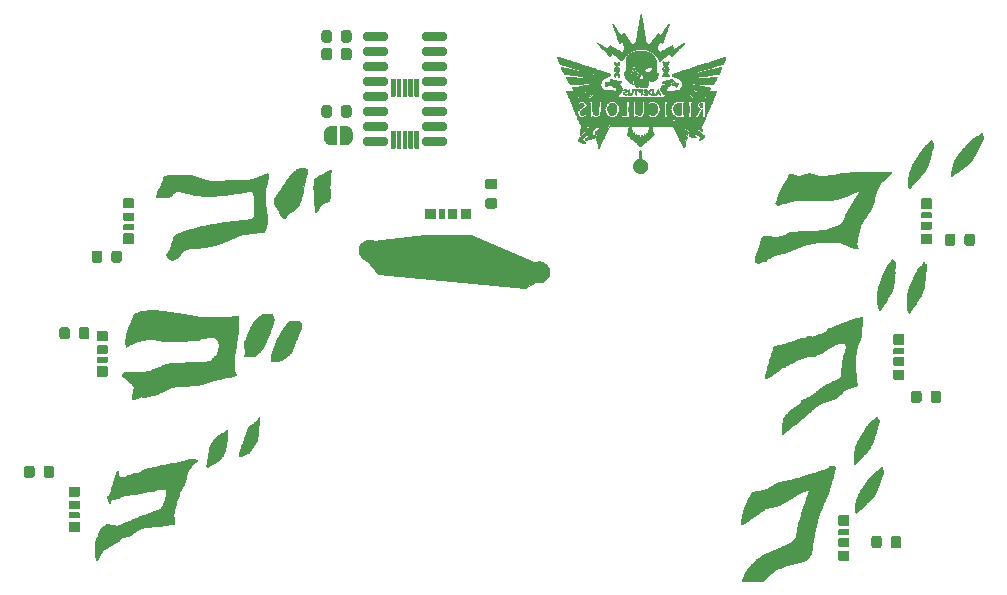
<source format=gbr>
G04 #@! TF.GenerationSoftware,KiCad,Pcbnew,(5.1.8)-1*
G04 #@! TF.CreationDate,2021-05-14T20:15:17-04:00*
G04 #@! TF.ProjectId,DogeKey2,446f6765-4b65-4793-922e-6b696361645f,1*
G04 #@! TF.SameCoordinates,Original*
G04 #@! TF.FileFunction,Soldermask,Bot*
G04 #@! TF.FilePolarity,Negative*
%FSLAX46Y46*%
G04 Gerber Fmt 4.6, Leading zero omitted, Abs format (unit mm)*
G04 Created by KiCad (PCBNEW (5.1.8)-1) date 2021-05-14 20:15:17*
%MOMM*%
%LPD*%
G01*
G04 APERTURE LIST*
%ADD10C,0.100000*%
%ADD11C,0.010000*%
%ADD12C,0.152400*%
G04 APERTURE END LIST*
D10*
G36*
X144200000Y-60700000D02*
G01*
X150100000Y-63200000D01*
X150500000Y-64150000D01*
X148750000Y-65150000D01*
X136300000Y-64000000D01*
X134800000Y-62150000D01*
X135200000Y-61250000D01*
X140300000Y-60650000D01*
X144200000Y-60700000D01*
G37*
X144200000Y-60700000D02*
X150100000Y-63200000D01*
X150500000Y-64150000D01*
X148750000Y-65150000D01*
X136300000Y-64000000D01*
X134800000Y-62150000D01*
X135200000Y-61250000D01*
X140300000Y-60650000D01*
X144200000Y-60700000D01*
D11*
G36*
X157905583Y-46543235D02*
G01*
X157873007Y-46545205D01*
X157853582Y-46548178D01*
X157831937Y-46561187D01*
X157826007Y-46584148D01*
X157835783Y-46616686D01*
X157856267Y-46651348D01*
X157881374Y-46685914D01*
X157908725Y-46720761D01*
X157925636Y-46740669D01*
X157959519Y-46778465D01*
X158009818Y-46697727D01*
X158040680Y-46646863D01*
X158061376Y-46609154D01*
X158072736Y-46582490D01*
X158075594Y-46564762D01*
X158070782Y-46553860D01*
X158067574Y-46551350D01*
X158052325Y-46547584D01*
X158023392Y-46544813D01*
X157985885Y-46543114D01*
X157944913Y-46542563D01*
X157905583Y-46543235D01*
G37*
X157905583Y-46543235D02*
X157873007Y-46545205D01*
X157853582Y-46548178D01*
X157831937Y-46561187D01*
X157826007Y-46584148D01*
X157835783Y-46616686D01*
X157856267Y-46651348D01*
X157881374Y-46685914D01*
X157908725Y-46720761D01*
X157925636Y-46740669D01*
X157959519Y-46778465D01*
X158009818Y-46697727D01*
X158040680Y-46646863D01*
X158061376Y-46609154D01*
X158072736Y-46582490D01*
X158075594Y-46564762D01*
X158070782Y-46553860D01*
X158067574Y-46551350D01*
X158052325Y-46547584D01*
X158023392Y-46544813D01*
X157985885Y-46543114D01*
X157944913Y-46542563D01*
X157905583Y-46543235D01*
G36*
X157916780Y-46294055D02*
G01*
X157884135Y-46298690D01*
X157852935Y-46308706D01*
X157820846Y-46322965D01*
X157753764Y-46363930D01*
X157695611Y-46417604D01*
X157648900Y-46480641D01*
X157616146Y-46549694D01*
X157600411Y-46616409D01*
X157598428Y-46643335D01*
X157600863Y-46666332D01*
X157609262Y-46691820D01*
X157625173Y-46726222D01*
X157628487Y-46732918D01*
X157667118Y-46799123D01*
X157711578Y-46855791D01*
X157759002Y-46899709D01*
X157799104Y-46924426D01*
X157824081Y-46934809D01*
X157848582Y-46941315D01*
X157878058Y-46944742D01*
X157917960Y-46945887D01*
X157945408Y-46945840D01*
X157989185Y-46944868D01*
X158028066Y-46942823D01*
X158056825Y-46940040D01*
X158067765Y-46937951D01*
X158123071Y-46912329D01*
X158175054Y-46871909D01*
X158219413Y-46820683D01*
X158248623Y-46770067D01*
X158258803Y-46743167D01*
X158265096Y-46713577D01*
X158268340Y-46675703D01*
X158269333Y-46631593D01*
X158269194Y-46609612D01*
X158204614Y-46609612D01*
X158201496Y-46648321D01*
X158190340Y-46684970D01*
X158157840Y-46749311D01*
X158114345Y-46801579D01*
X158062293Y-46840633D01*
X158004124Y-46865330D01*
X157942275Y-46874530D01*
X157879186Y-46867089D01*
X157835284Y-46851224D01*
X157783114Y-46816605D01*
X157741713Y-46768403D01*
X157712767Y-46709514D01*
X157697962Y-46642833D01*
X157696366Y-46612778D01*
X157697598Y-46572915D01*
X157702921Y-46543615D01*
X157714221Y-46516753D01*
X157721797Y-46503232D01*
X157764785Y-46446189D01*
X157817081Y-46405496D01*
X157878715Y-46381137D01*
X157948072Y-46373095D01*
X158014376Y-46380147D01*
X158071027Y-46402343D01*
X158119339Y-46440547D01*
X158160625Y-46495624D01*
X158175640Y-46522916D01*
X158196191Y-46569966D01*
X158204614Y-46609612D01*
X158269194Y-46609612D01*
X158269041Y-46585595D01*
X158266777Y-46552422D01*
X158261556Y-46526108D01*
X158252389Y-46500688D01*
X158244936Y-46484130D01*
X158205736Y-46419314D01*
X158154818Y-46364312D01*
X158096050Y-46323194D01*
X158087850Y-46318989D01*
X158055623Y-46304844D01*
X158026016Y-46296871D01*
X157991111Y-46293460D01*
X157959519Y-46292926D01*
X157916780Y-46294055D01*
G37*
X157916780Y-46294055D02*
X157884135Y-46298690D01*
X157852935Y-46308706D01*
X157820846Y-46322965D01*
X157753764Y-46363930D01*
X157695611Y-46417604D01*
X157648900Y-46480641D01*
X157616146Y-46549694D01*
X157600411Y-46616409D01*
X157598428Y-46643335D01*
X157600863Y-46666332D01*
X157609262Y-46691820D01*
X157625173Y-46726222D01*
X157628487Y-46732918D01*
X157667118Y-46799123D01*
X157711578Y-46855791D01*
X157759002Y-46899709D01*
X157799104Y-46924426D01*
X157824081Y-46934809D01*
X157848582Y-46941315D01*
X157878058Y-46944742D01*
X157917960Y-46945887D01*
X157945408Y-46945840D01*
X157989185Y-46944868D01*
X158028066Y-46942823D01*
X158056825Y-46940040D01*
X158067765Y-46937951D01*
X158123071Y-46912329D01*
X158175054Y-46871909D01*
X158219413Y-46820683D01*
X158248623Y-46770067D01*
X158258803Y-46743167D01*
X158265096Y-46713577D01*
X158268340Y-46675703D01*
X158269333Y-46631593D01*
X158269194Y-46609612D01*
X158204614Y-46609612D01*
X158201496Y-46648321D01*
X158190340Y-46684970D01*
X158157840Y-46749311D01*
X158114345Y-46801579D01*
X158062293Y-46840633D01*
X158004124Y-46865330D01*
X157942275Y-46874530D01*
X157879186Y-46867089D01*
X157835284Y-46851224D01*
X157783114Y-46816605D01*
X157741713Y-46768403D01*
X157712767Y-46709514D01*
X157697962Y-46642833D01*
X157696366Y-46612778D01*
X157697598Y-46572915D01*
X157702921Y-46543615D01*
X157714221Y-46516753D01*
X157721797Y-46503232D01*
X157764785Y-46446189D01*
X157817081Y-46405496D01*
X157878715Y-46381137D01*
X157948072Y-46373095D01*
X158014376Y-46380147D01*
X158071027Y-46402343D01*
X158119339Y-46440547D01*
X158160625Y-46495624D01*
X158175640Y-46522916D01*
X158196191Y-46569966D01*
X158204614Y-46609612D01*
X158269194Y-46609612D01*
X158269041Y-46585595D01*
X158266777Y-46552422D01*
X158261556Y-46526108D01*
X158252389Y-46500688D01*
X158244936Y-46484130D01*
X158205736Y-46419314D01*
X158154818Y-46364312D01*
X158096050Y-46323194D01*
X158087850Y-46318989D01*
X158055623Y-46304844D01*
X158026016Y-46296871D01*
X157991111Y-46293460D01*
X157959519Y-46292926D01*
X157916780Y-46294055D01*
G36*
X161697672Y-49490172D02*
G01*
X161646416Y-49497472D01*
X161601438Y-49512400D01*
X161558648Y-49536439D01*
X161513959Y-49571071D01*
X161463280Y-49617778D01*
X161447612Y-49633072D01*
X161404074Y-49679278D01*
X161373535Y-49721432D01*
X161353036Y-49765452D01*
X161339616Y-49817251D01*
X161332658Y-49862828D01*
X161323353Y-49983222D01*
X161327456Y-50090641D01*
X161345206Y-50185545D01*
X161376843Y-50268397D01*
X161422605Y-50339658D01*
X161482732Y-50399791D01*
X161557462Y-50449257D01*
X161647034Y-50488518D01*
X161658685Y-50492529D01*
X161734695Y-50508817D01*
X161817573Y-50508705D01*
X161881675Y-50498627D01*
X161924742Y-50485515D01*
X161952819Y-50465966D01*
X161969519Y-50436368D01*
X161977088Y-50403199D01*
X161978221Y-50385167D01*
X161978935Y-50350439D01*
X161979235Y-50301130D01*
X161979132Y-50239353D01*
X161978633Y-50167222D01*
X161977746Y-50086853D01*
X161976480Y-50000358D01*
X161975252Y-49930882D01*
X161967074Y-49500852D01*
X161835370Y-49492530D01*
X161759294Y-49489018D01*
X161697672Y-49490172D01*
G37*
X161697672Y-49490172D02*
X161646416Y-49497472D01*
X161601438Y-49512400D01*
X161558648Y-49536439D01*
X161513959Y-49571071D01*
X161463280Y-49617778D01*
X161447612Y-49633072D01*
X161404074Y-49679278D01*
X161373535Y-49721432D01*
X161353036Y-49765452D01*
X161339616Y-49817251D01*
X161332658Y-49862828D01*
X161323353Y-49983222D01*
X161327456Y-50090641D01*
X161345206Y-50185545D01*
X161376843Y-50268397D01*
X161422605Y-50339658D01*
X161482732Y-50399791D01*
X161557462Y-50449257D01*
X161647034Y-50488518D01*
X161658685Y-50492529D01*
X161734695Y-50508817D01*
X161817573Y-50508705D01*
X161881675Y-50498627D01*
X161924742Y-50485515D01*
X161952819Y-50465966D01*
X161969519Y-50436368D01*
X161977088Y-50403199D01*
X161978221Y-50385167D01*
X161978935Y-50350439D01*
X161979235Y-50301130D01*
X161979132Y-50239353D01*
X161978633Y-50167222D01*
X161977746Y-50086853D01*
X161976480Y-50000358D01*
X161975252Y-49930882D01*
X161967074Y-49500852D01*
X161835370Y-49492530D01*
X161759294Y-49489018D01*
X161697672Y-49490172D01*
G36*
X156092351Y-49486329D02*
G01*
X156024033Y-49501999D01*
X155958138Y-49532453D01*
X155896607Y-49577424D01*
X155841380Y-49636641D01*
X155794396Y-49709835D01*
X155786852Y-49724704D01*
X155756340Y-49795824D01*
X155737052Y-49863889D01*
X155727310Y-49936379D01*
X155725259Y-49999444D01*
X155731474Y-50100078D01*
X155750829Y-50189011D01*
X155784388Y-50268971D01*
X155833217Y-50342686D01*
X155879495Y-50394504D01*
X155915119Y-50427749D01*
X155951716Y-50457484D01*
X155983647Y-50479254D01*
X155993370Y-50484504D01*
X156050337Y-50503152D01*
X156116194Y-50510375D01*
X156184719Y-50505956D01*
X156239736Y-50493105D01*
X156305102Y-50462113D01*
X156362521Y-50414596D01*
X156411331Y-50351374D01*
X156450868Y-50273271D01*
X156475266Y-50201024D01*
X156482480Y-50169422D01*
X156487355Y-50133399D01*
X156490207Y-50088896D01*
X156491353Y-50031852D01*
X156491376Y-49994741D01*
X156490862Y-49936895D01*
X156489504Y-49893327D01*
X156486771Y-49859502D01*
X156482133Y-49830886D01*
X156475061Y-49802944D01*
X156465371Y-49772186D01*
X156448024Y-49727220D01*
X156426132Y-49680640D01*
X156404185Y-49641924D01*
X156402392Y-49639196D01*
X156351058Y-49576896D01*
X156292446Y-49530728D01*
X156228498Y-49500425D01*
X156161153Y-49485715D01*
X156092351Y-49486329D01*
G37*
X156092351Y-49486329D02*
X156024033Y-49501999D01*
X155958138Y-49532453D01*
X155896607Y-49577424D01*
X155841380Y-49636641D01*
X155794396Y-49709835D01*
X155786852Y-49724704D01*
X155756340Y-49795824D01*
X155737052Y-49863889D01*
X155727310Y-49936379D01*
X155725259Y-49999444D01*
X155731474Y-50100078D01*
X155750829Y-50189011D01*
X155784388Y-50268971D01*
X155833217Y-50342686D01*
X155879495Y-50394504D01*
X155915119Y-50427749D01*
X155951716Y-50457484D01*
X155983647Y-50479254D01*
X155993370Y-50484504D01*
X156050337Y-50503152D01*
X156116194Y-50510375D01*
X156184719Y-50505956D01*
X156239736Y-50493105D01*
X156305102Y-50462113D01*
X156362521Y-50414596D01*
X156411331Y-50351374D01*
X156450868Y-50273271D01*
X156475266Y-50201024D01*
X156482480Y-50169422D01*
X156487355Y-50133399D01*
X156490207Y-50088896D01*
X156491353Y-50031852D01*
X156491376Y-49994741D01*
X156490862Y-49936895D01*
X156489504Y-49893327D01*
X156486771Y-49859502D01*
X156482133Y-49830886D01*
X156475061Y-49802944D01*
X156465371Y-49772186D01*
X156448024Y-49727220D01*
X156426132Y-49680640D01*
X156404185Y-49641924D01*
X156402392Y-49639196D01*
X156351058Y-49576896D01*
X156292446Y-49530728D01*
X156228498Y-49500425D01*
X156161153Y-49485715D01*
X156092351Y-49486329D01*
G36*
X158543782Y-41978690D02*
G01*
X158536634Y-42000797D01*
X158530286Y-42029018D01*
X158519940Y-42084812D01*
X158506730Y-42157777D01*
X158490897Y-42246529D01*
X158472685Y-42349684D01*
X158452334Y-42465856D01*
X158430087Y-42593661D01*
X158406186Y-42731715D01*
X158380873Y-42878632D01*
X158354391Y-43033028D01*
X158340681Y-43113222D01*
X158311899Y-43281694D01*
X158286075Y-43432689D01*
X158263010Y-43567276D01*
X158242508Y-43686527D01*
X158224372Y-43791513D01*
X158208404Y-43883303D01*
X158194408Y-43962969D01*
X158182185Y-44031581D01*
X158171539Y-44090211D01*
X158162273Y-44139928D01*
X158154189Y-44181804D01*
X158147091Y-44216909D01*
X158140780Y-44246314D01*
X158135061Y-44271089D01*
X158129735Y-44292306D01*
X158124606Y-44311035D01*
X158119476Y-44328347D01*
X158114148Y-44345312D01*
X158113272Y-44348041D01*
X158104396Y-44374386D01*
X158095344Y-44393807D01*
X158082980Y-44408601D01*
X158064167Y-44421063D01*
X158035767Y-44433493D01*
X157994643Y-44448185D01*
X157960905Y-44459599D01*
X157893195Y-44479672D01*
X157838923Y-44489390D01*
X157795931Y-44488924D01*
X157762062Y-44478445D01*
X157757148Y-44475734D01*
X157742653Y-44462202D01*
X157720027Y-44434728D01*
X157690884Y-44395466D01*
X157656837Y-44346568D01*
X157628696Y-44304318D01*
X157608406Y-44273780D01*
X157580479Y-44232427D01*
X157546215Y-44182134D01*
X157506914Y-44124770D01*
X157463874Y-44062210D01*
X157418397Y-43996325D01*
X157371781Y-43928988D01*
X157325327Y-43862070D01*
X157280335Y-43797444D01*
X157238104Y-43736981D01*
X157199934Y-43682556D01*
X157167125Y-43636038D01*
X157140976Y-43599302D01*
X157122788Y-43574218D01*
X157113859Y-43562659D01*
X157113636Y-43562426D01*
X157105471Y-43566790D01*
X157085092Y-43581193D01*
X157054908Y-43603832D01*
X157017327Y-43632906D01*
X156979680Y-43662677D01*
X156937410Y-43696227D01*
X156900331Y-43725285D01*
X156870885Y-43747968D01*
X156851513Y-43762393D01*
X156844741Y-43766760D01*
X156837817Y-43759464D01*
X156823864Y-43740094D01*
X156805705Y-43712603D01*
X156802878Y-43708158D01*
X156781653Y-43675066D01*
X156752778Y-43630713D01*
X156717415Y-43576832D01*
X156676721Y-43515157D01*
X156631857Y-43447422D01*
X156583983Y-43375361D01*
X156534257Y-43300706D01*
X156483839Y-43225192D01*
X156433890Y-43150552D01*
X156385567Y-43078520D01*
X156340032Y-43010830D01*
X156298443Y-42949214D01*
X156261960Y-42895407D01*
X156231742Y-42851143D01*
X156208950Y-42818154D01*
X156194742Y-42798175D01*
X156191016Y-42793370D01*
X156166154Y-42765148D01*
X156171963Y-42807481D01*
X156176288Y-42825907D01*
X156186161Y-42860303D01*
X156200982Y-42908857D01*
X156220151Y-42969757D01*
X156243068Y-43041192D01*
X156269130Y-43121351D01*
X156297739Y-43208420D01*
X156328293Y-43300590D01*
X156360192Y-43396047D01*
X156392835Y-43492981D01*
X156425622Y-43589579D01*
X156457951Y-43684031D01*
X156489224Y-43774523D01*
X156518838Y-43859246D01*
X156546188Y-43936370D01*
X156585166Y-44044779D01*
X156618549Y-44136393D01*
X156646748Y-44212248D01*
X156670175Y-44273381D01*
X156689242Y-44320826D01*
X156704359Y-44355620D01*
X156715938Y-44378799D01*
X156724392Y-44391398D01*
X156728144Y-44394314D01*
X156751069Y-44396204D01*
X156780442Y-44385648D01*
X156818235Y-44361743D01*
X156846511Y-44340022D01*
X156890281Y-44305932D01*
X156922701Y-44283783D01*
X156945979Y-44272474D01*
X156962322Y-44270900D01*
X156972933Y-44276901D01*
X156984335Y-44293986D01*
X157000564Y-44326098D01*
X157020534Y-44370399D01*
X157043160Y-44424053D01*
X157067357Y-44484225D01*
X157092040Y-44548078D01*
X157116123Y-44612775D01*
X157138522Y-44675481D01*
X157158151Y-44733360D01*
X157173924Y-44783575D01*
X157184757Y-44823291D01*
X157188191Y-44839481D01*
X157189690Y-44860047D01*
X157184885Y-44880255D01*
X157171815Y-44905795D01*
X157157374Y-44928852D01*
X157139943Y-44953801D01*
X157115242Y-44986677D01*
X157085867Y-45024293D01*
X157054416Y-45063464D01*
X157023486Y-45101003D01*
X156995674Y-45133724D01*
X156973577Y-45158442D01*
X156959791Y-45171971D01*
X156958345Y-45173002D01*
X156948558Y-45169690D01*
X156924051Y-45158033D01*
X156886500Y-45138919D01*
X156837581Y-45113235D01*
X156778968Y-45081869D01*
X156712336Y-45045708D01*
X156639361Y-45005639D01*
X156574901Y-44969897D01*
X156469944Y-44911613D01*
X156370770Y-44856861D01*
X156278576Y-44806287D01*
X156194558Y-44760531D01*
X156119911Y-44720237D01*
X156055833Y-44686048D01*
X156003519Y-44658606D01*
X155964166Y-44638554D01*
X155938968Y-44626534D01*
X155929493Y-44623111D01*
X155919612Y-44631140D01*
X155902765Y-44653688D01*
X155880404Y-44688448D01*
X155853980Y-44733115D01*
X155824947Y-44785380D01*
X155811737Y-44810158D01*
X155757255Y-44913632D01*
X155616609Y-44828156D01*
X155528479Y-44774923D01*
X155440408Y-44722339D01*
X155353968Y-44671299D01*
X155270732Y-44622694D01*
X155192270Y-44577420D01*
X155120155Y-44536369D01*
X155055959Y-44500435D01*
X155001255Y-44470511D01*
X154957613Y-44447492D01*
X154926607Y-44432270D01*
X154909808Y-44425740D01*
X154908321Y-44425556D01*
X154898354Y-44433027D01*
X154897408Y-44438136D01*
X154903753Y-44449738D01*
X154922039Y-44473657D01*
X154951143Y-44508674D01*
X154989940Y-44553566D01*
X155037309Y-44607113D01*
X155092124Y-44668093D01*
X155153263Y-44735285D01*
X155219602Y-44807468D01*
X155290018Y-44883420D01*
X155363386Y-44961921D01*
X155438584Y-45041749D01*
X155514488Y-45121684D01*
X155589974Y-45200503D01*
X155663919Y-45276985D01*
X155735199Y-45349911D01*
X155751115Y-45366069D01*
X155808124Y-45424248D01*
X155853180Y-45470092D01*
X155888178Y-45504008D01*
X155915010Y-45526401D01*
X155935570Y-45537675D01*
X155951751Y-45538238D01*
X155965445Y-45528495D01*
X155978547Y-45508850D01*
X155992948Y-45479711D01*
X156010543Y-45441483D01*
X156019024Y-45423475D01*
X156050078Y-45360292D01*
X156075018Y-45313691D01*
X156094449Y-45282681D01*
X156108971Y-45266267D01*
X156116584Y-45262931D01*
X156130025Y-45268894D01*
X156156407Y-45286303D01*
X156194511Y-45314216D01*
X156243118Y-45351693D01*
X156301007Y-45397790D01*
X156366960Y-45451567D01*
X156439757Y-45512083D01*
X156444926Y-45516420D01*
X156538018Y-45594304D01*
X156618064Y-45660622D01*
X156686182Y-45716190D01*
X156743490Y-45761826D01*
X156791106Y-45798346D01*
X156830150Y-45826569D01*
X156861739Y-45847310D01*
X156886991Y-45861387D01*
X156907025Y-45869618D01*
X156922960Y-45872819D01*
X156932274Y-45872504D01*
X156947108Y-45863443D01*
X156969717Y-45839126D01*
X157000516Y-45799068D01*
X157027978Y-45760229D01*
X157143694Y-45602656D01*
X157261196Y-45463118D01*
X157381405Y-45340854D01*
X157505246Y-45235105D01*
X157633641Y-45145109D01*
X157767513Y-45070108D01*
X157907784Y-45009339D01*
X157963233Y-44989729D01*
X158139426Y-44940543D01*
X158316651Y-44909498D01*
X158493730Y-44896319D01*
X158669485Y-44900731D01*
X158842738Y-44922456D01*
X159012310Y-44961220D01*
X159177023Y-45016746D01*
X159335698Y-45088758D01*
X159487158Y-45176980D01*
X159630223Y-45281137D01*
X159763717Y-45400952D01*
X159777255Y-45414557D01*
X159820000Y-45458777D01*
X159857134Y-45499358D01*
X159891221Y-45539592D01*
X159924823Y-45582769D01*
X159960501Y-45632181D01*
X160000817Y-45691118D01*
X160048074Y-45762478D01*
X160078967Y-45809161D01*
X160106751Y-45850341D01*
X160129643Y-45883437D01*
X160145859Y-45905871D01*
X160153583Y-45915044D01*
X160163524Y-45911247D01*
X160185271Y-45897154D01*
X160216260Y-45874611D01*
X160253926Y-45845467D01*
X160285612Y-45819899D01*
X160330480Y-45783014D01*
X160385567Y-45737638D01*
X160446610Y-45687289D01*
X160509343Y-45635484D01*
X160569503Y-45585743D01*
X160585688Y-45572348D01*
X160673672Y-45499893D01*
X160752022Y-45436158D01*
X160819966Y-45381747D01*
X160876734Y-45337264D01*
X160921553Y-45303315D01*
X160953653Y-45280504D01*
X160971662Y-45269703D01*
X160985703Y-45265422D01*
X160998507Y-45267792D01*
X161011738Y-45278840D01*
X161027059Y-45300589D01*
X161046135Y-45335065D01*
X161070627Y-45384293D01*
X161077509Y-45398555D01*
X161105522Y-45455035D01*
X161128047Y-45495739D01*
X161146484Y-45522396D01*
X161162238Y-45536737D01*
X161176709Y-45540492D01*
X161189306Y-45536516D01*
X161202594Y-45525927D01*
X161227282Y-45502724D01*
X161262133Y-45468234D01*
X161305912Y-45423784D01*
X161357383Y-45370702D01*
X161415310Y-45310314D01*
X161478457Y-45243947D01*
X161545588Y-45172928D01*
X161615467Y-45098583D01*
X161686859Y-45022240D01*
X161758526Y-44945226D01*
X161829234Y-44868868D01*
X161897746Y-44794492D01*
X161962827Y-44723425D01*
X162023240Y-44656995D01*
X162077750Y-44596528D01*
X162125120Y-44543351D01*
X162164115Y-44498791D01*
X162193499Y-44464175D01*
X162212035Y-44440830D01*
X162217531Y-44432611D01*
X162221336Y-44418631D01*
X162216433Y-44416148D01*
X162200900Y-44421015D01*
X162170146Y-44435322D01*
X162124960Y-44458626D01*
X162066132Y-44490483D01*
X161994452Y-44530452D01*
X161910709Y-44578089D01*
X161815692Y-44632951D01*
X161710192Y-44694596D01*
X161594997Y-44762581D01*
X161531798Y-44800130D01*
X161341114Y-44913667D01*
X161293019Y-44817778D01*
X161265004Y-44763639D01*
X161238180Y-44714946D01*
X161214055Y-44674182D01*
X161194139Y-44643830D01*
X161179944Y-44626373D01*
X161174617Y-44623114D01*
X161163550Y-44627566D01*
X161137327Y-44640457D01*
X161097238Y-44661095D01*
X161044579Y-44688786D01*
X160980640Y-44722837D01*
X160906715Y-44762555D01*
X160824096Y-44807247D01*
X160734076Y-44856219D01*
X160637948Y-44908780D01*
X160537005Y-44964235D01*
X160487290Y-44991639D01*
X160164618Y-45169707D01*
X160118360Y-45130978D01*
X160076674Y-45093557D01*
X160034405Y-45051250D01*
X159994817Y-45007745D01*
X159961169Y-44966731D01*
X159936725Y-44931896D01*
X159927828Y-44915487D01*
X159919261Y-44892487D01*
X159914680Y-44868515D01*
X159914567Y-44841260D01*
X159919403Y-44808413D01*
X159929672Y-44767665D01*
X159945855Y-44716707D01*
X159968435Y-44653230D01*
X159997894Y-44574923D01*
X160000236Y-44568802D01*
X160027695Y-44497210D01*
X160049453Y-44440999D01*
X160066493Y-44397961D01*
X160079793Y-44365886D01*
X160090336Y-44342568D01*
X160099102Y-44325797D01*
X160107072Y-44313366D01*
X160115227Y-44303067D01*
X160121334Y-44296204D01*
X160142769Y-44279591D01*
X160166868Y-44276127D01*
X160196166Y-44286371D01*
X160233200Y-44310884D01*
X160250744Y-44324807D01*
X160293970Y-44359746D01*
X160325495Y-44383774D01*
X160347666Y-44398500D01*
X160362828Y-44405533D01*
X160370242Y-44406741D01*
X160375712Y-44405134D01*
X160381771Y-44399182D01*
X160389126Y-44387189D01*
X160398479Y-44367458D01*
X160410537Y-44338293D01*
X160426001Y-44297997D01*
X160445578Y-44244874D01*
X160469971Y-44177226D01*
X160497167Y-44101000D01*
X160532465Y-44001163D01*
X160569075Y-43896471D01*
X160606493Y-43788451D01*
X160644213Y-43678625D01*
X160681731Y-43568519D01*
X160718540Y-43459656D01*
X160754135Y-43353562D01*
X160788010Y-43251759D01*
X160819662Y-43155774D01*
X160848583Y-43067129D01*
X160874269Y-42987349D01*
X160896214Y-42917960D01*
X160913914Y-42860484D01*
X160926862Y-42816446D01*
X160934553Y-42787371D01*
X160936581Y-42775622D01*
X160934935Y-42765255D01*
X160928603Y-42766464D01*
X160914587Y-42780593D01*
X160907461Y-42788667D01*
X160896363Y-42803222D01*
X160876087Y-42831719D01*
X160847830Y-42872403D01*
X160812790Y-42923523D01*
X160772165Y-42983323D01*
X160727152Y-43050050D01*
X160678948Y-43121950D01*
X160640850Y-43179074D01*
X160557546Y-43303695D01*
X160483912Y-43412643D01*
X160419979Y-43505874D01*
X160365781Y-43583341D01*
X160321349Y-43644999D01*
X160286716Y-43690803D01*
X160261915Y-43720707D01*
X160246977Y-43734666D01*
X160245379Y-43735467D01*
X160229269Y-43735576D01*
X160206094Y-43725253D01*
X160174434Y-43703546D01*
X160132868Y-43669505D01*
X160090330Y-43631659D01*
X160002414Y-43551511D01*
X159918051Y-43665959D01*
X159827020Y-43790652D01*
X159729965Y-43925778D01*
X159630815Y-44065801D01*
X159533499Y-44205188D01*
X159475611Y-44289148D01*
X159438866Y-44342648D01*
X159405016Y-44391786D01*
X159375720Y-44434165D01*
X159352637Y-44467387D01*
X159337429Y-44489053D01*
X159332525Y-44495841D01*
X159327032Y-44502139D01*
X159320098Y-44505809D01*
X159309133Y-44506326D01*
X159291546Y-44503168D01*
X159264748Y-44495813D01*
X159226147Y-44483737D01*
X159173153Y-44466417D01*
X159151700Y-44459342D01*
X159099162Y-44441958D01*
X159053212Y-44426671D01*
X159016661Y-44414423D01*
X158992322Y-44406156D01*
X158983007Y-44402813D01*
X158982997Y-44402806D01*
X158980964Y-44393344D01*
X158976271Y-44367089D01*
X158969208Y-44325830D01*
X158960065Y-44271357D01*
X158949130Y-44205457D01*
X158936696Y-44129920D01*
X158923049Y-44046536D01*
X158908482Y-43957092D01*
X158893283Y-43863379D01*
X158877742Y-43767186D01*
X158862149Y-43670300D01*
X158846794Y-43574513D01*
X158831966Y-43481612D01*
X158817955Y-43393386D01*
X158805051Y-43311625D01*
X158793544Y-43238118D01*
X158783723Y-43174653D01*
X158777944Y-43136741D01*
X158747913Y-42940795D01*
X158719727Y-42762550D01*
X158693406Y-42602102D01*
X158668969Y-42459550D01*
X158646434Y-42334990D01*
X158625822Y-42228521D01*
X158607150Y-42140241D01*
X158590439Y-42070246D01*
X158575707Y-42018635D01*
X158562973Y-41985505D01*
X158552257Y-41970954D01*
X158549622Y-41970222D01*
X158543782Y-41978690D01*
G37*
X158543782Y-41978690D02*
X158536634Y-42000797D01*
X158530286Y-42029018D01*
X158519940Y-42084812D01*
X158506730Y-42157777D01*
X158490897Y-42246529D01*
X158472685Y-42349684D01*
X158452334Y-42465856D01*
X158430087Y-42593661D01*
X158406186Y-42731715D01*
X158380873Y-42878632D01*
X158354391Y-43033028D01*
X158340681Y-43113222D01*
X158311899Y-43281694D01*
X158286075Y-43432689D01*
X158263010Y-43567276D01*
X158242508Y-43686527D01*
X158224372Y-43791513D01*
X158208404Y-43883303D01*
X158194408Y-43962969D01*
X158182185Y-44031581D01*
X158171539Y-44090211D01*
X158162273Y-44139928D01*
X158154189Y-44181804D01*
X158147091Y-44216909D01*
X158140780Y-44246314D01*
X158135061Y-44271089D01*
X158129735Y-44292306D01*
X158124606Y-44311035D01*
X158119476Y-44328347D01*
X158114148Y-44345312D01*
X158113272Y-44348041D01*
X158104396Y-44374386D01*
X158095344Y-44393807D01*
X158082980Y-44408601D01*
X158064167Y-44421063D01*
X158035767Y-44433493D01*
X157994643Y-44448185D01*
X157960905Y-44459599D01*
X157893195Y-44479672D01*
X157838923Y-44489390D01*
X157795931Y-44488924D01*
X157762062Y-44478445D01*
X157757148Y-44475734D01*
X157742653Y-44462202D01*
X157720027Y-44434728D01*
X157690884Y-44395466D01*
X157656837Y-44346568D01*
X157628696Y-44304318D01*
X157608406Y-44273780D01*
X157580479Y-44232427D01*
X157546215Y-44182134D01*
X157506914Y-44124770D01*
X157463874Y-44062210D01*
X157418397Y-43996325D01*
X157371781Y-43928988D01*
X157325327Y-43862070D01*
X157280335Y-43797444D01*
X157238104Y-43736981D01*
X157199934Y-43682556D01*
X157167125Y-43636038D01*
X157140976Y-43599302D01*
X157122788Y-43574218D01*
X157113859Y-43562659D01*
X157113636Y-43562426D01*
X157105471Y-43566790D01*
X157085092Y-43581193D01*
X157054908Y-43603832D01*
X157017327Y-43632906D01*
X156979680Y-43662677D01*
X156937410Y-43696227D01*
X156900331Y-43725285D01*
X156870885Y-43747968D01*
X156851513Y-43762393D01*
X156844741Y-43766760D01*
X156837817Y-43759464D01*
X156823864Y-43740094D01*
X156805705Y-43712603D01*
X156802878Y-43708158D01*
X156781653Y-43675066D01*
X156752778Y-43630713D01*
X156717415Y-43576832D01*
X156676721Y-43515157D01*
X156631857Y-43447422D01*
X156583983Y-43375361D01*
X156534257Y-43300706D01*
X156483839Y-43225192D01*
X156433890Y-43150552D01*
X156385567Y-43078520D01*
X156340032Y-43010830D01*
X156298443Y-42949214D01*
X156261960Y-42895407D01*
X156231742Y-42851143D01*
X156208950Y-42818154D01*
X156194742Y-42798175D01*
X156191016Y-42793370D01*
X156166154Y-42765148D01*
X156171963Y-42807481D01*
X156176288Y-42825907D01*
X156186161Y-42860303D01*
X156200982Y-42908857D01*
X156220151Y-42969757D01*
X156243068Y-43041192D01*
X156269130Y-43121351D01*
X156297739Y-43208420D01*
X156328293Y-43300590D01*
X156360192Y-43396047D01*
X156392835Y-43492981D01*
X156425622Y-43589579D01*
X156457951Y-43684031D01*
X156489224Y-43774523D01*
X156518838Y-43859246D01*
X156546188Y-43936370D01*
X156585166Y-44044779D01*
X156618549Y-44136393D01*
X156646748Y-44212248D01*
X156670175Y-44273381D01*
X156689242Y-44320826D01*
X156704359Y-44355620D01*
X156715938Y-44378799D01*
X156724392Y-44391398D01*
X156728144Y-44394314D01*
X156751069Y-44396204D01*
X156780442Y-44385648D01*
X156818235Y-44361743D01*
X156846511Y-44340022D01*
X156890281Y-44305932D01*
X156922701Y-44283783D01*
X156945979Y-44272474D01*
X156962322Y-44270900D01*
X156972933Y-44276901D01*
X156984335Y-44293986D01*
X157000564Y-44326098D01*
X157020534Y-44370399D01*
X157043160Y-44424053D01*
X157067357Y-44484225D01*
X157092040Y-44548078D01*
X157116123Y-44612775D01*
X157138522Y-44675481D01*
X157158151Y-44733360D01*
X157173924Y-44783575D01*
X157184757Y-44823291D01*
X157188191Y-44839481D01*
X157189690Y-44860047D01*
X157184885Y-44880255D01*
X157171815Y-44905795D01*
X157157374Y-44928852D01*
X157139943Y-44953801D01*
X157115242Y-44986677D01*
X157085867Y-45024293D01*
X157054416Y-45063464D01*
X157023486Y-45101003D01*
X156995674Y-45133724D01*
X156973577Y-45158442D01*
X156959791Y-45171971D01*
X156958345Y-45173002D01*
X156948558Y-45169690D01*
X156924051Y-45158033D01*
X156886500Y-45138919D01*
X156837581Y-45113235D01*
X156778968Y-45081869D01*
X156712336Y-45045708D01*
X156639361Y-45005639D01*
X156574901Y-44969897D01*
X156469944Y-44911613D01*
X156370770Y-44856861D01*
X156278576Y-44806287D01*
X156194558Y-44760531D01*
X156119911Y-44720237D01*
X156055833Y-44686048D01*
X156003519Y-44658606D01*
X155964166Y-44638554D01*
X155938968Y-44626534D01*
X155929493Y-44623111D01*
X155919612Y-44631140D01*
X155902765Y-44653688D01*
X155880404Y-44688448D01*
X155853980Y-44733115D01*
X155824947Y-44785380D01*
X155811737Y-44810158D01*
X155757255Y-44913632D01*
X155616609Y-44828156D01*
X155528479Y-44774923D01*
X155440408Y-44722339D01*
X155353968Y-44671299D01*
X155270732Y-44622694D01*
X155192270Y-44577420D01*
X155120155Y-44536369D01*
X155055959Y-44500435D01*
X155001255Y-44470511D01*
X154957613Y-44447492D01*
X154926607Y-44432270D01*
X154909808Y-44425740D01*
X154908321Y-44425556D01*
X154898354Y-44433027D01*
X154897408Y-44438136D01*
X154903753Y-44449738D01*
X154922039Y-44473657D01*
X154951143Y-44508674D01*
X154989940Y-44553566D01*
X155037309Y-44607113D01*
X155092124Y-44668093D01*
X155153263Y-44735285D01*
X155219602Y-44807468D01*
X155290018Y-44883420D01*
X155363386Y-44961921D01*
X155438584Y-45041749D01*
X155514488Y-45121684D01*
X155589974Y-45200503D01*
X155663919Y-45276985D01*
X155735199Y-45349911D01*
X155751115Y-45366069D01*
X155808124Y-45424248D01*
X155853180Y-45470092D01*
X155888178Y-45504008D01*
X155915010Y-45526401D01*
X155935570Y-45537675D01*
X155951751Y-45538238D01*
X155965445Y-45528495D01*
X155978547Y-45508850D01*
X155992948Y-45479711D01*
X156010543Y-45441483D01*
X156019024Y-45423475D01*
X156050078Y-45360292D01*
X156075018Y-45313691D01*
X156094449Y-45282681D01*
X156108971Y-45266267D01*
X156116584Y-45262931D01*
X156130025Y-45268894D01*
X156156407Y-45286303D01*
X156194511Y-45314216D01*
X156243118Y-45351693D01*
X156301007Y-45397790D01*
X156366960Y-45451567D01*
X156439757Y-45512083D01*
X156444926Y-45516420D01*
X156538018Y-45594304D01*
X156618064Y-45660622D01*
X156686182Y-45716190D01*
X156743490Y-45761826D01*
X156791106Y-45798346D01*
X156830150Y-45826569D01*
X156861739Y-45847310D01*
X156886991Y-45861387D01*
X156907025Y-45869618D01*
X156922960Y-45872819D01*
X156932274Y-45872504D01*
X156947108Y-45863443D01*
X156969717Y-45839126D01*
X157000516Y-45799068D01*
X157027978Y-45760229D01*
X157143694Y-45602656D01*
X157261196Y-45463118D01*
X157381405Y-45340854D01*
X157505246Y-45235105D01*
X157633641Y-45145109D01*
X157767513Y-45070108D01*
X157907784Y-45009339D01*
X157963233Y-44989729D01*
X158139426Y-44940543D01*
X158316651Y-44909498D01*
X158493730Y-44896319D01*
X158669485Y-44900731D01*
X158842738Y-44922456D01*
X159012310Y-44961220D01*
X159177023Y-45016746D01*
X159335698Y-45088758D01*
X159487158Y-45176980D01*
X159630223Y-45281137D01*
X159763717Y-45400952D01*
X159777255Y-45414557D01*
X159820000Y-45458777D01*
X159857134Y-45499358D01*
X159891221Y-45539592D01*
X159924823Y-45582769D01*
X159960501Y-45632181D01*
X160000817Y-45691118D01*
X160048074Y-45762478D01*
X160078967Y-45809161D01*
X160106751Y-45850341D01*
X160129643Y-45883437D01*
X160145859Y-45905871D01*
X160153583Y-45915044D01*
X160163524Y-45911247D01*
X160185271Y-45897154D01*
X160216260Y-45874611D01*
X160253926Y-45845467D01*
X160285612Y-45819899D01*
X160330480Y-45783014D01*
X160385567Y-45737638D01*
X160446610Y-45687289D01*
X160509343Y-45635484D01*
X160569503Y-45585743D01*
X160585688Y-45572348D01*
X160673672Y-45499893D01*
X160752022Y-45436158D01*
X160819966Y-45381747D01*
X160876734Y-45337264D01*
X160921553Y-45303315D01*
X160953653Y-45280504D01*
X160971662Y-45269703D01*
X160985703Y-45265422D01*
X160998507Y-45267792D01*
X161011738Y-45278840D01*
X161027059Y-45300589D01*
X161046135Y-45335065D01*
X161070627Y-45384293D01*
X161077509Y-45398555D01*
X161105522Y-45455035D01*
X161128047Y-45495739D01*
X161146484Y-45522396D01*
X161162238Y-45536737D01*
X161176709Y-45540492D01*
X161189306Y-45536516D01*
X161202594Y-45525927D01*
X161227282Y-45502724D01*
X161262133Y-45468234D01*
X161305912Y-45423784D01*
X161357383Y-45370702D01*
X161415310Y-45310314D01*
X161478457Y-45243947D01*
X161545588Y-45172928D01*
X161615467Y-45098583D01*
X161686859Y-45022240D01*
X161758526Y-44945226D01*
X161829234Y-44868868D01*
X161897746Y-44794492D01*
X161962827Y-44723425D01*
X162023240Y-44656995D01*
X162077750Y-44596528D01*
X162125120Y-44543351D01*
X162164115Y-44498791D01*
X162193499Y-44464175D01*
X162212035Y-44440830D01*
X162217531Y-44432611D01*
X162221336Y-44418631D01*
X162216433Y-44416148D01*
X162200900Y-44421015D01*
X162170146Y-44435322D01*
X162124960Y-44458626D01*
X162066132Y-44490483D01*
X161994452Y-44530452D01*
X161910709Y-44578089D01*
X161815692Y-44632951D01*
X161710192Y-44694596D01*
X161594997Y-44762581D01*
X161531798Y-44800130D01*
X161341114Y-44913667D01*
X161293019Y-44817778D01*
X161265004Y-44763639D01*
X161238180Y-44714946D01*
X161214055Y-44674182D01*
X161194139Y-44643830D01*
X161179944Y-44626373D01*
X161174617Y-44623114D01*
X161163550Y-44627566D01*
X161137327Y-44640457D01*
X161097238Y-44661095D01*
X161044579Y-44688786D01*
X160980640Y-44722837D01*
X160906715Y-44762555D01*
X160824096Y-44807247D01*
X160734076Y-44856219D01*
X160637948Y-44908780D01*
X160537005Y-44964235D01*
X160487290Y-44991639D01*
X160164618Y-45169707D01*
X160118360Y-45130978D01*
X160076674Y-45093557D01*
X160034405Y-45051250D01*
X159994817Y-45007745D01*
X159961169Y-44966731D01*
X159936725Y-44931896D01*
X159927828Y-44915487D01*
X159919261Y-44892487D01*
X159914680Y-44868515D01*
X159914567Y-44841260D01*
X159919403Y-44808413D01*
X159929672Y-44767665D01*
X159945855Y-44716707D01*
X159968435Y-44653230D01*
X159997894Y-44574923D01*
X160000236Y-44568802D01*
X160027695Y-44497210D01*
X160049453Y-44440999D01*
X160066493Y-44397961D01*
X160079793Y-44365886D01*
X160090336Y-44342568D01*
X160099102Y-44325797D01*
X160107072Y-44313366D01*
X160115227Y-44303067D01*
X160121334Y-44296204D01*
X160142769Y-44279591D01*
X160166868Y-44276127D01*
X160196166Y-44286371D01*
X160233200Y-44310884D01*
X160250744Y-44324807D01*
X160293970Y-44359746D01*
X160325495Y-44383774D01*
X160347666Y-44398500D01*
X160362828Y-44405533D01*
X160370242Y-44406741D01*
X160375712Y-44405134D01*
X160381771Y-44399182D01*
X160389126Y-44387189D01*
X160398479Y-44367458D01*
X160410537Y-44338293D01*
X160426001Y-44297997D01*
X160445578Y-44244874D01*
X160469971Y-44177226D01*
X160497167Y-44101000D01*
X160532465Y-44001163D01*
X160569075Y-43896471D01*
X160606493Y-43788451D01*
X160644213Y-43678625D01*
X160681731Y-43568519D01*
X160718540Y-43459656D01*
X160754135Y-43353562D01*
X160788010Y-43251759D01*
X160819662Y-43155774D01*
X160848583Y-43067129D01*
X160874269Y-42987349D01*
X160896214Y-42917960D01*
X160913914Y-42860484D01*
X160926862Y-42816446D01*
X160934553Y-42787371D01*
X160936581Y-42775622D01*
X160934935Y-42765255D01*
X160928603Y-42766464D01*
X160914587Y-42780593D01*
X160907461Y-42788667D01*
X160896363Y-42803222D01*
X160876087Y-42831719D01*
X160847830Y-42872403D01*
X160812790Y-42923523D01*
X160772165Y-42983323D01*
X160727152Y-43050050D01*
X160678948Y-43121950D01*
X160640850Y-43179074D01*
X160557546Y-43303695D01*
X160483912Y-43412643D01*
X160419979Y-43505874D01*
X160365781Y-43583341D01*
X160321349Y-43644999D01*
X160286716Y-43690803D01*
X160261915Y-43720707D01*
X160246977Y-43734666D01*
X160245379Y-43735467D01*
X160229269Y-43735576D01*
X160206094Y-43725253D01*
X160174434Y-43703546D01*
X160132868Y-43669505D01*
X160090330Y-43631659D01*
X160002414Y-43551511D01*
X159918051Y-43665959D01*
X159827020Y-43790652D01*
X159729965Y-43925778D01*
X159630815Y-44065801D01*
X159533499Y-44205188D01*
X159475611Y-44289148D01*
X159438866Y-44342648D01*
X159405016Y-44391786D01*
X159375720Y-44434165D01*
X159352637Y-44467387D01*
X159337429Y-44489053D01*
X159332525Y-44495841D01*
X159327032Y-44502139D01*
X159320098Y-44505809D01*
X159309133Y-44506326D01*
X159291546Y-44503168D01*
X159264748Y-44495813D01*
X159226147Y-44483737D01*
X159173153Y-44466417D01*
X159151700Y-44459342D01*
X159099162Y-44441958D01*
X159053212Y-44426671D01*
X159016661Y-44414423D01*
X158992322Y-44406156D01*
X158983007Y-44402813D01*
X158982997Y-44402806D01*
X158980964Y-44393344D01*
X158976271Y-44367089D01*
X158969208Y-44325830D01*
X158960065Y-44271357D01*
X158949130Y-44205457D01*
X158936696Y-44129920D01*
X158923049Y-44046536D01*
X158908482Y-43957092D01*
X158893283Y-43863379D01*
X158877742Y-43767186D01*
X158862149Y-43670300D01*
X158846794Y-43574513D01*
X158831966Y-43481612D01*
X158817955Y-43393386D01*
X158805051Y-43311625D01*
X158793544Y-43238118D01*
X158783723Y-43174653D01*
X158777944Y-43136741D01*
X158747913Y-42940795D01*
X158719727Y-42762550D01*
X158693406Y-42602102D01*
X158668969Y-42459550D01*
X158646434Y-42334990D01*
X158625822Y-42228521D01*
X158607150Y-42140241D01*
X158590439Y-42070246D01*
X158575707Y-42018635D01*
X158562973Y-41985505D01*
X158552257Y-41970954D01*
X158549622Y-41970222D01*
X158543782Y-41978690D01*
G36*
X160637468Y-45990277D02*
G01*
X160602353Y-45992612D01*
X160573262Y-45996619D01*
X160555017Y-46001878D01*
X160551259Y-46005774D01*
X160559719Y-46010703D01*
X160581456Y-46015859D01*
X160600648Y-46018719D01*
X160642081Y-46022606D01*
X160677985Y-46022723D01*
X160719404Y-46019009D01*
X160727648Y-46018009D01*
X160751202Y-46012978D01*
X160756850Y-46006643D01*
X160745369Y-45999946D01*
X160717534Y-45993830D01*
X160706482Y-45992296D01*
X160673786Y-45990032D01*
X160637468Y-45990277D01*
G37*
X160637468Y-45990277D02*
X160602353Y-45992612D01*
X160573262Y-45996619D01*
X160555017Y-46001878D01*
X160551259Y-46005774D01*
X160559719Y-46010703D01*
X160581456Y-46015859D01*
X160600648Y-46018719D01*
X160642081Y-46022606D01*
X160677985Y-46022723D01*
X160719404Y-46019009D01*
X160727648Y-46018009D01*
X160751202Y-46012978D01*
X160756850Y-46006643D01*
X160745369Y-45999946D01*
X160717534Y-45993830D01*
X160706482Y-45992296D01*
X160673786Y-45990032D01*
X160637468Y-45990277D01*
G36*
X157705248Y-45276751D02*
G01*
X157676205Y-45286250D01*
X157639851Y-45304347D01*
X157595268Y-45332879D01*
X157546960Y-45368425D01*
X157499427Y-45407567D01*
X157457171Y-45446883D01*
X157437795Y-45467361D01*
X157416646Y-45491739D01*
X157401695Y-45512560D01*
X157393533Y-45532309D01*
X157392755Y-45553469D01*
X157399951Y-45578525D01*
X157415714Y-45609961D01*
X157440636Y-45650261D01*
X157475309Y-45701911D01*
X157503492Y-45742942D01*
X157555561Y-45818341D01*
X157598334Y-45879692D01*
X157633010Y-45928562D01*
X157660785Y-45966521D01*
X157682858Y-45995136D01*
X157700425Y-46015975D01*
X157714685Y-46030608D01*
X157726835Y-46040601D01*
X157734614Y-46045612D01*
X157761878Y-46055888D01*
X157804190Y-46065098D01*
X157857797Y-46072918D01*
X157918947Y-46079023D01*
X157983886Y-46083087D01*
X158048864Y-46084785D01*
X158110127Y-46083792D01*
X158147667Y-46081420D01*
X158187612Y-46076755D01*
X158211932Y-46069745D01*
X158223815Y-46058057D01*
X158226451Y-46039354D01*
X158225052Y-46024759D01*
X158216454Y-45990241D01*
X158198894Y-45942836D01*
X158173800Y-45885340D01*
X158142603Y-45820552D01*
X158106731Y-45751268D01*
X158067615Y-45680285D01*
X158026682Y-45610401D01*
X157985363Y-45544413D01*
X157960768Y-45507543D01*
X157929515Y-45465038D01*
X157893332Y-45420716D01*
X157855130Y-45377661D01*
X157817822Y-45338961D01*
X157784319Y-45307701D01*
X157757534Y-45286968D01*
X157747419Y-45281450D01*
X157726398Y-45275267D01*
X157705248Y-45276751D01*
G37*
X157705248Y-45276751D02*
X157676205Y-45286250D01*
X157639851Y-45304347D01*
X157595268Y-45332879D01*
X157546960Y-45368425D01*
X157499427Y-45407567D01*
X157457171Y-45446883D01*
X157437795Y-45467361D01*
X157416646Y-45491739D01*
X157401695Y-45512560D01*
X157393533Y-45532309D01*
X157392755Y-45553469D01*
X157399951Y-45578525D01*
X157415714Y-45609961D01*
X157440636Y-45650261D01*
X157475309Y-45701911D01*
X157503492Y-45742942D01*
X157555561Y-45818341D01*
X157598334Y-45879692D01*
X157633010Y-45928562D01*
X157660785Y-45966521D01*
X157682858Y-45995136D01*
X157700425Y-46015975D01*
X157714685Y-46030608D01*
X157726835Y-46040601D01*
X157734614Y-46045612D01*
X157761878Y-46055888D01*
X157804190Y-46065098D01*
X157857797Y-46072918D01*
X157918947Y-46079023D01*
X157983886Y-46083087D01*
X158048864Y-46084785D01*
X158110127Y-46083792D01*
X158147667Y-46081420D01*
X158187612Y-46076755D01*
X158211932Y-46069745D01*
X158223815Y-46058057D01*
X158226451Y-46039354D01*
X158225052Y-46024759D01*
X158216454Y-45990241D01*
X158198894Y-45942836D01*
X158173800Y-45885340D01*
X158142603Y-45820552D01*
X158106731Y-45751268D01*
X158067615Y-45680285D01*
X158026682Y-45610401D01*
X157985363Y-45544413D01*
X157960768Y-45507543D01*
X157929515Y-45465038D01*
X157893332Y-45420716D01*
X157855130Y-45377661D01*
X157817822Y-45338961D01*
X157784319Y-45307701D01*
X157757534Y-45286968D01*
X157747419Y-45281450D01*
X157726398Y-45275267D01*
X157705248Y-45276751D01*
G36*
X160614544Y-46104359D02*
G01*
X160588981Y-46116727D01*
X160579507Y-46136451D01*
X160579482Y-46137704D01*
X160587051Y-46156468D01*
X160597678Y-46165595D01*
X160622234Y-46172479D01*
X160655562Y-46174738D01*
X160688761Y-46172406D01*
X160712930Y-46165516D01*
X160713537Y-46165172D01*
X160727776Y-46148096D01*
X160727388Y-46127216D01*
X160712613Y-46110259D01*
X160711804Y-46109812D01*
X160690779Y-46103519D01*
X160661672Y-46100218D01*
X160654741Y-46100074D01*
X160614544Y-46104359D01*
G37*
X160614544Y-46104359D02*
X160588981Y-46116727D01*
X160579507Y-46136451D01*
X160579482Y-46137704D01*
X160587051Y-46156468D01*
X160597678Y-46165595D01*
X160622234Y-46172479D01*
X160655562Y-46174738D01*
X160688761Y-46172406D01*
X160712930Y-46165516D01*
X160713537Y-46165172D01*
X160727776Y-46148096D01*
X160727388Y-46127216D01*
X160712613Y-46110259D01*
X160711804Y-46109812D01*
X160690779Y-46103519D01*
X160661672Y-46100218D01*
X160654741Y-46100074D01*
X160614544Y-46104359D01*
G36*
X160404904Y-45968943D02*
G01*
X160401690Y-45991301D01*
X160400741Y-46023907D01*
X160408026Y-46099353D01*
X160430534Y-46165021D01*
X160469247Y-46223424D01*
X160485513Y-46241294D01*
X160518569Y-46271460D01*
X160544503Y-46285929D01*
X160565299Y-46285467D01*
X160577600Y-46276933D01*
X160587479Y-46260047D01*
X160584868Y-46239337D01*
X160568845Y-46212279D01*
X160542317Y-46180551D01*
X160514560Y-46145177D01*
X160485373Y-46100334D01*
X160459995Y-46054144D01*
X160457647Y-46049300D01*
X160440072Y-46013879D01*
X160424579Y-45985176D01*
X160413452Y-45967308D01*
X160410145Y-45963664D01*
X160404904Y-45968943D01*
G37*
X160404904Y-45968943D02*
X160401690Y-45991301D01*
X160400741Y-46023907D01*
X160408026Y-46099353D01*
X160430534Y-46165021D01*
X160469247Y-46223424D01*
X160485513Y-46241294D01*
X160518569Y-46271460D01*
X160544503Y-46285929D01*
X160565299Y-46285467D01*
X160577600Y-46276933D01*
X160587479Y-46260047D01*
X160584868Y-46239337D01*
X160568845Y-46212279D01*
X160542317Y-46180551D01*
X160514560Y-46145177D01*
X160485373Y-46100334D01*
X160459995Y-46054144D01*
X160457647Y-46049300D01*
X160440072Y-46013879D01*
X160424579Y-45985176D01*
X160413452Y-45967308D01*
X160410145Y-45963664D01*
X160404904Y-45968943D01*
G36*
X160614219Y-46474381D02*
G01*
X160599755Y-46481183D01*
X160599101Y-46489857D01*
X160612380Y-46496978D01*
X160634733Y-46501917D01*
X160661301Y-46504044D01*
X160687226Y-46502728D01*
X160707647Y-46497342D01*
X160710867Y-46495581D01*
X160717038Y-46488239D01*
X160708010Y-46480876D01*
X160696755Y-46476150D01*
X160671271Y-46470862D01*
X160641075Y-46470412D01*
X160614219Y-46474381D01*
G37*
X160614219Y-46474381D02*
X160599755Y-46481183D01*
X160599101Y-46489857D01*
X160612380Y-46496978D01*
X160634733Y-46501917D01*
X160661301Y-46504044D01*
X160687226Y-46502728D01*
X160707647Y-46497342D01*
X160710867Y-46495581D01*
X160717038Y-46488239D01*
X160708010Y-46480876D01*
X160696755Y-46476150D01*
X160671271Y-46470862D01*
X160641075Y-46470412D01*
X160614219Y-46474381D01*
G36*
X160606788Y-46581613D02*
G01*
X160573895Y-46585952D01*
X160557377Y-46592861D01*
X160556624Y-46599736D01*
X160567469Y-46603349D01*
X160591771Y-46605915D01*
X160624850Y-46607434D01*
X160662027Y-46607905D01*
X160698621Y-46607328D01*
X160729953Y-46605702D01*
X160751341Y-46603026D01*
X160758222Y-46599764D01*
X160749067Y-46590098D01*
X160722121Y-46583601D01*
X160678165Y-46580420D01*
X160654741Y-46580109D01*
X160606788Y-46581613D01*
G37*
X160606788Y-46581613D02*
X160573895Y-46585952D01*
X160557377Y-46592861D01*
X160556624Y-46599736D01*
X160567469Y-46603349D01*
X160591771Y-46605915D01*
X160624850Y-46607434D01*
X160662027Y-46607905D01*
X160698621Y-46607328D01*
X160729953Y-46605702D01*
X160751341Y-46603026D01*
X160758222Y-46599764D01*
X160749067Y-46590098D01*
X160722121Y-46583601D01*
X160678165Y-46580420D01*
X160654741Y-46580109D01*
X160606788Y-46581613D01*
G36*
X160641780Y-46732222D02*
G01*
X160616369Y-46737027D01*
X160601728Y-46744791D01*
X160600592Y-46746833D01*
X160606658Y-46752939D01*
X160625656Y-46756995D01*
X160651800Y-46758871D01*
X160679304Y-46758434D01*
X160702384Y-46755552D01*
X160715253Y-46750092D01*
X160715719Y-46749461D01*
X160712360Y-46740733D01*
X160698914Y-46734695D01*
X160671461Y-46731177D01*
X160641780Y-46732222D01*
G37*
X160641780Y-46732222D02*
X160616369Y-46737027D01*
X160601728Y-46744791D01*
X160600592Y-46746833D01*
X160606658Y-46752939D01*
X160625656Y-46756995D01*
X160651800Y-46758871D01*
X160679304Y-46758434D01*
X160702384Y-46755552D01*
X160715253Y-46750092D01*
X160715719Y-46749461D01*
X160712360Y-46740733D01*
X160698914Y-46734695D01*
X160671461Y-46731177D01*
X160641780Y-46732222D01*
G36*
X160880298Y-45965205D02*
G01*
X160865933Y-45980259D01*
X160850709Y-46005897D01*
X160839553Y-46038656D01*
X160837708Y-46048237D01*
X160829410Y-46081040D01*
X160813467Y-46112538D01*
X160787905Y-46145051D01*
X160750753Y-46180898D01*
X160700036Y-46222401D01*
X160670488Y-46244866D01*
X160596091Y-46304013D01*
X160531050Y-46362876D01*
X160477464Y-46419309D01*
X160437431Y-46471170D01*
X160419950Y-46500853D01*
X160397810Y-46565336D01*
X160393037Y-46633639D01*
X160405807Y-46701939D01*
X160410151Y-46714388D01*
X160428345Y-46752023D01*
X160453209Y-46789048D01*
X160482004Y-46822906D01*
X160511992Y-46851036D01*
X160540437Y-46870881D01*
X160564600Y-46879882D01*
X160581744Y-46875479D01*
X160582117Y-46875118D01*
X160587656Y-46865349D01*
X160586285Y-46851349D01*
X160576805Y-46830299D01*
X160558018Y-46799378D01*
X160535734Y-46766012D01*
X160503224Y-46716792D01*
X160480802Y-46678392D01*
X160466782Y-46646955D01*
X160459478Y-46618627D01*
X160457201Y-46589553D01*
X160457185Y-46586471D01*
X160462585Y-46548205D01*
X160480704Y-46510138D01*
X160485073Y-46503345D01*
X160497131Y-46485994D01*
X160509987Y-46470117D01*
X160525963Y-46453668D01*
X160547380Y-46434601D01*
X160576559Y-46410872D01*
X160615823Y-46380434D01*
X160667491Y-46341243D01*
X160678259Y-46333123D01*
X160752893Y-46273710D01*
X160811569Y-46219463D01*
X160855758Y-46168464D01*
X160886934Y-46118796D01*
X160906567Y-46068541D01*
X160915213Y-46024502D01*
X160916732Y-45994646D01*
X160911469Y-45976568D01*
X160904029Y-45968363D01*
X160891643Y-45961010D01*
X160880298Y-45965205D01*
G37*
X160880298Y-45965205D02*
X160865933Y-45980259D01*
X160850709Y-46005897D01*
X160839553Y-46038656D01*
X160837708Y-46048237D01*
X160829410Y-46081040D01*
X160813467Y-46112538D01*
X160787905Y-46145051D01*
X160750753Y-46180898D01*
X160700036Y-46222401D01*
X160670488Y-46244866D01*
X160596091Y-46304013D01*
X160531050Y-46362876D01*
X160477464Y-46419309D01*
X160437431Y-46471170D01*
X160419950Y-46500853D01*
X160397810Y-46565336D01*
X160393037Y-46633639D01*
X160405807Y-46701939D01*
X160410151Y-46714388D01*
X160428345Y-46752023D01*
X160453209Y-46789048D01*
X160482004Y-46822906D01*
X160511992Y-46851036D01*
X160540437Y-46870881D01*
X160564600Y-46879882D01*
X160581744Y-46875479D01*
X160582117Y-46875118D01*
X160587656Y-46865349D01*
X160586285Y-46851349D01*
X160576805Y-46830299D01*
X160558018Y-46799378D01*
X160535734Y-46766012D01*
X160503224Y-46716792D01*
X160480802Y-46678392D01*
X160466782Y-46646955D01*
X160459478Y-46618627D01*
X160457201Y-46589553D01*
X160457185Y-46586471D01*
X160462585Y-46548205D01*
X160480704Y-46510138D01*
X160485073Y-46503345D01*
X160497131Y-46485994D01*
X160509987Y-46470117D01*
X160525963Y-46453668D01*
X160547380Y-46434601D01*
X160576559Y-46410872D01*
X160615823Y-46380434D01*
X160667491Y-46341243D01*
X160678259Y-46333123D01*
X160752893Y-46273710D01*
X160811569Y-46219463D01*
X160855758Y-46168464D01*
X160886934Y-46118796D01*
X160906567Y-46068541D01*
X160915213Y-46024502D01*
X160916732Y-45994646D01*
X160911469Y-45976568D01*
X160904029Y-45968363D01*
X160891643Y-45961010D01*
X160880298Y-45965205D01*
G36*
X160625520Y-47062461D02*
G01*
X160604138Y-47070234D01*
X160598296Y-47079451D01*
X160606640Y-47084060D01*
X160627598Y-47086801D01*
X160655064Y-47087676D01*
X160682932Y-47086685D01*
X160705096Y-47083829D01*
X160715280Y-47079430D01*
X160713032Y-47069746D01*
X160695228Y-47062790D01*
X160665057Y-47059692D01*
X160659445Y-47059630D01*
X160625520Y-47062461D01*
G37*
X160625520Y-47062461D02*
X160604138Y-47070234D01*
X160598296Y-47079451D01*
X160606640Y-47084060D01*
X160627598Y-47086801D01*
X160655064Y-47087676D01*
X160682932Y-47086685D01*
X160705096Y-47083829D01*
X160715280Y-47079430D01*
X160713032Y-47069746D01*
X160695228Y-47062790D01*
X160665057Y-47059692D01*
X160659445Y-47059630D01*
X160625520Y-47062461D01*
G36*
X160714801Y-46361218D02*
G01*
X160704420Y-46369489D01*
X160708505Y-46381140D01*
X160722451Y-46402785D01*
X160743568Y-46430400D01*
X160751573Y-46440045D01*
X160791782Y-46490659D01*
X160818554Y-46532994D01*
X160833129Y-46570543D01*
X160836748Y-46606801D01*
X160830650Y-46645261D01*
X160827903Y-46655123D01*
X160814072Y-46688358D01*
X160791087Y-46723360D01*
X160757395Y-46761788D01*
X160711446Y-46805301D01*
X160651686Y-46855558D01*
X160608431Y-46889736D01*
X160539793Y-46944590D01*
X160486221Y-46991042D01*
X160446549Y-47030202D01*
X160419612Y-47063183D01*
X160409839Y-47079022D01*
X160403234Y-47100917D01*
X160399446Y-47131923D01*
X160398790Y-47164361D01*
X160401578Y-47190552D01*
X160404914Y-47199883D01*
X160418253Y-47209645D01*
X160433823Y-47201036D01*
X160436080Y-47198389D01*
X160445679Y-47183397D01*
X160459419Y-47158598D01*
X160466805Y-47144296D01*
X160492672Y-47099860D01*
X160524508Y-47059564D01*
X160565551Y-47020091D01*
X160619037Y-46978123D01*
X160651008Y-46955478D01*
X160733848Y-46892854D01*
X160802455Y-46829564D01*
X160855877Y-46766773D01*
X160893160Y-46705647D01*
X160913351Y-46647351D01*
X160915813Y-46631689D01*
X160914865Y-46583513D01*
X160903061Y-46532979D01*
X160882489Y-46483285D01*
X160855240Y-46437631D01*
X160823402Y-46399215D01*
X160789065Y-46371236D01*
X160754319Y-46356894D01*
X160735731Y-46355983D01*
X160714801Y-46361218D01*
G37*
X160714801Y-46361218D02*
X160704420Y-46369489D01*
X160708505Y-46381140D01*
X160722451Y-46402785D01*
X160743568Y-46430400D01*
X160751573Y-46440045D01*
X160791782Y-46490659D01*
X160818554Y-46532994D01*
X160833129Y-46570543D01*
X160836748Y-46606801D01*
X160830650Y-46645261D01*
X160827903Y-46655123D01*
X160814072Y-46688358D01*
X160791087Y-46723360D01*
X160757395Y-46761788D01*
X160711446Y-46805301D01*
X160651686Y-46855558D01*
X160608431Y-46889736D01*
X160539793Y-46944590D01*
X160486221Y-46991042D01*
X160446549Y-47030202D01*
X160419612Y-47063183D01*
X160409839Y-47079022D01*
X160403234Y-47100917D01*
X160399446Y-47131923D01*
X160398790Y-47164361D01*
X160401578Y-47190552D01*
X160404914Y-47199883D01*
X160418253Y-47209645D01*
X160433823Y-47201036D01*
X160436080Y-47198389D01*
X160445679Y-47183397D01*
X160459419Y-47158598D01*
X160466805Y-47144296D01*
X160492672Y-47099860D01*
X160524508Y-47059564D01*
X160565551Y-47020091D01*
X160619037Y-46978123D01*
X160651008Y-46955478D01*
X160733848Y-46892854D01*
X160802455Y-46829564D01*
X160855877Y-46766773D01*
X160893160Y-46705647D01*
X160913351Y-46647351D01*
X160915813Y-46631689D01*
X160914865Y-46583513D01*
X160903061Y-46532979D01*
X160882489Y-46483285D01*
X160855240Y-46437631D01*
X160823402Y-46399215D01*
X160789065Y-46371236D01*
X160754319Y-46356894D01*
X160735731Y-46355983D01*
X160714801Y-46361218D01*
G36*
X160599739Y-47167442D02*
G01*
X160554713Y-47175002D01*
X160524833Y-47185888D01*
X160510569Y-47198717D01*
X160512388Y-47212104D01*
X160530759Y-47224667D01*
X160566149Y-47235022D01*
X160619027Y-47241784D01*
X160633030Y-47242651D01*
X160671602Y-47243918D01*
X160705530Y-47243773D01*
X160728192Y-47242262D01*
X160730000Y-47241961D01*
X160771272Y-47231030D01*
X160795056Y-47218145D01*
X160802418Y-47204475D01*
X160794423Y-47191190D01*
X160772138Y-47179458D01*
X160736628Y-47170447D01*
X160688959Y-47165328D01*
X160659445Y-47164591D01*
X160599739Y-47167442D01*
G37*
X160599739Y-47167442D02*
X160554713Y-47175002D01*
X160524833Y-47185888D01*
X160510569Y-47198717D01*
X160512388Y-47212104D01*
X160530759Y-47224667D01*
X160566149Y-47235022D01*
X160619027Y-47241784D01*
X160633030Y-47242651D01*
X160671602Y-47243918D01*
X160705530Y-47243773D01*
X160728192Y-47242262D01*
X160730000Y-47241961D01*
X160771272Y-47231030D01*
X160795056Y-47218145D01*
X160802418Y-47204475D01*
X160794423Y-47191190D01*
X160772138Y-47179458D01*
X160736628Y-47170447D01*
X160688959Y-47165328D01*
X160659445Y-47164591D01*
X160599739Y-47167442D01*
G36*
X160748716Y-46948257D02*
G01*
X160740104Y-46963511D01*
X160739457Y-46972611D01*
X160744826Y-46999648D01*
X160755920Y-47023087D01*
X160771312Y-47046150D01*
X160790783Y-47075313D01*
X160798501Y-47086871D01*
X160816489Y-47121105D01*
X160830583Y-47160549D01*
X160833805Y-47174221D01*
X160845109Y-47216050D01*
X160859539Y-47240850D01*
X160876412Y-47248106D01*
X160895046Y-47237302D01*
X160903504Y-47226870D01*
X160916035Y-47193322D01*
X160914549Y-47151390D01*
X160900045Y-47104028D01*
X160873522Y-47054188D01*
X160835979Y-47004824D01*
X160824029Y-46991906D01*
X160791899Y-46962733D01*
X160766388Y-46948091D01*
X160748716Y-46948257D01*
G37*
X160748716Y-46948257D02*
X160740104Y-46963511D01*
X160739457Y-46972611D01*
X160744826Y-46999648D01*
X160755920Y-47023087D01*
X160771312Y-47046150D01*
X160790783Y-47075313D01*
X160798501Y-47086871D01*
X160816489Y-47121105D01*
X160830583Y-47160549D01*
X160833805Y-47174221D01*
X160845109Y-47216050D01*
X160859539Y-47240850D01*
X160876412Y-47248106D01*
X160895046Y-47237302D01*
X160903504Y-47226870D01*
X160916035Y-47193322D01*
X160914549Y-47151390D01*
X160900045Y-47104028D01*
X160873522Y-47054188D01*
X160835979Y-47004824D01*
X160824029Y-46991906D01*
X160791899Y-46962733D01*
X160766388Y-46948091D01*
X160748716Y-46948257D01*
G36*
X156367816Y-46992251D02*
G01*
X156347649Y-47011509D01*
X156332707Y-47042375D01*
X156322966Y-47081075D01*
X156318402Y-47123836D01*
X156318990Y-47166883D01*
X156324705Y-47206444D01*
X156335524Y-47238742D01*
X156351421Y-47260006D01*
X156369587Y-47266593D01*
X156391382Y-47261119D01*
X156401812Y-47253422D01*
X156411009Y-47233407D01*
X156418892Y-47200312D01*
X156424691Y-47159867D01*
X156427642Y-47117799D01*
X156426977Y-47079835D01*
X156426152Y-47071633D01*
X156417216Y-47029359D01*
X156403188Y-47001314D01*
X156385229Y-46989079D01*
X156367816Y-46992251D01*
G37*
X156367816Y-46992251D02*
X156347649Y-47011509D01*
X156332707Y-47042375D01*
X156322966Y-47081075D01*
X156318402Y-47123836D01*
X156318990Y-47166883D01*
X156324705Y-47206444D01*
X156335524Y-47238742D01*
X156351421Y-47260006D01*
X156369587Y-47266593D01*
X156391382Y-47261119D01*
X156401812Y-47253422D01*
X156411009Y-47233407D01*
X156418892Y-47200312D01*
X156424691Y-47159867D01*
X156427642Y-47117799D01*
X156426977Y-47079835D01*
X156426152Y-47071633D01*
X156417216Y-47029359D01*
X156403188Y-47001314D01*
X156385229Y-46989079D01*
X156367816Y-46992251D01*
G36*
X156351346Y-46000476D02*
G01*
X156333084Y-46023967D01*
X156320815Y-46058956D01*
X156315371Y-46102037D01*
X156317585Y-46149804D01*
X156326058Y-46191368D01*
X156339766Y-46225363D01*
X156359149Y-46255945D01*
X156380533Y-46278430D01*
X156400249Y-46288135D01*
X156401971Y-46288222D01*
X156423960Y-46296805D01*
X156441795Y-46319553D01*
X156453669Y-46351960D01*
X156457776Y-46389525D01*
X156454495Y-46419190D01*
X156447075Y-46439737D01*
X156432667Y-46447451D01*
X156418308Y-46448357D01*
X156379723Y-46457018D01*
X156349713Y-46482020D01*
X156328615Y-46522789D01*
X156316762Y-46578754D01*
X156314143Y-46626889D01*
X156315363Y-46674761D01*
X156320188Y-46710634D01*
X156329670Y-46741148D01*
X156333805Y-46750744D01*
X156352346Y-46782798D01*
X156373662Y-46806698D01*
X156394401Y-46819686D01*
X156411215Y-46819004D01*
X156414023Y-46816777D01*
X156418442Y-46803809D01*
X156423070Y-46775621D01*
X156427451Y-46735798D01*
X156431130Y-46687922D01*
X156431803Y-46676619D01*
X156434501Y-46629000D01*
X156436834Y-46588250D01*
X156438591Y-46557989D01*
X156439564Y-46541835D01*
X156439671Y-46540298D01*
X156445730Y-46541648D01*
X156459956Y-46553479D01*
X156463313Y-46556761D01*
X156494348Y-46575967D01*
X156529058Y-46577966D01*
X156563097Y-46562567D01*
X156564896Y-46561186D01*
X156588625Y-46542521D01*
X156594258Y-46563538D01*
X156597963Y-46589110D01*
X156599620Y-46625123D01*
X156599221Y-46663401D01*
X156596754Y-46695768D01*
X156594446Y-46708334D01*
X156589563Y-46722202D01*
X156582379Y-46721351D01*
X156571296Y-46710925D01*
X156548105Y-46694801D01*
X156528245Y-46686858D01*
X156502083Y-46688626D01*
X156481428Y-46707502D01*
X156467286Y-46742325D01*
X156463508Y-46761568D01*
X156460721Y-46791737D01*
X156459363Y-46832308D01*
X156459287Y-46879373D01*
X156460351Y-46929027D01*
X156462409Y-46977363D01*
X156465318Y-47020472D01*
X156468933Y-47054448D01*
X156473110Y-47075384D01*
X156475259Y-47079641D01*
X156487879Y-47085940D01*
X156509442Y-47085240D01*
X156531672Y-47080859D01*
X156563756Y-47075857D01*
X156584122Y-47077611D01*
X156587002Y-47079245D01*
X156592749Y-47092321D01*
X156598229Y-47118775D01*
X156602355Y-47153188D01*
X156602706Y-47157576D01*
X156610056Y-47214446D01*
X156622337Y-47253962D01*
X156639830Y-47277000D01*
X156641538Y-47278208D01*
X156653926Y-47284117D01*
X156665296Y-47280764D01*
X156680706Y-47265742D01*
X156689658Y-47255303D01*
X156703797Y-47236307D01*
X156710832Y-47218021D01*
X156712492Y-47193374D01*
X156711275Y-47166864D01*
X156702364Y-47112169D01*
X156684157Y-47061382D01*
X156658903Y-47018907D01*
X156628848Y-46989146D01*
X156617052Y-46982282D01*
X156593579Y-46967490D01*
X156578500Y-46951193D01*
X156576933Y-46947695D01*
X156577103Y-46919893D01*
X156591089Y-46884962D01*
X156617094Y-46846275D01*
X156650093Y-46810264D01*
X156688071Y-46767608D01*
X156709542Y-46728578D01*
X156710864Y-46724505D01*
X156720985Y-46667033D01*
X156719661Y-46606176D01*
X156707867Y-46547385D01*
X156686579Y-46496109D01*
X156664499Y-46465356D01*
X156644110Y-46446965D01*
X156626023Y-46441306D01*
X156610667Y-46443200D01*
X156592625Y-46445644D01*
X156583490Y-46439374D01*
X156578248Y-46419914D01*
X156577086Y-46413218D01*
X156576349Y-46374370D01*
X156583222Y-46339765D01*
X156593689Y-46315649D01*
X156609600Y-46298697D01*
X156636732Y-46283167D01*
X156643248Y-46280082D01*
X156672430Y-46264013D01*
X156695471Y-46246917D01*
X156703744Y-46237749D01*
X156712764Y-46212787D01*
X156718593Y-46175413D01*
X156721057Y-46131785D01*
X156719981Y-46088062D01*
X156715192Y-46050403D01*
X156709592Y-46031078D01*
X156697294Y-46007472D01*
X156684390Y-45998338D01*
X156673728Y-45998264D01*
X156650980Y-46010930D01*
X156631145Y-46041955D01*
X156614179Y-46091429D01*
X156603099Y-46141848D01*
X156595741Y-46177907D01*
X156588683Y-46205621D01*
X156583063Y-46220770D01*
X156581398Y-46222370D01*
X156574320Y-46214388D01*
X156564071Y-46194079D01*
X156558315Y-46180037D01*
X156543214Y-46149948D01*
X156527957Y-46137911D01*
X156525706Y-46137704D01*
X156511412Y-46144887D01*
X156492174Y-46163362D01*
X156478862Y-46180037D01*
X156460891Y-46203339D01*
X156446661Y-46218715D01*
X156441020Y-46222370D01*
X156437294Y-46213653D01*
X156433384Y-46190231D01*
X156429878Y-46156199D01*
X156428282Y-46133573D01*
X156423022Y-46075063D01*
X156414859Y-46033473D01*
X156403130Y-46007042D01*
X156387168Y-45994011D01*
X156374771Y-45991889D01*
X156351346Y-46000476D01*
G37*
X156351346Y-46000476D02*
X156333084Y-46023967D01*
X156320815Y-46058956D01*
X156315371Y-46102037D01*
X156317585Y-46149804D01*
X156326058Y-46191368D01*
X156339766Y-46225363D01*
X156359149Y-46255945D01*
X156380533Y-46278430D01*
X156400249Y-46288135D01*
X156401971Y-46288222D01*
X156423960Y-46296805D01*
X156441795Y-46319553D01*
X156453669Y-46351960D01*
X156457776Y-46389525D01*
X156454495Y-46419190D01*
X156447075Y-46439737D01*
X156432667Y-46447451D01*
X156418308Y-46448357D01*
X156379723Y-46457018D01*
X156349713Y-46482020D01*
X156328615Y-46522789D01*
X156316762Y-46578754D01*
X156314143Y-46626889D01*
X156315363Y-46674761D01*
X156320188Y-46710634D01*
X156329670Y-46741148D01*
X156333805Y-46750744D01*
X156352346Y-46782798D01*
X156373662Y-46806698D01*
X156394401Y-46819686D01*
X156411215Y-46819004D01*
X156414023Y-46816777D01*
X156418442Y-46803809D01*
X156423070Y-46775621D01*
X156427451Y-46735798D01*
X156431130Y-46687922D01*
X156431803Y-46676619D01*
X156434501Y-46629000D01*
X156436834Y-46588250D01*
X156438591Y-46557989D01*
X156439564Y-46541835D01*
X156439671Y-46540298D01*
X156445730Y-46541648D01*
X156459956Y-46553479D01*
X156463313Y-46556761D01*
X156494348Y-46575967D01*
X156529058Y-46577966D01*
X156563097Y-46562567D01*
X156564896Y-46561186D01*
X156588625Y-46542521D01*
X156594258Y-46563538D01*
X156597963Y-46589110D01*
X156599620Y-46625123D01*
X156599221Y-46663401D01*
X156596754Y-46695768D01*
X156594446Y-46708334D01*
X156589563Y-46722202D01*
X156582379Y-46721351D01*
X156571296Y-46710925D01*
X156548105Y-46694801D01*
X156528245Y-46686858D01*
X156502083Y-46688626D01*
X156481428Y-46707502D01*
X156467286Y-46742325D01*
X156463508Y-46761568D01*
X156460721Y-46791737D01*
X156459363Y-46832308D01*
X156459287Y-46879373D01*
X156460351Y-46929027D01*
X156462409Y-46977363D01*
X156465318Y-47020472D01*
X156468933Y-47054448D01*
X156473110Y-47075384D01*
X156475259Y-47079641D01*
X156487879Y-47085940D01*
X156509442Y-47085240D01*
X156531672Y-47080859D01*
X156563756Y-47075857D01*
X156584122Y-47077611D01*
X156587002Y-47079245D01*
X156592749Y-47092321D01*
X156598229Y-47118775D01*
X156602355Y-47153188D01*
X156602706Y-47157576D01*
X156610056Y-47214446D01*
X156622337Y-47253962D01*
X156639830Y-47277000D01*
X156641538Y-47278208D01*
X156653926Y-47284117D01*
X156665296Y-47280764D01*
X156680706Y-47265742D01*
X156689658Y-47255303D01*
X156703797Y-47236307D01*
X156710832Y-47218021D01*
X156712492Y-47193374D01*
X156711275Y-47166864D01*
X156702364Y-47112169D01*
X156684157Y-47061382D01*
X156658903Y-47018907D01*
X156628848Y-46989146D01*
X156617052Y-46982282D01*
X156593579Y-46967490D01*
X156578500Y-46951193D01*
X156576933Y-46947695D01*
X156577103Y-46919893D01*
X156591089Y-46884962D01*
X156617094Y-46846275D01*
X156650093Y-46810264D01*
X156688071Y-46767608D01*
X156709542Y-46728578D01*
X156710864Y-46724505D01*
X156720985Y-46667033D01*
X156719661Y-46606176D01*
X156707867Y-46547385D01*
X156686579Y-46496109D01*
X156664499Y-46465356D01*
X156644110Y-46446965D01*
X156626023Y-46441306D01*
X156610667Y-46443200D01*
X156592625Y-46445644D01*
X156583490Y-46439374D01*
X156578248Y-46419914D01*
X156577086Y-46413218D01*
X156576349Y-46374370D01*
X156583222Y-46339765D01*
X156593689Y-46315649D01*
X156609600Y-46298697D01*
X156636732Y-46283167D01*
X156643248Y-46280082D01*
X156672430Y-46264013D01*
X156695471Y-46246917D01*
X156703744Y-46237749D01*
X156712764Y-46212787D01*
X156718593Y-46175413D01*
X156721057Y-46131785D01*
X156719981Y-46088062D01*
X156715192Y-46050403D01*
X156709592Y-46031078D01*
X156697294Y-46007472D01*
X156684390Y-45998338D01*
X156673728Y-45998264D01*
X156650980Y-46010930D01*
X156631145Y-46041955D01*
X156614179Y-46091429D01*
X156603099Y-46141848D01*
X156595741Y-46177907D01*
X156588683Y-46205621D01*
X156583063Y-46220770D01*
X156581398Y-46222370D01*
X156574320Y-46214388D01*
X156564071Y-46194079D01*
X156558315Y-46180037D01*
X156543214Y-46149948D01*
X156527957Y-46137911D01*
X156525706Y-46137704D01*
X156511412Y-46144887D01*
X156492174Y-46163362D01*
X156478862Y-46180037D01*
X156460891Y-46203339D01*
X156446661Y-46218715D01*
X156441020Y-46222370D01*
X156437294Y-46213653D01*
X156433384Y-46190231D01*
X156429878Y-46156199D01*
X156428282Y-46133573D01*
X156423022Y-46075063D01*
X156414859Y-46033473D01*
X156403130Y-46007042D01*
X156387168Y-45994011D01*
X156374771Y-45991889D01*
X156351346Y-46000476D01*
G36*
X158497182Y-45057039D02*
G01*
X158467368Y-45059658D01*
X158426679Y-45063529D01*
X158379031Y-45068289D01*
X158364037Y-45069828D01*
X158272423Y-45080122D01*
X158195264Y-45090937D01*
X158128209Y-45103253D01*
X158066903Y-45118050D01*
X158006993Y-45136306D01*
X157944127Y-45159001D01*
X157912482Y-45171415D01*
X157873882Y-45186975D01*
X157842335Y-45199914D01*
X157821573Y-45208686D01*
X157815239Y-45211664D01*
X157819592Y-45219616D01*
X157833620Y-45240109D01*
X157855588Y-45270722D01*
X157883760Y-45309034D01*
X157913730Y-45349082D01*
X157952623Y-45401790D01*
X157992862Y-45458274D01*
X158030788Y-45513270D01*
X158062743Y-45561513D01*
X158076082Y-45582667D01*
X158122987Y-45662938D01*
X158165967Y-45744132D01*
X158204296Y-45824244D01*
X158237250Y-45901271D01*
X158264106Y-45973208D01*
X158284139Y-46038050D01*
X158296625Y-46093793D01*
X158300840Y-46138433D01*
X158296060Y-46169965D01*
X158291370Y-46178589D01*
X158282753Y-46188074D01*
X158272307Y-46191286D01*
X158254520Y-46188390D01*
X158227095Y-46180524D01*
X158197712Y-46174354D01*
X158151806Y-46168235D01*
X158091670Y-46162341D01*
X158019595Y-46156849D01*
X157937875Y-46151933D01*
X157848800Y-46147770D01*
X157759093Y-46144662D01*
X157680964Y-46142407D01*
X157643303Y-46057741D01*
X157596207Y-45966208D01*
X157534291Y-45869037D01*
X157459507Y-45769107D01*
X157397639Y-45695761D01*
X157310408Y-45597189D01*
X157305564Y-46786127D01*
X157265652Y-46796209D01*
X157206233Y-46813619D01*
X157163804Y-46831433D01*
X157139147Y-46849298D01*
X157135098Y-46855044D01*
X157128325Y-46881827D01*
X157129789Y-46922174D01*
X157139626Y-46976873D01*
X157157975Y-47046709D01*
X157182231Y-47124215D01*
X157223667Y-47241401D01*
X157265594Y-47342197D01*
X157309615Y-47428992D01*
X157357330Y-47504177D01*
X157410342Y-47570144D01*
X157470254Y-47629283D01*
X157538667Y-47683984D01*
X157573815Y-47708573D01*
X157602767Y-47727367D01*
X157639935Y-47750465D01*
X157682155Y-47776022D01*
X157726262Y-47802188D01*
X157769094Y-47827116D01*
X157807484Y-47848960D01*
X157838271Y-47865870D01*
X157858290Y-47876000D01*
X157864077Y-47878074D01*
X157869521Y-47870442D01*
X157870148Y-47864415D01*
X157868733Y-47847973D01*
X157864791Y-47816071D01*
X157858779Y-47771827D01*
X157851153Y-47718356D01*
X157842371Y-47658777D01*
X157832887Y-47596206D01*
X157823160Y-47533759D01*
X157813644Y-47474555D01*
X157808591Y-47444054D01*
X157800447Y-47394865D01*
X157793560Y-47352007D01*
X157788486Y-47319031D01*
X157785780Y-47299490D01*
X157785482Y-47296064D01*
X157793391Y-47292215D01*
X157817539Y-47289051D01*
X157858561Y-47286535D01*
X157917087Y-47284628D01*
X157993751Y-47283293D01*
X157998757Y-47283232D01*
X158212033Y-47280704D01*
X158370157Y-47012593D01*
X158528281Y-46744481D01*
X158528311Y-46612819D01*
X158364982Y-46612819D01*
X158361970Y-46696558D01*
X158341184Y-46776975D01*
X158302827Y-46852582D01*
X158251522Y-46917324D01*
X158183958Y-46975819D01*
X158109615Y-47017601D01*
X158030207Y-47042152D01*
X157947447Y-47048956D01*
X157863050Y-47037499D01*
X157857270Y-47036037D01*
X157767017Y-47004398D01*
X157690907Y-46960458D01*
X157629302Y-46904733D01*
X157582569Y-46837734D01*
X157551071Y-46759976D01*
X157535174Y-46671974D01*
X157534687Y-46581733D01*
X157540798Y-46528559D01*
X157552598Y-46483670D01*
X157572389Y-46442517D01*
X157602471Y-46400547D01*
X157645146Y-46353211D01*
X157655725Y-46342364D01*
X157708977Y-46292714D01*
X157758210Y-46257470D01*
X157807930Y-46234267D01*
X157862641Y-46220735D01*
X157894858Y-46216708D01*
X157989262Y-46215942D01*
X158075330Y-46231668D01*
X158152346Y-46263507D01*
X158219597Y-46311077D01*
X158276367Y-46374000D01*
X158316866Y-46441317D01*
X158350015Y-46527243D01*
X158364982Y-46612819D01*
X158528311Y-46612819D01*
X158528474Y-45900167D01*
X158528492Y-45754760D01*
X158528461Y-45627027D01*
X158528360Y-45515830D01*
X158528166Y-45420027D01*
X158527856Y-45338478D01*
X158527410Y-45270044D01*
X158526806Y-45213585D01*
X158526020Y-45167959D01*
X158525032Y-45132028D01*
X158523819Y-45104652D01*
X158522360Y-45084689D01*
X158520632Y-45071000D01*
X158518613Y-45062446D01*
X158516282Y-45057885D01*
X158513616Y-45056178D01*
X158512204Y-45056038D01*
X158497182Y-45057039D01*
G37*
X158497182Y-45057039D02*
X158467368Y-45059658D01*
X158426679Y-45063529D01*
X158379031Y-45068289D01*
X158364037Y-45069828D01*
X158272423Y-45080122D01*
X158195264Y-45090937D01*
X158128209Y-45103253D01*
X158066903Y-45118050D01*
X158006993Y-45136306D01*
X157944127Y-45159001D01*
X157912482Y-45171415D01*
X157873882Y-45186975D01*
X157842335Y-45199914D01*
X157821573Y-45208686D01*
X157815239Y-45211664D01*
X157819592Y-45219616D01*
X157833620Y-45240109D01*
X157855588Y-45270722D01*
X157883760Y-45309034D01*
X157913730Y-45349082D01*
X157952623Y-45401790D01*
X157992862Y-45458274D01*
X158030788Y-45513270D01*
X158062743Y-45561513D01*
X158076082Y-45582667D01*
X158122987Y-45662938D01*
X158165967Y-45744132D01*
X158204296Y-45824244D01*
X158237250Y-45901271D01*
X158264106Y-45973208D01*
X158284139Y-46038050D01*
X158296625Y-46093793D01*
X158300840Y-46138433D01*
X158296060Y-46169965D01*
X158291370Y-46178589D01*
X158282753Y-46188074D01*
X158272307Y-46191286D01*
X158254520Y-46188390D01*
X158227095Y-46180524D01*
X158197712Y-46174354D01*
X158151806Y-46168235D01*
X158091670Y-46162341D01*
X158019595Y-46156849D01*
X157937875Y-46151933D01*
X157848800Y-46147770D01*
X157759093Y-46144662D01*
X157680964Y-46142407D01*
X157643303Y-46057741D01*
X157596207Y-45966208D01*
X157534291Y-45869037D01*
X157459507Y-45769107D01*
X157397639Y-45695761D01*
X157310408Y-45597189D01*
X157305564Y-46786127D01*
X157265652Y-46796209D01*
X157206233Y-46813619D01*
X157163804Y-46831433D01*
X157139147Y-46849298D01*
X157135098Y-46855044D01*
X157128325Y-46881827D01*
X157129789Y-46922174D01*
X157139626Y-46976873D01*
X157157975Y-47046709D01*
X157182231Y-47124215D01*
X157223667Y-47241401D01*
X157265594Y-47342197D01*
X157309615Y-47428992D01*
X157357330Y-47504177D01*
X157410342Y-47570144D01*
X157470254Y-47629283D01*
X157538667Y-47683984D01*
X157573815Y-47708573D01*
X157602767Y-47727367D01*
X157639935Y-47750465D01*
X157682155Y-47776022D01*
X157726262Y-47802188D01*
X157769094Y-47827116D01*
X157807484Y-47848960D01*
X157838271Y-47865870D01*
X157858290Y-47876000D01*
X157864077Y-47878074D01*
X157869521Y-47870442D01*
X157870148Y-47864415D01*
X157868733Y-47847973D01*
X157864791Y-47816071D01*
X157858779Y-47771827D01*
X157851153Y-47718356D01*
X157842371Y-47658777D01*
X157832887Y-47596206D01*
X157823160Y-47533759D01*
X157813644Y-47474555D01*
X157808591Y-47444054D01*
X157800447Y-47394865D01*
X157793560Y-47352007D01*
X157788486Y-47319031D01*
X157785780Y-47299490D01*
X157785482Y-47296064D01*
X157793391Y-47292215D01*
X157817539Y-47289051D01*
X157858561Y-47286535D01*
X157917087Y-47284628D01*
X157993751Y-47283293D01*
X157998757Y-47283232D01*
X158212033Y-47280704D01*
X158370157Y-47012593D01*
X158528281Y-46744481D01*
X158528311Y-46612819D01*
X158364982Y-46612819D01*
X158361970Y-46696558D01*
X158341184Y-46776975D01*
X158302827Y-46852582D01*
X158251522Y-46917324D01*
X158183958Y-46975819D01*
X158109615Y-47017601D01*
X158030207Y-47042152D01*
X157947447Y-47048956D01*
X157863050Y-47037499D01*
X157857270Y-47036037D01*
X157767017Y-47004398D01*
X157690907Y-46960458D01*
X157629302Y-46904733D01*
X157582569Y-46837734D01*
X157551071Y-46759976D01*
X157535174Y-46671974D01*
X157534687Y-46581733D01*
X157540798Y-46528559D01*
X157552598Y-46483670D01*
X157572389Y-46442517D01*
X157602471Y-46400547D01*
X157645146Y-46353211D01*
X157655725Y-46342364D01*
X157708977Y-46292714D01*
X157758210Y-46257470D01*
X157807930Y-46234267D01*
X157862641Y-46220735D01*
X157894858Y-46216708D01*
X157989262Y-46215942D01*
X158075330Y-46231668D01*
X158152346Y-46263507D01*
X158219597Y-46311077D01*
X158276367Y-46374000D01*
X158316866Y-46441317D01*
X158350015Y-46527243D01*
X158364982Y-46612819D01*
X158528311Y-46612819D01*
X158528474Y-45900167D01*
X158528492Y-45754760D01*
X158528461Y-45627027D01*
X158528360Y-45515830D01*
X158528166Y-45420027D01*
X158527856Y-45338478D01*
X158527410Y-45270044D01*
X158526806Y-45213585D01*
X158526020Y-45167959D01*
X158525032Y-45132028D01*
X158523819Y-45104652D01*
X158522360Y-45084689D01*
X158520632Y-45071000D01*
X158518613Y-45062446D01*
X158516282Y-45057885D01*
X158513616Y-45056178D01*
X158512204Y-45056038D01*
X158497182Y-45057039D01*
G36*
X160911567Y-47510107D02*
G01*
X160783052Y-47550619D01*
X160672067Y-47586766D01*
X160577910Y-47618823D01*
X160499878Y-47647067D01*
X160437268Y-47671776D01*
X160389378Y-47693225D01*
X160355505Y-47711693D01*
X160334946Y-47727454D01*
X160327087Y-47740279D01*
X160330834Y-47764357D01*
X160352129Y-47782646D01*
X160390528Y-47794851D01*
X160415626Y-47798541D01*
X160470466Y-47808509D01*
X160524797Y-47827361D01*
X160581007Y-47856477D01*
X160641484Y-47897238D01*
X160708615Y-47951021D01*
X160763344Y-47999435D01*
X160798020Y-48030748D01*
X160827610Y-48056829D01*
X160849431Y-48075362D01*
X160860801Y-48084028D01*
X160861704Y-48084381D01*
X160869465Y-48078119D01*
X160889515Y-48060524D01*
X160920295Y-48033000D01*
X160960249Y-47996954D01*
X161007819Y-47953790D01*
X161061447Y-47904916D01*
X161119575Y-47851735D01*
X161123729Y-47847928D01*
X161331652Y-47657304D01*
X161115704Y-47657304D01*
X161109756Y-47671632D01*
X161094505Y-47693501D01*
X161081683Y-47708714D01*
X161049811Y-47736279D01*
X161020232Y-47746853D01*
X160994491Y-47740179D01*
X160979830Y-47725462D01*
X160966439Y-47694410D01*
X160971692Y-47665112D01*
X160985640Y-47645847D01*
X161007950Y-47631477D01*
X161036980Y-47624659D01*
X161067456Y-47624929D01*
X161094106Y-47631822D01*
X161111656Y-47644873D01*
X161115704Y-47657304D01*
X161331652Y-47657304D01*
X161381050Y-47612016D01*
X161191912Y-47422878D01*
X160911567Y-47510107D01*
G37*
X160911567Y-47510107D02*
X160783052Y-47550619D01*
X160672067Y-47586766D01*
X160577910Y-47618823D01*
X160499878Y-47647067D01*
X160437268Y-47671776D01*
X160389378Y-47693225D01*
X160355505Y-47711693D01*
X160334946Y-47727454D01*
X160327087Y-47740279D01*
X160330834Y-47764357D01*
X160352129Y-47782646D01*
X160390528Y-47794851D01*
X160415626Y-47798541D01*
X160470466Y-47808509D01*
X160524797Y-47827361D01*
X160581007Y-47856477D01*
X160641484Y-47897238D01*
X160708615Y-47951021D01*
X160763344Y-47999435D01*
X160798020Y-48030748D01*
X160827610Y-48056829D01*
X160849431Y-48075362D01*
X160860801Y-48084028D01*
X160861704Y-48084381D01*
X160869465Y-48078119D01*
X160889515Y-48060524D01*
X160920295Y-48033000D01*
X160960249Y-47996954D01*
X161007819Y-47953790D01*
X161061447Y-47904916D01*
X161119575Y-47851735D01*
X161123729Y-47847928D01*
X161331652Y-47657304D01*
X161115704Y-47657304D01*
X161109756Y-47671632D01*
X161094505Y-47693501D01*
X161081683Y-47708714D01*
X161049811Y-47736279D01*
X161020232Y-47746853D01*
X160994491Y-47740179D01*
X160979830Y-47725462D01*
X160966439Y-47694410D01*
X160971692Y-47665112D01*
X160985640Y-47645847D01*
X161007950Y-47631477D01*
X161036980Y-47624659D01*
X161067456Y-47624929D01*
X161094106Y-47631822D01*
X161111656Y-47644873D01*
X161115704Y-47657304D01*
X161331652Y-47657304D01*
X161381050Y-47612016D01*
X161191912Y-47422878D01*
X160911567Y-47510107D01*
G36*
X155669241Y-47684670D02*
G01*
X155620027Y-47686997D01*
X155578985Y-47691261D01*
X155550601Y-47697495D01*
X155547647Y-47698629D01*
X155515850Y-47712037D01*
X155521097Y-47788000D01*
X155527406Y-47843442D01*
X155538369Y-47904153D01*
X155552568Y-47964163D01*
X155568586Y-48017504D01*
X155585005Y-48058207D01*
X155585487Y-48059167D01*
X155597180Y-48080897D01*
X155605208Y-48093319D01*
X155606589Y-48094444D01*
X155615418Y-48089265D01*
X155632365Y-48076719D01*
X155633393Y-48075912D01*
X155651828Y-48058340D01*
X155675310Y-48031917D01*
X155693458Y-48009221D01*
X155717728Y-47979160D01*
X155740335Y-47957631D01*
X155764641Y-47943841D01*
X155794007Y-47936996D01*
X155831792Y-47936303D01*
X155881358Y-47940969D01*
X155944481Y-47949957D01*
X155995218Y-47956747D01*
X156031595Y-47959502D01*
X156051942Y-47958121D01*
X156055085Y-47956530D01*
X156055368Y-47943878D01*
X156045726Y-47919940D01*
X156028306Y-47887863D01*
X156005252Y-47850795D01*
X155978708Y-47811885D01*
X155950820Y-47774279D01*
X155923733Y-47741126D01*
X155899591Y-47715573D01*
X155880950Y-47700989D01*
X155858138Y-47694103D01*
X155821077Y-47688997D01*
X155774250Y-47685702D01*
X155722144Y-47684249D01*
X155669241Y-47684670D01*
G37*
X155669241Y-47684670D02*
X155620027Y-47686997D01*
X155578985Y-47691261D01*
X155550601Y-47697495D01*
X155547647Y-47698629D01*
X155515850Y-47712037D01*
X155521097Y-47788000D01*
X155527406Y-47843442D01*
X155538369Y-47904153D01*
X155552568Y-47964163D01*
X155568586Y-48017504D01*
X155585005Y-48058207D01*
X155585487Y-48059167D01*
X155597180Y-48080897D01*
X155605208Y-48093319D01*
X155606589Y-48094444D01*
X155615418Y-48089265D01*
X155632365Y-48076719D01*
X155633393Y-48075912D01*
X155651828Y-48058340D01*
X155675310Y-48031917D01*
X155693458Y-48009221D01*
X155717728Y-47979160D01*
X155740335Y-47957631D01*
X155764641Y-47943841D01*
X155794007Y-47936996D01*
X155831792Y-47936303D01*
X155881358Y-47940969D01*
X155944481Y-47949957D01*
X155995218Y-47956747D01*
X156031595Y-47959502D01*
X156051942Y-47958121D01*
X156055085Y-47956530D01*
X156055368Y-47943878D01*
X156045726Y-47919940D01*
X156028306Y-47887863D01*
X156005252Y-47850795D01*
X155978708Y-47811885D01*
X155950820Y-47774279D01*
X155923733Y-47741126D01*
X155899591Y-47715573D01*
X155880950Y-47700989D01*
X155858138Y-47694103D01*
X155821077Y-47688997D01*
X155774250Y-47685702D01*
X155722144Y-47684249D01*
X155669241Y-47684670D01*
G36*
X161392255Y-47748080D02*
G01*
X161352219Y-47751407D01*
X161323367Y-47758206D01*
X161298112Y-47770664D01*
X161285778Y-47778783D01*
X161251095Y-47804997D01*
X161219058Y-47833047D01*
X161193042Y-47859560D01*
X161176421Y-47881165D01*
X161172148Y-47892313D01*
X161181303Y-47909343D01*
X161207845Y-47926985D01*
X161250393Y-47944546D01*
X161307565Y-47961335D01*
X161312184Y-47962489D01*
X161384147Y-47983739D01*
X161439957Y-48008447D01*
X161482169Y-48038055D01*
X161513337Y-48074007D01*
X161515519Y-48077338D01*
X161536637Y-48107903D01*
X161552441Y-48123148D01*
X161566044Y-48124576D01*
X161580563Y-48113686D01*
X161583791Y-48110228D01*
X161601552Y-48086871D01*
X161623437Y-48052595D01*
X161647406Y-48011292D01*
X161671422Y-47966854D01*
X161693442Y-47923171D01*
X161711429Y-47884137D01*
X161723342Y-47853642D01*
X161727185Y-47836631D01*
X161718390Y-47823590D01*
X161694221Y-47809343D01*
X161658004Y-47794771D01*
X161613065Y-47780752D01*
X161562728Y-47768166D01*
X161510320Y-47757891D01*
X161459166Y-47750808D01*
X161412591Y-47747795D01*
X161392255Y-47748080D01*
G37*
X161392255Y-47748080D02*
X161352219Y-47751407D01*
X161323367Y-47758206D01*
X161298112Y-47770664D01*
X161285778Y-47778783D01*
X161251095Y-47804997D01*
X161219058Y-47833047D01*
X161193042Y-47859560D01*
X161176421Y-47881165D01*
X161172148Y-47892313D01*
X161181303Y-47909343D01*
X161207845Y-47926985D01*
X161250393Y-47944546D01*
X161307565Y-47961335D01*
X161312184Y-47962489D01*
X161384147Y-47983739D01*
X161439957Y-48008447D01*
X161482169Y-48038055D01*
X161513337Y-48074007D01*
X161515519Y-48077338D01*
X161536637Y-48107903D01*
X161552441Y-48123148D01*
X161566044Y-48124576D01*
X161580563Y-48113686D01*
X161583791Y-48110228D01*
X161601552Y-48086871D01*
X161623437Y-48052595D01*
X161647406Y-48011292D01*
X161671422Y-47966854D01*
X161693442Y-47923171D01*
X161711429Y-47884137D01*
X161723342Y-47853642D01*
X161727185Y-47836631D01*
X161718390Y-47823590D01*
X161694221Y-47809343D01*
X161658004Y-47794771D01*
X161613065Y-47780752D01*
X161562728Y-47768166D01*
X161510320Y-47757891D01*
X161459166Y-47750808D01*
X161412591Y-47747795D01*
X161392255Y-47748080D01*
G36*
X155976946Y-47497279D02*
G01*
X155952425Y-47519735D01*
X155940280Y-47539261D01*
X155927700Y-47566922D01*
X155923935Y-47590341D01*
X155930263Y-47613423D01*
X155947961Y-47640074D01*
X155978304Y-47674200D01*
X155987549Y-47683873D01*
X156037915Y-47741002D01*
X156076301Y-47797106D01*
X156106272Y-47858474D01*
X156131397Y-47931394D01*
X156135027Y-47943926D01*
X156156283Y-48011372D01*
X156177837Y-48065809D01*
X156198872Y-48105499D01*
X156218571Y-48128700D01*
X156223221Y-48131736D01*
X156237888Y-48139174D01*
X156248151Y-48139841D01*
X156263245Y-48133298D01*
X156270889Y-48129467D01*
X156286313Y-48116020D01*
X156307345Y-48089925D01*
X156330881Y-48055213D01*
X156341445Y-48037884D01*
X156400775Y-47950316D01*
X156465645Y-47880309D01*
X156537059Y-47827160D01*
X156616023Y-47790171D01*
X156703539Y-47768642D01*
X156732929Y-47764961D01*
X156788634Y-47759161D01*
X156828774Y-47754075D01*
X156856544Y-47748976D01*
X156875140Y-47743134D01*
X156887755Y-47735822D01*
X156896331Y-47727722D01*
X156907767Y-47705945D01*
X156900689Y-47685983D01*
X156875566Y-47667753D01*
X156857597Y-47661292D01*
X156823618Y-47651724D01*
X156776074Y-47639583D01*
X156717415Y-47625404D01*
X156650087Y-47609720D01*
X156576538Y-47593066D01*
X156499217Y-47575975D01*
X156420571Y-47558983D01*
X156343047Y-47542623D01*
X156269094Y-47527428D01*
X156201159Y-47513934D01*
X156141689Y-47502674D01*
X156093134Y-47494183D01*
X156057939Y-47488994D01*
X156054519Y-47488595D01*
X156009570Y-47487523D01*
X155976946Y-47497279D01*
G37*
X155976946Y-47497279D02*
X155952425Y-47519735D01*
X155940280Y-47539261D01*
X155927700Y-47566922D01*
X155923935Y-47590341D01*
X155930263Y-47613423D01*
X155947961Y-47640074D01*
X155978304Y-47674200D01*
X155987549Y-47683873D01*
X156037915Y-47741002D01*
X156076301Y-47797106D01*
X156106272Y-47858474D01*
X156131397Y-47931394D01*
X156135027Y-47943926D01*
X156156283Y-48011372D01*
X156177837Y-48065809D01*
X156198872Y-48105499D01*
X156218571Y-48128700D01*
X156223221Y-48131736D01*
X156237888Y-48139174D01*
X156248151Y-48139841D01*
X156263245Y-48133298D01*
X156270889Y-48129467D01*
X156286313Y-48116020D01*
X156307345Y-48089925D01*
X156330881Y-48055213D01*
X156341445Y-48037884D01*
X156400775Y-47950316D01*
X156465645Y-47880309D01*
X156537059Y-47827160D01*
X156616023Y-47790171D01*
X156703539Y-47768642D01*
X156732929Y-47764961D01*
X156788634Y-47759161D01*
X156828774Y-47754075D01*
X156856544Y-47748976D01*
X156875140Y-47743134D01*
X156887755Y-47735822D01*
X156896331Y-47727722D01*
X156907767Y-47705945D01*
X156900689Y-47685983D01*
X156875566Y-47667753D01*
X156857597Y-47661292D01*
X156823618Y-47651724D01*
X156776074Y-47639583D01*
X156717415Y-47625404D01*
X156650087Y-47609720D01*
X156576538Y-47593066D01*
X156499217Y-47575975D01*
X156420571Y-47558983D01*
X156343047Y-47542623D01*
X156269094Y-47527428D01*
X156201159Y-47513934D01*
X156141689Y-47502674D01*
X156093134Y-47494183D01*
X156057939Y-47488994D01*
X156054519Y-47488595D01*
X156009570Y-47487523D01*
X155976946Y-47497279D01*
G36*
X158594519Y-46741832D02*
G01*
X158419527Y-47035343D01*
X158244536Y-47328854D01*
X158087916Y-47339279D01*
X158032439Y-47343577D01*
X157980753Y-47348690D01*
X157937006Y-47354125D01*
X157905347Y-47359390D01*
X157893667Y-47362332D01*
X157869862Y-47371836D01*
X157859710Y-47382376D01*
X157858569Y-47399397D01*
X157858913Y-47403091D01*
X157874938Y-47471662D01*
X157907394Y-47532243D01*
X157954922Y-47582964D01*
X158016161Y-47621954D01*
X158019063Y-47623330D01*
X158045486Y-47637400D01*
X158063151Y-47650057D01*
X158067704Y-47656616D01*
X158060977Y-47667842D01*
X158043528Y-47686240D01*
X158024301Y-47703407D01*
X158000143Y-47724619D01*
X157987711Y-47740342D01*
X157983862Y-47756613D01*
X157985319Y-47778307D01*
X157990924Y-47800522D01*
X158003244Y-47835505D01*
X158020516Y-47879229D01*
X158040975Y-47927667D01*
X158062858Y-47976791D01*
X158084400Y-48022575D01*
X158103838Y-48060989D01*
X158119408Y-48088008D01*
X158123581Y-48093981D01*
X158138523Y-48107797D01*
X158152613Y-48107065D01*
X158167206Y-48090659D01*
X158183659Y-48057450D01*
X158191830Y-48037241D01*
X158203834Y-48008485D01*
X158213858Y-47988372D01*
X158219320Y-47981556D01*
X158225390Y-47989573D01*
X158237161Y-48011239D01*
X158252773Y-48042972D01*
X158265748Y-48070926D01*
X158282948Y-48107754D01*
X158297612Y-48137120D01*
X158307905Y-48155466D01*
X158311640Y-48159858D01*
X158319497Y-48152871D01*
X158336439Y-48134369D01*
X158359698Y-48107448D01*
X158378148Y-48085385D01*
X158403992Y-48055029D01*
X158425398Y-48031631D01*
X158439669Y-48018037D01*
X158444000Y-48015907D01*
X158448897Y-48026571D01*
X158457292Y-48050255D01*
X158467404Y-48081921D01*
X158467810Y-48083252D01*
X158481758Y-48122394D01*
X158495345Y-48143433D01*
X158510358Y-48146961D01*
X158528588Y-48133566D01*
X158547737Y-48109607D01*
X158566911Y-48085145D01*
X158583635Y-48067606D01*
X158591048Y-48062347D01*
X158604114Y-48066775D01*
X158623768Y-48085422D01*
X158639087Y-48104401D01*
X158660095Y-48129257D01*
X158678382Y-48145116D01*
X158688447Y-48148795D01*
X158698915Y-48138635D01*
X158711679Y-48113784D01*
X158723770Y-48081211D01*
X158734414Y-48049162D01*
X158742894Y-48025057D01*
X158747537Y-48013625D01*
X158747745Y-48013342D01*
X158754497Y-48018928D01*
X158770568Y-48036302D01*
X158793425Y-48062635D01*
X158816049Y-48089646D01*
X158842977Y-48121742D01*
X158865554Y-48147674D01*
X158881123Y-48164452D01*
X158886804Y-48169281D01*
X158891027Y-48160917D01*
X158898241Y-48137979D01*
X158907334Y-48104255D01*
X158914714Y-48074174D01*
X158937266Y-47978644D01*
X158965800Y-48014751D01*
X159000014Y-48057073D01*
X159025548Y-48084553D01*
X159044903Y-48097478D01*
X159060582Y-48096139D01*
X159075084Y-48080824D01*
X159090912Y-48051822D01*
X159100984Y-48030371D01*
X159144938Y-47926833D01*
X159176084Y-47834558D01*
X159194921Y-47751508D01*
X159201951Y-47675647D01*
X159200211Y-47626791D01*
X159197651Y-47585958D01*
X159200155Y-47560238D01*
X159209533Y-47546216D01*
X159227597Y-47540474D01*
X159246449Y-47539551D01*
X159285996Y-47547490D01*
X159320982Y-47568959D01*
X159342346Y-47595732D01*
X159359863Y-47620459D01*
X159383583Y-47635881D01*
X159416023Y-47642362D01*
X159459701Y-47640266D01*
X159517135Y-47629957D01*
X159541032Y-47624457D01*
X159632125Y-47597326D01*
X159708625Y-47563349D01*
X159766934Y-47524822D01*
X159810650Y-47482410D01*
X159856014Y-47426940D01*
X159897914Y-47366390D01*
X158788015Y-47366390D01*
X158785769Y-47413751D01*
X158765172Y-47460592D01*
X158742639Y-47489655D01*
X158730107Y-47500985D01*
X158717522Y-47504147D01*
X158701229Y-47497947D01*
X158677571Y-47481190D01*
X158651447Y-47459849D01*
X158626456Y-47441217D01*
X158605068Y-47429120D01*
X158595914Y-47426518D01*
X158581186Y-47432200D01*
X158557391Y-47447122D01*
X158529589Y-47468097D01*
X158528648Y-47468868D01*
X158501912Y-47489394D01*
X158480197Y-47503510D01*
X158467944Y-47508351D01*
X158467566Y-47508272D01*
X158453976Y-47497175D01*
X158436789Y-47474367D01*
X158419389Y-47445609D01*
X158405159Y-47416664D01*
X158397483Y-47393292D01*
X158396963Y-47388040D01*
X158401039Y-47361958D01*
X158412290Y-47325038D01*
X158429251Y-47280253D01*
X158450460Y-47230577D01*
X158474450Y-47178983D01*
X158499758Y-47128444D01*
X158524920Y-47081933D01*
X158548471Y-47042424D01*
X158568947Y-47012890D01*
X158584884Y-46996304D01*
X158591136Y-46993778D01*
X158602795Y-47001908D01*
X158620400Y-47024321D01*
X158642384Y-47058049D01*
X158667179Y-47100125D01*
X158693217Y-47147584D01*
X158718930Y-47197457D01*
X158742752Y-47246778D01*
X158763114Y-47292580D01*
X158778449Y-47331896D01*
X158787189Y-47361760D01*
X158788015Y-47366390D01*
X159897914Y-47366390D01*
X159900447Y-47362731D01*
X159941370Y-47294104D01*
X159976205Y-47225379D01*
X160002371Y-47160875D01*
X160017170Y-47105629D01*
X160022314Y-47067505D01*
X160021866Y-47036797D01*
X160013929Y-47010937D01*
X159996604Y-46987356D01*
X159967995Y-46963488D01*
X159926203Y-46936763D01*
X159869333Y-46904616D01*
X159868145Y-46903964D01*
X159820030Y-46877562D01*
X159820815Y-46506941D01*
X159531618Y-46506941D01*
X159530906Y-46545033D01*
X159525894Y-46570268D01*
X159505434Y-46624682D01*
X159470912Y-46682423D01*
X159425609Y-46739518D01*
X159372802Y-46791991D01*
X159315771Y-46835868D01*
X159297274Y-46847379D01*
X159226267Y-46880854D01*
X159151658Y-46901535D01*
X159077981Y-46908665D01*
X159009770Y-46901488D01*
X158995425Y-46897761D01*
X158960318Y-46881062D01*
X158922586Y-46852714D01*
X158885608Y-46816614D01*
X158852761Y-46776658D01*
X158827425Y-46736744D01*
X158812977Y-46700767D01*
X158810889Y-46684904D01*
X158820216Y-46657017D01*
X158848018Y-46627674D01*
X158894023Y-46597034D01*
X158957960Y-46565258D01*
X159039557Y-46532507D01*
X159109145Y-46508395D01*
X159206299Y-46478256D01*
X159288171Y-46456787D01*
X159356087Y-46443811D01*
X159411371Y-46439153D01*
X159455348Y-46442638D01*
X159489344Y-46454090D01*
X159495025Y-46457299D01*
X159519976Y-46478860D01*
X159531618Y-46506941D01*
X159820815Y-46506941D01*
X159821108Y-46368874D01*
X159821301Y-46256702D01*
X159821335Y-46161686D01*
X159821165Y-46082167D01*
X159820745Y-46016488D01*
X159820030Y-45962990D01*
X159818973Y-45920014D01*
X159817529Y-45885903D01*
X159815652Y-45858997D01*
X159813296Y-45837638D01*
X159810417Y-45820168D01*
X159806968Y-45804928D01*
X159805405Y-45799037D01*
X159768241Y-45694553D01*
X159715648Y-45597044D01*
X159646747Y-45505279D01*
X159560657Y-45418024D01*
X159493327Y-45361788D01*
X159360381Y-45268450D01*
X159223574Y-45192260D01*
X159083849Y-45133569D01*
X158942150Y-45092729D01*
X158799420Y-45070091D01*
X158696768Y-45065259D01*
X158594519Y-45065259D01*
X158594519Y-46741832D01*
G37*
X158594519Y-46741832D02*
X158419527Y-47035343D01*
X158244536Y-47328854D01*
X158087916Y-47339279D01*
X158032439Y-47343577D01*
X157980753Y-47348690D01*
X157937006Y-47354125D01*
X157905347Y-47359390D01*
X157893667Y-47362332D01*
X157869862Y-47371836D01*
X157859710Y-47382376D01*
X157858569Y-47399397D01*
X157858913Y-47403091D01*
X157874938Y-47471662D01*
X157907394Y-47532243D01*
X157954922Y-47582964D01*
X158016161Y-47621954D01*
X158019063Y-47623330D01*
X158045486Y-47637400D01*
X158063151Y-47650057D01*
X158067704Y-47656616D01*
X158060977Y-47667842D01*
X158043528Y-47686240D01*
X158024301Y-47703407D01*
X158000143Y-47724619D01*
X157987711Y-47740342D01*
X157983862Y-47756613D01*
X157985319Y-47778307D01*
X157990924Y-47800522D01*
X158003244Y-47835505D01*
X158020516Y-47879229D01*
X158040975Y-47927667D01*
X158062858Y-47976791D01*
X158084400Y-48022575D01*
X158103838Y-48060989D01*
X158119408Y-48088008D01*
X158123581Y-48093981D01*
X158138523Y-48107797D01*
X158152613Y-48107065D01*
X158167206Y-48090659D01*
X158183659Y-48057450D01*
X158191830Y-48037241D01*
X158203834Y-48008485D01*
X158213858Y-47988372D01*
X158219320Y-47981556D01*
X158225390Y-47989573D01*
X158237161Y-48011239D01*
X158252773Y-48042972D01*
X158265748Y-48070926D01*
X158282948Y-48107754D01*
X158297612Y-48137120D01*
X158307905Y-48155466D01*
X158311640Y-48159858D01*
X158319497Y-48152871D01*
X158336439Y-48134369D01*
X158359698Y-48107448D01*
X158378148Y-48085385D01*
X158403992Y-48055029D01*
X158425398Y-48031631D01*
X158439669Y-48018037D01*
X158444000Y-48015907D01*
X158448897Y-48026571D01*
X158457292Y-48050255D01*
X158467404Y-48081921D01*
X158467810Y-48083252D01*
X158481758Y-48122394D01*
X158495345Y-48143433D01*
X158510358Y-48146961D01*
X158528588Y-48133566D01*
X158547737Y-48109607D01*
X158566911Y-48085145D01*
X158583635Y-48067606D01*
X158591048Y-48062347D01*
X158604114Y-48066775D01*
X158623768Y-48085422D01*
X158639087Y-48104401D01*
X158660095Y-48129257D01*
X158678382Y-48145116D01*
X158688447Y-48148795D01*
X158698915Y-48138635D01*
X158711679Y-48113784D01*
X158723770Y-48081211D01*
X158734414Y-48049162D01*
X158742894Y-48025057D01*
X158747537Y-48013625D01*
X158747745Y-48013342D01*
X158754497Y-48018928D01*
X158770568Y-48036302D01*
X158793425Y-48062635D01*
X158816049Y-48089646D01*
X158842977Y-48121742D01*
X158865554Y-48147674D01*
X158881123Y-48164452D01*
X158886804Y-48169281D01*
X158891027Y-48160917D01*
X158898241Y-48137979D01*
X158907334Y-48104255D01*
X158914714Y-48074174D01*
X158937266Y-47978644D01*
X158965800Y-48014751D01*
X159000014Y-48057073D01*
X159025548Y-48084553D01*
X159044903Y-48097478D01*
X159060582Y-48096139D01*
X159075084Y-48080824D01*
X159090912Y-48051822D01*
X159100984Y-48030371D01*
X159144938Y-47926833D01*
X159176084Y-47834558D01*
X159194921Y-47751508D01*
X159201951Y-47675647D01*
X159200211Y-47626791D01*
X159197651Y-47585958D01*
X159200155Y-47560238D01*
X159209533Y-47546216D01*
X159227597Y-47540474D01*
X159246449Y-47539551D01*
X159285996Y-47547490D01*
X159320982Y-47568959D01*
X159342346Y-47595732D01*
X159359863Y-47620459D01*
X159383583Y-47635881D01*
X159416023Y-47642362D01*
X159459701Y-47640266D01*
X159517135Y-47629957D01*
X159541032Y-47624457D01*
X159632125Y-47597326D01*
X159708625Y-47563349D01*
X159766934Y-47524822D01*
X159810650Y-47482410D01*
X159856014Y-47426940D01*
X159897914Y-47366390D01*
X158788015Y-47366390D01*
X158785769Y-47413751D01*
X158765172Y-47460592D01*
X158742639Y-47489655D01*
X158730107Y-47500985D01*
X158717522Y-47504147D01*
X158701229Y-47497947D01*
X158677571Y-47481190D01*
X158651447Y-47459849D01*
X158626456Y-47441217D01*
X158605068Y-47429120D01*
X158595914Y-47426518D01*
X158581186Y-47432200D01*
X158557391Y-47447122D01*
X158529589Y-47468097D01*
X158528648Y-47468868D01*
X158501912Y-47489394D01*
X158480197Y-47503510D01*
X158467944Y-47508351D01*
X158467566Y-47508272D01*
X158453976Y-47497175D01*
X158436789Y-47474367D01*
X158419389Y-47445609D01*
X158405159Y-47416664D01*
X158397483Y-47393292D01*
X158396963Y-47388040D01*
X158401039Y-47361958D01*
X158412290Y-47325038D01*
X158429251Y-47280253D01*
X158450460Y-47230577D01*
X158474450Y-47178983D01*
X158499758Y-47128444D01*
X158524920Y-47081933D01*
X158548471Y-47042424D01*
X158568947Y-47012890D01*
X158584884Y-46996304D01*
X158591136Y-46993778D01*
X158602795Y-47001908D01*
X158620400Y-47024321D01*
X158642384Y-47058049D01*
X158667179Y-47100125D01*
X158693217Y-47147584D01*
X158718930Y-47197457D01*
X158742752Y-47246778D01*
X158763114Y-47292580D01*
X158778449Y-47331896D01*
X158787189Y-47361760D01*
X158788015Y-47366390D01*
X159897914Y-47366390D01*
X159900447Y-47362731D01*
X159941370Y-47294104D01*
X159976205Y-47225379D01*
X160002371Y-47160875D01*
X160017170Y-47105629D01*
X160022314Y-47067505D01*
X160021866Y-47036797D01*
X160013929Y-47010937D01*
X159996604Y-46987356D01*
X159967995Y-46963488D01*
X159926203Y-46936763D01*
X159869333Y-46904616D01*
X159868145Y-46903964D01*
X159820030Y-46877562D01*
X159820815Y-46506941D01*
X159531618Y-46506941D01*
X159530906Y-46545033D01*
X159525894Y-46570268D01*
X159505434Y-46624682D01*
X159470912Y-46682423D01*
X159425609Y-46739518D01*
X159372802Y-46791991D01*
X159315771Y-46835868D01*
X159297274Y-46847379D01*
X159226267Y-46880854D01*
X159151658Y-46901535D01*
X159077981Y-46908665D01*
X159009770Y-46901488D01*
X158995425Y-46897761D01*
X158960318Y-46881062D01*
X158922586Y-46852714D01*
X158885608Y-46816614D01*
X158852761Y-46776658D01*
X158827425Y-46736744D01*
X158812977Y-46700767D01*
X158810889Y-46684904D01*
X158820216Y-46657017D01*
X158848018Y-46627674D01*
X158894023Y-46597034D01*
X158957960Y-46565258D01*
X159039557Y-46532507D01*
X159109145Y-46508395D01*
X159206299Y-46478256D01*
X159288171Y-46456787D01*
X159356087Y-46443811D01*
X159411371Y-46439153D01*
X159455348Y-46442638D01*
X159489344Y-46454090D01*
X159495025Y-46457299D01*
X159519976Y-46478860D01*
X159531618Y-46506941D01*
X159820815Y-46506941D01*
X159821108Y-46368874D01*
X159821301Y-46256702D01*
X159821335Y-46161686D01*
X159821165Y-46082167D01*
X159820745Y-46016488D01*
X159820030Y-45962990D01*
X159818973Y-45920014D01*
X159817529Y-45885903D01*
X159815652Y-45858997D01*
X159813296Y-45837638D01*
X159810417Y-45820168D01*
X159806968Y-45804928D01*
X159805405Y-45799037D01*
X159768241Y-45694553D01*
X159715648Y-45597044D01*
X159646747Y-45505279D01*
X159560657Y-45418024D01*
X159493327Y-45361788D01*
X159360381Y-45268450D01*
X159223574Y-45192260D01*
X159083849Y-45133569D01*
X158942150Y-45092729D01*
X158799420Y-45070091D01*
X158696768Y-45065259D01*
X158594519Y-45065259D01*
X158594519Y-46741832D01*
G36*
X156626120Y-47872841D02*
G01*
X156623853Y-47873912D01*
X156594019Y-47891821D01*
X156556480Y-47919673D01*
X156516043Y-47953358D01*
X156477518Y-47988770D01*
X156445712Y-48021799D01*
X156433540Y-48036518D01*
X156414431Y-48066342D01*
X156404722Y-48096145D01*
X156404241Y-48130297D01*
X156412819Y-48173165D01*
X156426456Y-48217777D01*
X156439276Y-48252114D01*
X156457912Y-48296430D01*
X156481141Y-48348290D01*
X156507737Y-48405259D01*
X156536477Y-48464903D01*
X156566138Y-48524788D01*
X156595494Y-48582479D01*
X156623321Y-48635542D01*
X156648396Y-48681541D01*
X156669495Y-48718044D01*
X156685393Y-48742614D01*
X156694865Y-48752819D01*
X156695563Y-48752963D01*
X156704667Y-48746219D01*
X156722139Y-48728349D01*
X156744562Y-48702899D01*
X156749798Y-48696662D01*
X156783504Y-48654273D01*
X156823632Y-48600853D01*
X156866653Y-48541339D01*
X156909037Y-48480668D01*
X156947254Y-48423776D01*
X156967707Y-48391929D01*
X156987266Y-48359702D01*
X156997841Y-48338038D01*
X157000984Y-48321910D01*
X156998245Y-48306291D01*
X156996122Y-48299837D01*
X156983634Y-48273471D01*
X156961447Y-48236054D01*
X156931672Y-48190432D01*
X156896420Y-48139449D01*
X156857803Y-48085951D01*
X156817931Y-48032784D01*
X156778916Y-47982792D01*
X156742868Y-47938822D01*
X156711900Y-47903719D01*
X156688123Y-47880327D01*
X156680551Y-47874524D01*
X156662861Y-47864735D01*
X156647780Y-47864207D01*
X156626120Y-47872841D01*
G37*
X156626120Y-47872841D02*
X156623853Y-47873912D01*
X156594019Y-47891821D01*
X156556480Y-47919673D01*
X156516043Y-47953358D01*
X156477518Y-47988770D01*
X156445712Y-48021799D01*
X156433540Y-48036518D01*
X156414431Y-48066342D01*
X156404722Y-48096145D01*
X156404241Y-48130297D01*
X156412819Y-48173165D01*
X156426456Y-48217777D01*
X156439276Y-48252114D01*
X156457912Y-48296430D01*
X156481141Y-48348290D01*
X156507737Y-48405259D01*
X156536477Y-48464903D01*
X156566138Y-48524788D01*
X156595494Y-48582479D01*
X156623321Y-48635542D01*
X156648396Y-48681541D01*
X156669495Y-48718044D01*
X156685393Y-48742614D01*
X156694865Y-48752819D01*
X156695563Y-48752963D01*
X156704667Y-48746219D01*
X156722139Y-48728349D01*
X156744562Y-48702899D01*
X156749798Y-48696662D01*
X156783504Y-48654273D01*
X156823632Y-48600853D01*
X156866653Y-48541339D01*
X156909037Y-48480668D01*
X156947254Y-48423776D01*
X156967707Y-48391929D01*
X156987266Y-48359702D01*
X156997841Y-48338038D01*
X157000984Y-48321910D01*
X156998245Y-48306291D01*
X156996122Y-48299837D01*
X156983634Y-48273471D01*
X156961447Y-48236054D01*
X156931672Y-48190432D01*
X156896420Y-48139449D01*
X156857803Y-48085951D01*
X156817931Y-48032784D01*
X156778916Y-47982792D01*
X156742868Y-47938822D01*
X156711900Y-47903719D01*
X156688123Y-47880327D01*
X156680551Y-47874524D01*
X156662861Y-47864735D01*
X156647780Y-47864207D01*
X156626120Y-47872841D01*
G36*
X160459499Y-47949022D02*
G01*
X160428525Y-47967925D01*
X160391255Y-47999887D01*
X160350487Y-48041497D01*
X160309021Y-48089346D01*
X160269655Y-48140021D01*
X160235189Y-48190113D01*
X160208421Y-48236211D01*
X160192207Y-48274718D01*
X160186587Y-48297258D01*
X160186700Y-48315572D01*
X160193774Y-48336578D01*
X160208414Y-48366004D01*
X160228513Y-48400908D01*
X160255694Y-48443101D01*
X160288082Y-48490156D01*
X160323804Y-48539643D01*
X160360983Y-48589134D01*
X160397746Y-48636201D01*
X160432216Y-48678415D01*
X160462521Y-48713347D01*
X160486784Y-48738570D01*
X160503130Y-48751654D01*
X160507129Y-48752946D01*
X160518192Y-48745561D01*
X160533962Y-48726746D01*
X160543241Y-48712965D01*
X160563674Y-48677575D01*
X160590603Y-48626807D01*
X160623079Y-48562566D01*
X160660155Y-48486752D01*
X160700883Y-48401270D01*
X160735435Y-48327247D01*
X160804018Y-48179050D01*
X160728954Y-48099750D01*
X160672989Y-48044695D01*
X160618944Y-47999276D01*
X160569435Y-47965464D01*
X160527075Y-47945228D01*
X160521518Y-47943490D01*
X160487218Y-47940918D01*
X160459499Y-47949022D01*
G37*
X160459499Y-47949022D02*
X160428525Y-47967925D01*
X160391255Y-47999887D01*
X160350487Y-48041497D01*
X160309021Y-48089346D01*
X160269655Y-48140021D01*
X160235189Y-48190113D01*
X160208421Y-48236211D01*
X160192207Y-48274718D01*
X160186587Y-48297258D01*
X160186700Y-48315572D01*
X160193774Y-48336578D01*
X160208414Y-48366004D01*
X160228513Y-48400908D01*
X160255694Y-48443101D01*
X160288082Y-48490156D01*
X160323804Y-48539643D01*
X160360983Y-48589134D01*
X160397746Y-48636201D01*
X160432216Y-48678415D01*
X160462521Y-48713347D01*
X160486784Y-48738570D01*
X160503130Y-48751654D01*
X160507129Y-48752946D01*
X160518192Y-48745561D01*
X160533962Y-48726746D01*
X160543241Y-48712965D01*
X160563674Y-48677575D01*
X160590603Y-48626807D01*
X160623079Y-48562566D01*
X160660155Y-48486752D01*
X160700883Y-48401270D01*
X160735435Y-48327247D01*
X160804018Y-48179050D01*
X160728954Y-48099750D01*
X160672989Y-48044695D01*
X160618944Y-47999276D01*
X160569435Y-47965464D01*
X160527075Y-47945228D01*
X160521518Y-47943490D01*
X160487218Y-47940918D01*
X160459499Y-47949022D01*
G36*
X157174787Y-48323011D02*
G01*
X157135112Y-48332050D01*
X157103972Y-48346043D01*
X157085928Y-48364247D01*
X157084368Y-48368083D01*
X157081191Y-48385656D01*
X157086751Y-48396743D01*
X157103576Y-48402247D01*
X157134195Y-48403073D01*
X157175245Y-48400595D01*
X157214960Y-48397735D01*
X157239547Y-48397098D01*
X157252619Y-48399224D01*
X157257787Y-48404651D01*
X157258667Y-48413035D01*
X157251191Y-48429665D01*
X157230231Y-48454099D01*
X157200112Y-48481945D01*
X157146102Y-48528673D01*
X157105666Y-48565859D01*
X157077595Y-48595601D01*
X157060682Y-48619997D01*
X157053718Y-48641146D01*
X157055496Y-48661146D01*
X157064808Y-48682096D01*
X157075338Y-48698710D01*
X157114514Y-48740438D01*
X157164388Y-48769205D01*
X157220737Y-48783509D01*
X157279338Y-48781850D01*
X157297720Y-48777746D01*
X157335405Y-48764783D01*
X157365356Y-48749512D01*
X157383961Y-48734174D01*
X157387908Y-48721789D01*
X157372320Y-48703307D01*
X157341200Y-48693878D01*
X157295634Y-48693730D01*
X157269319Y-48696965D01*
X157227399Y-48702019D01*
X157199573Y-48701580D01*
X157183978Y-48696824D01*
X157170310Y-48686603D01*
X157165297Y-48673711D01*
X157169953Y-48656453D01*
X157185293Y-48633134D01*
X157212331Y-48602058D01*
X157252082Y-48561530D01*
X157282876Y-48531568D01*
X157317873Y-48496868D01*
X157347356Y-48465691D01*
X157368875Y-48440779D01*
X157379982Y-48424873D01*
X157380963Y-48421752D01*
X157373681Y-48401112D01*
X157355096Y-48376219D01*
X157330104Y-48352394D01*
X157303598Y-48334959D01*
X157299390Y-48333054D01*
X157261489Y-48322770D01*
X157218434Y-48319670D01*
X157174787Y-48323011D01*
G37*
X157174787Y-48323011D02*
X157135112Y-48332050D01*
X157103972Y-48346043D01*
X157085928Y-48364247D01*
X157084368Y-48368083D01*
X157081191Y-48385656D01*
X157086751Y-48396743D01*
X157103576Y-48402247D01*
X157134195Y-48403073D01*
X157175245Y-48400595D01*
X157214960Y-48397735D01*
X157239547Y-48397098D01*
X157252619Y-48399224D01*
X157257787Y-48404651D01*
X157258667Y-48413035D01*
X157251191Y-48429665D01*
X157230231Y-48454099D01*
X157200112Y-48481945D01*
X157146102Y-48528673D01*
X157105666Y-48565859D01*
X157077595Y-48595601D01*
X157060682Y-48619997D01*
X157053718Y-48641146D01*
X157055496Y-48661146D01*
X157064808Y-48682096D01*
X157075338Y-48698710D01*
X157114514Y-48740438D01*
X157164388Y-48769205D01*
X157220737Y-48783509D01*
X157279338Y-48781850D01*
X157297720Y-48777746D01*
X157335405Y-48764783D01*
X157365356Y-48749512D01*
X157383961Y-48734174D01*
X157387908Y-48721789D01*
X157372320Y-48703307D01*
X157341200Y-48693878D01*
X157295634Y-48693730D01*
X157269319Y-48696965D01*
X157227399Y-48702019D01*
X157199573Y-48701580D01*
X157183978Y-48696824D01*
X157170310Y-48686603D01*
X157165297Y-48673711D01*
X157169953Y-48656453D01*
X157185293Y-48633134D01*
X157212331Y-48602058D01*
X157252082Y-48561530D01*
X157282876Y-48531568D01*
X157317873Y-48496868D01*
X157347356Y-48465691D01*
X157368875Y-48440779D01*
X157379982Y-48424873D01*
X157380963Y-48421752D01*
X157373681Y-48401112D01*
X157355096Y-48376219D01*
X157330104Y-48352394D01*
X157303598Y-48334959D01*
X157299390Y-48333054D01*
X157261489Y-48322770D01*
X157218434Y-48319670D01*
X157174787Y-48323011D01*
G36*
X157841827Y-48316913D02*
G01*
X157836687Y-48321477D01*
X157824705Y-48342447D01*
X157813018Y-48379685D01*
X157802179Y-48430644D01*
X157792740Y-48492779D01*
X157786051Y-48554475D01*
X157780095Y-48611373D01*
X157773120Y-48652095D01*
X157763651Y-48679275D01*
X157750207Y-48695546D01*
X157731311Y-48703542D01*
X157705484Y-48705896D01*
X157701041Y-48705926D01*
X157668284Y-48703749D01*
X157639719Y-48698256D01*
X157631220Y-48695244D01*
X157621678Y-48689736D01*
X157614311Y-48681362D01*
X157608663Y-48667610D01*
X157604279Y-48645971D01*
X157600707Y-48613932D01*
X157597491Y-48568985D01*
X157594177Y-48508617D01*
X157592921Y-48483620D01*
X157588080Y-48416526D01*
X157581034Y-48367533D01*
X157571643Y-48336044D01*
X157559766Y-48321458D01*
X157554411Y-48320222D01*
X157539900Y-48327639D01*
X157532297Y-48337514D01*
X157524465Y-48361631D01*
X157517452Y-48401494D01*
X157511543Y-48454039D01*
X157507020Y-48516204D01*
X157504167Y-48584928D01*
X157503259Y-48651586D01*
X157503259Y-48790593D01*
X157623204Y-48789630D01*
X157671547Y-48788732D01*
X157715427Y-48786989D01*
X157750122Y-48784651D01*
X157770908Y-48781964D01*
X157771370Y-48781856D01*
X157811907Y-48767879D01*
X157837788Y-48749666D01*
X157845505Y-48736510D01*
X157854406Y-48697344D01*
X157861790Y-48647639D01*
X157867506Y-48591230D01*
X157871402Y-48531951D01*
X157873326Y-48473636D01*
X157873127Y-48420121D01*
X157870653Y-48375240D01*
X157865753Y-48342828D01*
X157861543Y-48330884D01*
X157851253Y-48316116D01*
X157841827Y-48316913D01*
G37*
X157841827Y-48316913D02*
X157836687Y-48321477D01*
X157824705Y-48342447D01*
X157813018Y-48379685D01*
X157802179Y-48430644D01*
X157792740Y-48492779D01*
X157786051Y-48554475D01*
X157780095Y-48611373D01*
X157773120Y-48652095D01*
X157763651Y-48679275D01*
X157750207Y-48695546D01*
X157731311Y-48703542D01*
X157705484Y-48705896D01*
X157701041Y-48705926D01*
X157668284Y-48703749D01*
X157639719Y-48698256D01*
X157631220Y-48695244D01*
X157621678Y-48689736D01*
X157614311Y-48681362D01*
X157608663Y-48667610D01*
X157604279Y-48645971D01*
X157600707Y-48613932D01*
X157597491Y-48568985D01*
X157594177Y-48508617D01*
X157592921Y-48483620D01*
X157588080Y-48416526D01*
X157581034Y-48367533D01*
X157571643Y-48336044D01*
X157559766Y-48321458D01*
X157554411Y-48320222D01*
X157539900Y-48327639D01*
X157532297Y-48337514D01*
X157524465Y-48361631D01*
X157517452Y-48401494D01*
X157511543Y-48454039D01*
X157507020Y-48516204D01*
X157504167Y-48584928D01*
X157503259Y-48651586D01*
X157503259Y-48790593D01*
X157623204Y-48789630D01*
X157671547Y-48788732D01*
X157715427Y-48786989D01*
X157750122Y-48784651D01*
X157770908Y-48781964D01*
X157771370Y-48781856D01*
X157811907Y-48767879D01*
X157837788Y-48749666D01*
X157845505Y-48736510D01*
X157854406Y-48697344D01*
X157861790Y-48647639D01*
X157867506Y-48591230D01*
X157871402Y-48531951D01*
X157873326Y-48473636D01*
X157873127Y-48420121D01*
X157870653Y-48375240D01*
X157865753Y-48342828D01*
X157861543Y-48330884D01*
X157851253Y-48316116D01*
X157841827Y-48316913D01*
G36*
X158107707Y-48305635D02*
G01*
X158058660Y-48309396D01*
X158016674Y-48316432D01*
X157986190Y-48326291D01*
X157975005Y-48333630D01*
X157965151Y-48346597D01*
X157969874Y-48357862D01*
X157975192Y-48363446D01*
X157992798Y-48373107D01*
X158021381Y-48381371D01*
X158040585Y-48384613D01*
X158067771Y-48389118D01*
X158087597Y-48396713D01*
X158100920Y-48409950D01*
X158108597Y-48431381D01*
X158111484Y-48463557D01*
X158110437Y-48509029D01*
X158106314Y-48570351D01*
X158105679Y-48578557D01*
X158101094Y-48648212D01*
X158099889Y-48701326D01*
X158102525Y-48739945D01*
X158109458Y-48766114D01*
X158121148Y-48781879D01*
X158138053Y-48789286D01*
X158153191Y-48790593D01*
X158179560Y-48783226D01*
X158191376Y-48769426D01*
X158196060Y-48752586D01*
X158199176Y-48721481D01*
X158200790Y-48674777D01*
X158200971Y-48611142D01*
X158200678Y-48582386D01*
X158200140Y-48516856D01*
X158200930Y-48467768D01*
X158203769Y-48432758D01*
X158209376Y-48409464D01*
X158218471Y-48395521D01*
X158231773Y-48388569D01*
X158250002Y-48386242D01*
X158260458Y-48386074D01*
X158296236Y-48383015D01*
X158316013Y-48373244D01*
X158321704Y-48357176D01*
X158317221Y-48342187D01*
X158302150Y-48330477D01*
X158274060Y-48321020D01*
X158230519Y-48312791D01*
X158209225Y-48309746D01*
X158159376Y-48305600D01*
X158107707Y-48305635D01*
G37*
X158107707Y-48305635D02*
X158058660Y-48309396D01*
X158016674Y-48316432D01*
X157986190Y-48326291D01*
X157975005Y-48333630D01*
X157965151Y-48346597D01*
X157969874Y-48357862D01*
X157975192Y-48363446D01*
X157992798Y-48373107D01*
X158021381Y-48381371D01*
X158040585Y-48384613D01*
X158067771Y-48389118D01*
X158087597Y-48396713D01*
X158100920Y-48409950D01*
X158108597Y-48431381D01*
X158111484Y-48463557D01*
X158110437Y-48509029D01*
X158106314Y-48570351D01*
X158105679Y-48578557D01*
X158101094Y-48648212D01*
X158099889Y-48701326D01*
X158102525Y-48739945D01*
X158109458Y-48766114D01*
X158121148Y-48781879D01*
X158138053Y-48789286D01*
X158153191Y-48790593D01*
X158179560Y-48783226D01*
X158191376Y-48769426D01*
X158196060Y-48752586D01*
X158199176Y-48721481D01*
X158200790Y-48674777D01*
X158200971Y-48611142D01*
X158200678Y-48582386D01*
X158200140Y-48516856D01*
X158200930Y-48467768D01*
X158203769Y-48432758D01*
X158209376Y-48409464D01*
X158218471Y-48395521D01*
X158231773Y-48388569D01*
X158250002Y-48386242D01*
X158260458Y-48386074D01*
X158296236Y-48383015D01*
X158316013Y-48373244D01*
X158321704Y-48357176D01*
X158317221Y-48342187D01*
X158302150Y-48330477D01*
X158274060Y-48321020D01*
X158230519Y-48312791D01*
X158209225Y-48309746D01*
X158159376Y-48305600D01*
X158107707Y-48305635D01*
G36*
X158537998Y-48305608D02*
G01*
X158493506Y-48316236D01*
X158449451Y-48335286D01*
X158409481Y-48361763D01*
X158377244Y-48394674D01*
X158368465Y-48407525D01*
X158356417Y-48428980D01*
X158350193Y-48443374D01*
X158349961Y-48444843D01*
X158357295Y-48460525D01*
X158376746Y-48482437D01*
X158404315Y-48507101D01*
X158436003Y-48531036D01*
X158467813Y-48550762D01*
X158477081Y-48555481D01*
X158507678Y-48571917D01*
X158531129Y-48587915D01*
X158542334Y-48599977D01*
X158546418Y-48617590D01*
X158550792Y-48647145D01*
X158554060Y-48677588D01*
X158562017Y-48730673D01*
X158574796Y-48767515D01*
X158592025Y-48787279D01*
X158604400Y-48790593D01*
X158622989Y-48781914D01*
X158634401Y-48764722D01*
X158638769Y-48744945D01*
X158642578Y-48708058D01*
X158645712Y-48655763D01*
X158648058Y-48589757D01*
X158648979Y-48547769D01*
X158649959Y-48481067D01*
X158650101Y-48437815D01*
X158556889Y-48437815D01*
X158549390Y-48456871D01*
X158531731Y-48476012D01*
X158511167Y-48488201D01*
X158503537Y-48489556D01*
X158484528Y-48483556D01*
X158470611Y-48473986D01*
X158457035Y-48454348D01*
X158453408Y-48439449D01*
X158460807Y-48415122D01*
X158478739Y-48394990D01*
X158500803Y-48386097D01*
X158501903Y-48386074D01*
X158522550Y-48393261D01*
X158542832Y-48410299D01*
X158555541Y-48430404D01*
X158556889Y-48437815D01*
X158650101Y-48437815D01*
X158650125Y-48430551D01*
X158649338Y-48393604D01*
X158647459Y-48367610D01*
X158644349Y-48349951D01*
X158639869Y-48338010D01*
X158637623Y-48334190D01*
X158613705Y-48313591D01*
X158579280Y-48304395D01*
X158537998Y-48305608D01*
G37*
X158537998Y-48305608D02*
X158493506Y-48316236D01*
X158449451Y-48335286D01*
X158409481Y-48361763D01*
X158377244Y-48394674D01*
X158368465Y-48407525D01*
X158356417Y-48428980D01*
X158350193Y-48443374D01*
X158349961Y-48444843D01*
X158357295Y-48460525D01*
X158376746Y-48482437D01*
X158404315Y-48507101D01*
X158436003Y-48531036D01*
X158467813Y-48550762D01*
X158477081Y-48555481D01*
X158507678Y-48571917D01*
X158531129Y-48587915D01*
X158542334Y-48599977D01*
X158546418Y-48617590D01*
X158550792Y-48647145D01*
X158554060Y-48677588D01*
X158562017Y-48730673D01*
X158574796Y-48767515D01*
X158592025Y-48787279D01*
X158604400Y-48790593D01*
X158622989Y-48781914D01*
X158634401Y-48764722D01*
X158638769Y-48744945D01*
X158642578Y-48708058D01*
X158645712Y-48655763D01*
X158648058Y-48589757D01*
X158648979Y-48547769D01*
X158649959Y-48481067D01*
X158650101Y-48437815D01*
X158556889Y-48437815D01*
X158549390Y-48456871D01*
X158531731Y-48476012D01*
X158511167Y-48488201D01*
X158503537Y-48489556D01*
X158484528Y-48483556D01*
X158470611Y-48473986D01*
X158457035Y-48454348D01*
X158453408Y-48439449D01*
X158460807Y-48415122D01*
X158478739Y-48394990D01*
X158500803Y-48386097D01*
X158501903Y-48386074D01*
X158522550Y-48393261D01*
X158542832Y-48410299D01*
X158555541Y-48430404D01*
X158556889Y-48437815D01*
X158650101Y-48437815D01*
X158650125Y-48430551D01*
X158649338Y-48393604D01*
X158647459Y-48367610D01*
X158644349Y-48349951D01*
X158639869Y-48338010D01*
X158637623Y-48334190D01*
X158613705Y-48313591D01*
X158579280Y-48304395D01*
X158537998Y-48305608D01*
G36*
X158964554Y-48307266D02*
G01*
X158904626Y-48312523D01*
X158853426Y-48324898D01*
X158815318Y-48343266D01*
X158810283Y-48347044D01*
X158795759Y-48364111D01*
X158799075Y-48376667D01*
X158819672Y-48384139D01*
X158848461Y-48386074D01*
X158898775Y-48390385D01*
X158933326Y-48403565D01*
X158951896Y-48423509D01*
X158956595Y-48438519D01*
X158950592Y-48453118D01*
X158935412Y-48469961D01*
X158910962Y-48488034D01*
X158877302Y-48505335D01*
X158854981Y-48513757D01*
X158826590Y-48523699D01*
X158807191Y-48532389D01*
X158801482Y-48537087D01*
X158809908Y-48542163D01*
X158831799Y-48548813D01*
X158856831Y-48554441D01*
X158906330Y-48569607D01*
X158940736Y-48592166D01*
X158958838Y-48621140D01*
X158961408Y-48638942D01*
X158952885Y-48669196D01*
X158927319Y-48691484D01*
X158884713Y-48705804D01*
X158859402Y-48709715D01*
X158822373Y-48717234D01*
X158793968Y-48729338D01*
X158777457Y-48744011D01*
X158776112Y-48759234D01*
X158776882Y-48760620D01*
X158792451Y-48770840D01*
X158823629Y-48779448D01*
X158867239Y-48785927D01*
X158920107Y-48789761D01*
X158960870Y-48790593D01*
X159055482Y-48790593D01*
X159055482Y-48570561D01*
X159055379Y-48500094D01*
X159054947Y-48445965D01*
X159054002Y-48405695D01*
X159052360Y-48376808D01*
X159049836Y-48356826D01*
X159046247Y-48343272D01*
X159041407Y-48333668D01*
X159037462Y-48328320D01*
X159024218Y-48315459D01*
X159007369Y-48308985D01*
X158980709Y-48307105D01*
X158964554Y-48307266D01*
G37*
X158964554Y-48307266D02*
X158904626Y-48312523D01*
X158853426Y-48324898D01*
X158815318Y-48343266D01*
X158810283Y-48347044D01*
X158795759Y-48364111D01*
X158799075Y-48376667D01*
X158819672Y-48384139D01*
X158848461Y-48386074D01*
X158898775Y-48390385D01*
X158933326Y-48403565D01*
X158951896Y-48423509D01*
X158956595Y-48438519D01*
X158950592Y-48453118D01*
X158935412Y-48469961D01*
X158910962Y-48488034D01*
X158877302Y-48505335D01*
X158854981Y-48513757D01*
X158826590Y-48523699D01*
X158807191Y-48532389D01*
X158801482Y-48537087D01*
X158809908Y-48542163D01*
X158831799Y-48548813D01*
X158856831Y-48554441D01*
X158906330Y-48569607D01*
X158940736Y-48592166D01*
X158958838Y-48621140D01*
X158961408Y-48638942D01*
X158952885Y-48669196D01*
X158927319Y-48691484D01*
X158884713Y-48705804D01*
X158859402Y-48709715D01*
X158822373Y-48717234D01*
X158793968Y-48729338D01*
X158777457Y-48744011D01*
X158776112Y-48759234D01*
X158776882Y-48760620D01*
X158792451Y-48770840D01*
X158823629Y-48779448D01*
X158867239Y-48785927D01*
X158920107Y-48789761D01*
X158960870Y-48790593D01*
X159055482Y-48790593D01*
X159055482Y-48570561D01*
X159055379Y-48500094D01*
X159054947Y-48445965D01*
X159054002Y-48405695D01*
X159052360Y-48376808D01*
X159049836Y-48356826D01*
X159046247Y-48343272D01*
X159041407Y-48333668D01*
X159037462Y-48328320D01*
X159024218Y-48315459D01*
X159007369Y-48308985D01*
X158980709Y-48307105D01*
X158964554Y-48307266D01*
G36*
X159439960Y-48310183D02*
G01*
X159360185Y-48329363D01*
X159294369Y-48360257D01*
X159242972Y-48402523D01*
X159206456Y-48455817D01*
X159191129Y-48495482D01*
X159181081Y-48556712D01*
X159188706Y-48612618D01*
X159214429Y-48664929D01*
X159240939Y-48697697D01*
X159273153Y-48728231D01*
X159307128Y-48751118D01*
X159346340Y-48767489D01*
X159394263Y-48778477D01*
X159454370Y-48785214D01*
X159519580Y-48788509D01*
X159649716Y-48792771D01*
X159643426Y-48671737D01*
X159638218Y-48578459D01*
X159635484Y-48537649D01*
X159543944Y-48537649D01*
X159543164Y-48600681D01*
X159543012Y-48603453D01*
X159539944Y-48640738D01*
X159534864Y-48664453D01*
X159526186Y-48679836D01*
X159517383Y-48688243D01*
X159488189Y-48701648D01*
X159448725Y-48706441D01*
X159405375Y-48702764D01*
X159364522Y-48690763D01*
X159351815Y-48684522D01*
X159313868Y-48652868D01*
X159288781Y-48608730D01*
X159277719Y-48554359D01*
X159277280Y-48540370D01*
X159281175Y-48499213D01*
X159294982Y-48467788D01*
X159321735Y-48441480D01*
X159356278Y-48420039D01*
X159401891Y-48400695D01*
X159445673Y-48391964D01*
X159483579Y-48394031D01*
X159511559Y-48407079D01*
X159517063Y-48412724D01*
X159530443Y-48440358D01*
X159539554Y-48483104D01*
X159543944Y-48537649D01*
X159635484Y-48537649D01*
X159633130Y-48502512D01*
X159628003Y-48442415D01*
X159622676Y-48396687D01*
X159616988Y-48363848D01*
X159610777Y-48342416D01*
X159606798Y-48334513D01*
X159583006Y-48315196D01*
X159543414Y-48305223D01*
X159488602Y-48304678D01*
X159439960Y-48310183D01*
G37*
X159439960Y-48310183D02*
X159360185Y-48329363D01*
X159294369Y-48360257D01*
X159242972Y-48402523D01*
X159206456Y-48455817D01*
X159191129Y-48495482D01*
X159181081Y-48556712D01*
X159188706Y-48612618D01*
X159214429Y-48664929D01*
X159240939Y-48697697D01*
X159273153Y-48728231D01*
X159307128Y-48751118D01*
X159346340Y-48767489D01*
X159394263Y-48778477D01*
X159454370Y-48785214D01*
X159519580Y-48788509D01*
X159649716Y-48792771D01*
X159643426Y-48671737D01*
X159638218Y-48578459D01*
X159635484Y-48537649D01*
X159543944Y-48537649D01*
X159543164Y-48600681D01*
X159543012Y-48603453D01*
X159539944Y-48640738D01*
X159534864Y-48664453D01*
X159526186Y-48679836D01*
X159517383Y-48688243D01*
X159488189Y-48701648D01*
X159448725Y-48706441D01*
X159405375Y-48702764D01*
X159364522Y-48690763D01*
X159351815Y-48684522D01*
X159313868Y-48652868D01*
X159288781Y-48608730D01*
X159277719Y-48554359D01*
X159277280Y-48540370D01*
X159281175Y-48499213D01*
X159294982Y-48467788D01*
X159321735Y-48441480D01*
X159356278Y-48420039D01*
X159401891Y-48400695D01*
X159445673Y-48391964D01*
X159483579Y-48394031D01*
X159511559Y-48407079D01*
X159517063Y-48412724D01*
X159530443Y-48440358D01*
X159539554Y-48483104D01*
X159543944Y-48537649D01*
X159635484Y-48537649D01*
X159633130Y-48502512D01*
X159628003Y-48442415D01*
X159622676Y-48396687D01*
X159616988Y-48363848D01*
X159610777Y-48342416D01*
X159606798Y-48334513D01*
X159583006Y-48315196D01*
X159543414Y-48305223D01*
X159488602Y-48304678D01*
X159439960Y-48310183D01*
G36*
X159973031Y-48359401D02*
G01*
X159961215Y-48377579D01*
X159944736Y-48408817D01*
X159925815Y-48448662D01*
X159907466Y-48490761D01*
X159870050Y-48576183D01*
X159836016Y-48644919D01*
X159805648Y-48696448D01*
X159779229Y-48730247D01*
X159775966Y-48733436D01*
X159759449Y-48753504D01*
X159751710Y-48771946D01*
X159751630Y-48773418D01*
X159755411Y-48784733D01*
X159769829Y-48789734D01*
X159789727Y-48790593D01*
X159837894Y-48783053D01*
X159878435Y-48759457D01*
X159905567Y-48730293D01*
X159940595Y-48698790D01*
X159984001Y-48683320D01*
X160033049Y-48684737D01*
X160043756Y-48687245D01*
X160071216Y-48697523D01*
X160091928Y-48710263D01*
X160095135Y-48713478D01*
X160134128Y-48756665D01*
X160165334Y-48782839D01*
X160188865Y-48792062D01*
X160204835Y-48784394D01*
X160209462Y-48775775D01*
X160210437Y-48757944D01*
X160205989Y-48731297D01*
X160203450Y-48721915D01*
X160192564Y-48693223D01*
X160174031Y-48652361D01*
X160149903Y-48603280D01*
X160136340Y-48577130D01*
X160040934Y-48577130D01*
X160031971Y-48591156D01*
X160019176Y-48600662D01*
X160006150Y-48599175D01*
X159987081Y-48585532D01*
X159981903Y-48581133D01*
X159965058Y-48562707D01*
X159961718Y-48544143D01*
X159963774Y-48533336D01*
X159975286Y-48508482D01*
X159992066Y-48501537D01*
X160012872Y-48512761D01*
X160021223Y-48521431D01*
X160039894Y-48551460D01*
X160040934Y-48577130D01*
X160136340Y-48577130D01*
X160122232Y-48549930D01*
X160093070Y-48496264D01*
X160064470Y-48446232D01*
X160038483Y-48403786D01*
X160037151Y-48401720D01*
X159994003Y-48335020D01*
X159973031Y-48359401D01*
G37*
X159973031Y-48359401D02*
X159961215Y-48377579D01*
X159944736Y-48408817D01*
X159925815Y-48448662D01*
X159907466Y-48490761D01*
X159870050Y-48576183D01*
X159836016Y-48644919D01*
X159805648Y-48696448D01*
X159779229Y-48730247D01*
X159775966Y-48733436D01*
X159759449Y-48753504D01*
X159751710Y-48771946D01*
X159751630Y-48773418D01*
X159755411Y-48784733D01*
X159769829Y-48789734D01*
X159789727Y-48790593D01*
X159837894Y-48783053D01*
X159878435Y-48759457D01*
X159905567Y-48730293D01*
X159940595Y-48698790D01*
X159984001Y-48683320D01*
X160033049Y-48684737D01*
X160043756Y-48687245D01*
X160071216Y-48697523D01*
X160091928Y-48710263D01*
X160095135Y-48713478D01*
X160134128Y-48756665D01*
X160165334Y-48782839D01*
X160188865Y-48792062D01*
X160204835Y-48784394D01*
X160209462Y-48775775D01*
X160210437Y-48757944D01*
X160205989Y-48731297D01*
X160203450Y-48721915D01*
X160192564Y-48693223D01*
X160174031Y-48652361D01*
X160149903Y-48603280D01*
X160136340Y-48577130D01*
X160040934Y-48577130D01*
X160031971Y-48591156D01*
X160019176Y-48600662D01*
X160006150Y-48599175D01*
X159987081Y-48585532D01*
X159981903Y-48581133D01*
X159965058Y-48562707D01*
X159961718Y-48544143D01*
X159963774Y-48533336D01*
X159975286Y-48508482D01*
X159992066Y-48501537D01*
X160012872Y-48512761D01*
X160021223Y-48521431D01*
X160039894Y-48551460D01*
X160040934Y-48577130D01*
X160136340Y-48577130D01*
X160122232Y-48549930D01*
X160093070Y-48496264D01*
X160064470Y-48446232D01*
X160038483Y-48403786D01*
X160037151Y-48401720D01*
X159994003Y-48335020D01*
X159973031Y-48359401D01*
G36*
X163655108Y-49493068D02*
G01*
X163614140Y-49512827D01*
X163570945Y-49542066D01*
X163543621Y-49574733D01*
X163529232Y-49614924D01*
X163526292Y-49635529D01*
X163528359Y-49688353D01*
X163543034Y-49739708D01*
X163567969Y-49785631D01*
X163600816Y-49822163D01*
X163639226Y-49845342D01*
X163653115Y-49849473D01*
X163675551Y-49854385D01*
X163688630Y-49857232D01*
X163703668Y-49857234D01*
X163727836Y-49854536D01*
X163730715Y-49854094D01*
X163760948Y-49842644D01*
X163775261Y-49825407D01*
X163780434Y-49805163D01*
X163784172Y-49770854D01*
X163786441Y-49727179D01*
X163787202Y-49678836D01*
X163786419Y-49630522D01*
X163784056Y-49586936D01*
X163780076Y-49552777D01*
X163777481Y-49540744D01*
X163760855Y-49504917D01*
X163735119Y-49485063D01*
X163699971Y-49481131D01*
X163655108Y-49493068D01*
G37*
X163655108Y-49493068D02*
X163614140Y-49512827D01*
X163570945Y-49542066D01*
X163543621Y-49574733D01*
X163529232Y-49614924D01*
X163526292Y-49635529D01*
X163528359Y-49688353D01*
X163543034Y-49739708D01*
X163567969Y-49785631D01*
X163600816Y-49822163D01*
X163639226Y-49845342D01*
X163653115Y-49849473D01*
X163675551Y-49854385D01*
X163688630Y-49857232D01*
X163703668Y-49857234D01*
X163727836Y-49854536D01*
X163730715Y-49854094D01*
X163760948Y-49842644D01*
X163775261Y-49825407D01*
X163780434Y-49805163D01*
X163784172Y-49770854D01*
X163786441Y-49727179D01*
X163787202Y-49678836D01*
X163786419Y-49630522D01*
X163784056Y-49586936D01*
X163780076Y-49552777D01*
X163777481Y-49540744D01*
X163760855Y-49504917D01*
X163735119Y-49485063D01*
X163699971Y-49481131D01*
X163655108Y-49493068D01*
G36*
X156554697Y-50954365D02*
G01*
X156440985Y-50954566D01*
X156334221Y-50954887D01*
X156235790Y-50955318D01*
X156147074Y-50955850D01*
X156069458Y-50956471D01*
X156004326Y-50957171D01*
X155953061Y-50957940D01*
X155917046Y-50958767D01*
X155897666Y-50959642D01*
X155894593Y-50960163D01*
X155900736Y-50968784D01*
X155917536Y-50988177D01*
X155942547Y-51015616D01*
X155973321Y-51048370D01*
X155978822Y-51054136D01*
X156063051Y-51142241D01*
X156048301Y-51177543D01*
X156038867Y-51198447D01*
X156022869Y-51232134D01*
X156002239Y-51274600D01*
X155978913Y-51321844D01*
X155968775Y-51342149D01*
X155946421Y-51387071D01*
X155927405Y-51425852D01*
X155913181Y-51455485D01*
X155905201Y-51472960D01*
X155904000Y-51476282D01*
X155913180Y-51477012D01*
X155939808Y-51477708D01*
X155982519Y-51478363D01*
X156039947Y-51478967D01*
X156110725Y-51479514D01*
X156193487Y-51479993D01*
X156286868Y-51480399D01*
X156389501Y-51480721D01*
X156500020Y-51480951D01*
X156617059Y-51481083D01*
X156703630Y-51481111D01*
X156850062Y-51481059D01*
X156978674Y-51480895D01*
X157090456Y-51480603D01*
X157186404Y-51480168D01*
X157267509Y-51479577D01*
X157334765Y-51478814D01*
X157389165Y-51477865D01*
X157431702Y-51476716D01*
X157463369Y-51475351D01*
X157485159Y-51473757D01*
X157498065Y-51471918D01*
X157503081Y-51469820D01*
X157503225Y-51469352D01*
X157502045Y-51456325D01*
X157498816Y-51428181D01*
X157493965Y-51388454D01*
X157487918Y-51340678D01*
X157484427Y-51313704D01*
X157476970Y-51252107D01*
X157469926Y-51186031D01*
X157464016Y-51122762D01*
X157459963Y-51069585D01*
X157459510Y-51062056D01*
X157453355Y-50954296D01*
X156673974Y-50954296D01*
X156554697Y-50954365D01*
G37*
X156554697Y-50954365D02*
X156440985Y-50954566D01*
X156334221Y-50954887D01*
X156235790Y-50955318D01*
X156147074Y-50955850D01*
X156069458Y-50956471D01*
X156004326Y-50957171D01*
X155953061Y-50957940D01*
X155917046Y-50958767D01*
X155897666Y-50959642D01*
X155894593Y-50960163D01*
X155900736Y-50968784D01*
X155917536Y-50988177D01*
X155942547Y-51015616D01*
X155973321Y-51048370D01*
X155978822Y-51054136D01*
X156063051Y-51142241D01*
X156048301Y-51177543D01*
X156038867Y-51198447D01*
X156022869Y-51232134D01*
X156002239Y-51274600D01*
X155978913Y-51321844D01*
X155968775Y-51342149D01*
X155946421Y-51387071D01*
X155927405Y-51425852D01*
X155913181Y-51455485D01*
X155905201Y-51472960D01*
X155904000Y-51476282D01*
X155913180Y-51477012D01*
X155939808Y-51477708D01*
X155982519Y-51478363D01*
X156039947Y-51478967D01*
X156110725Y-51479514D01*
X156193487Y-51479993D01*
X156286868Y-51480399D01*
X156389501Y-51480721D01*
X156500020Y-51480951D01*
X156617059Y-51481083D01*
X156703630Y-51481111D01*
X156850062Y-51481059D01*
X156978674Y-51480895D01*
X157090456Y-51480603D01*
X157186404Y-51480168D01*
X157267509Y-51479577D01*
X157334765Y-51478814D01*
X157389165Y-51477865D01*
X157431702Y-51476716D01*
X157463369Y-51475351D01*
X157485159Y-51473757D01*
X157498065Y-51471918D01*
X157503081Y-51469820D01*
X157503225Y-51469352D01*
X157502045Y-51456325D01*
X157498816Y-51428181D01*
X157493965Y-51388454D01*
X157487918Y-51340678D01*
X157484427Y-51313704D01*
X157476970Y-51252107D01*
X157469926Y-51186031D01*
X157464016Y-51122762D01*
X157459963Y-51069585D01*
X157459510Y-51062056D01*
X157453355Y-50954296D01*
X156673974Y-50954296D01*
X156554697Y-50954365D01*
G36*
X160064337Y-50954685D02*
G01*
X159967183Y-50954895D01*
X159885200Y-50955257D01*
X159817175Y-50955795D01*
X159761894Y-50956531D01*
X159718142Y-50957491D01*
X159684706Y-50958698D01*
X159660370Y-50960174D01*
X159643921Y-50961944D01*
X159634144Y-50964031D01*
X159629825Y-50966459D01*
X159629333Y-50967827D01*
X159627722Y-50994001D01*
X159623301Y-51034611D01*
X159616688Y-51085590D01*
X159608500Y-51142875D01*
X159599356Y-51202400D01*
X159589874Y-51260100D01*
X159580671Y-51311910D01*
X159572367Y-51353765D01*
X159567462Y-51374799D01*
X159557630Y-51413553D01*
X159549928Y-51445651D01*
X159545412Y-51466602D01*
X159544667Y-51471821D01*
X159554031Y-51473578D01*
X159581952Y-51475157D01*
X159628173Y-51476558D01*
X159692436Y-51477776D01*
X159774485Y-51478809D01*
X159874062Y-51479655D01*
X159990910Y-51480311D01*
X160124772Y-51480774D01*
X160275392Y-51481040D01*
X160414852Y-51481111D01*
X160541030Y-51481028D01*
X160661717Y-51480787D01*
X160775604Y-51480399D01*
X160881381Y-51479878D01*
X160977739Y-51479233D01*
X161063369Y-51478478D01*
X161136960Y-51477623D01*
X161197203Y-51476682D01*
X161242789Y-51475665D01*
X161272408Y-51474584D01*
X161284751Y-51473452D01*
X161285037Y-51473250D01*
X161279941Y-51463445D01*
X161265718Y-51440623D01*
X161243964Y-51407226D01*
X161216274Y-51365698D01*
X161184246Y-51318480D01*
X161176596Y-51307309D01*
X161144039Y-51259556D01*
X161115647Y-51217350D01*
X161092961Y-51183030D01*
X161077523Y-51158933D01*
X161070876Y-51147400D01*
X161070762Y-51146759D01*
X161079589Y-51141541D01*
X161101458Y-51129335D01*
X161132853Y-51112087D01*
X161162300Y-51096058D01*
X161212308Y-51068219D01*
X161247427Y-51046726D01*
X161269815Y-51029966D01*
X161281632Y-51016325D01*
X161285037Y-51004346D01*
X161282610Y-50996276D01*
X161274673Y-50989103D01*
X161260239Y-50982777D01*
X161238324Y-50977246D01*
X161207941Y-50972462D01*
X161168105Y-50968374D01*
X161117830Y-50964932D01*
X161056132Y-50962085D01*
X160982023Y-50959783D01*
X160894519Y-50957977D01*
X160792634Y-50956615D01*
X160675382Y-50955648D01*
X160541778Y-50955026D01*
X160390836Y-50954697D01*
X160309019Y-50954628D01*
X160177878Y-50954604D01*
X160064337Y-50954685D01*
G37*
X160064337Y-50954685D02*
X159967183Y-50954895D01*
X159885200Y-50955257D01*
X159817175Y-50955795D01*
X159761894Y-50956531D01*
X159718142Y-50957491D01*
X159684706Y-50958698D01*
X159660370Y-50960174D01*
X159643921Y-50961944D01*
X159634144Y-50964031D01*
X159629825Y-50966459D01*
X159629333Y-50967827D01*
X159627722Y-50994001D01*
X159623301Y-51034611D01*
X159616688Y-51085590D01*
X159608500Y-51142875D01*
X159599356Y-51202400D01*
X159589874Y-51260100D01*
X159580671Y-51311910D01*
X159572367Y-51353765D01*
X159567462Y-51374799D01*
X159557630Y-51413553D01*
X159549928Y-51445651D01*
X159545412Y-51466602D01*
X159544667Y-51471821D01*
X159554031Y-51473578D01*
X159581952Y-51475157D01*
X159628173Y-51476558D01*
X159692436Y-51477776D01*
X159774485Y-51478809D01*
X159874062Y-51479655D01*
X159990910Y-51480311D01*
X160124772Y-51480774D01*
X160275392Y-51481040D01*
X160414852Y-51481111D01*
X160541030Y-51481028D01*
X160661717Y-51480787D01*
X160775604Y-51480399D01*
X160881381Y-51479878D01*
X160977739Y-51479233D01*
X161063369Y-51478478D01*
X161136960Y-51477623D01*
X161197203Y-51476682D01*
X161242789Y-51475665D01*
X161272408Y-51474584D01*
X161284751Y-51473452D01*
X161285037Y-51473250D01*
X161279941Y-51463445D01*
X161265718Y-51440623D01*
X161243964Y-51407226D01*
X161216274Y-51365698D01*
X161184246Y-51318480D01*
X161176596Y-51307309D01*
X161144039Y-51259556D01*
X161115647Y-51217350D01*
X161092961Y-51183030D01*
X161077523Y-51158933D01*
X161070876Y-51147400D01*
X161070762Y-51146759D01*
X161079589Y-51141541D01*
X161101458Y-51129335D01*
X161132853Y-51112087D01*
X161162300Y-51096058D01*
X161212308Y-51068219D01*
X161247427Y-51046726D01*
X161269815Y-51029966D01*
X161281632Y-51016325D01*
X161285037Y-51004346D01*
X161282610Y-50996276D01*
X161274673Y-50989103D01*
X161260239Y-50982777D01*
X161238324Y-50977246D01*
X161207941Y-50972462D01*
X161168105Y-50968374D01*
X161117830Y-50964932D01*
X161056132Y-50962085D01*
X160982023Y-50959783D01*
X160894519Y-50957977D01*
X160792634Y-50956615D01*
X160675382Y-50955648D01*
X160541778Y-50955026D01*
X160390836Y-50954697D01*
X160309019Y-50954628D01*
X160177878Y-50954604D01*
X160064337Y-50954685D01*
G36*
X157526147Y-51398796D02*
G01*
X157526189Y-51508084D01*
X157525957Y-51600020D01*
X157525413Y-51676065D01*
X157524521Y-51737681D01*
X157523245Y-51786328D01*
X157521549Y-51823468D01*
X157519396Y-51850562D01*
X157516751Y-51869071D01*
X157514238Y-51878728D01*
X157503833Y-51899657D01*
X157484458Y-51931266D01*
X157458776Y-51969451D01*
X157429452Y-52010106D01*
X157426071Y-52014615D01*
X157391250Y-52062440D01*
X157368862Y-52096967D01*
X157358585Y-52118731D01*
X157358648Y-52127021D01*
X157367126Y-52135702D01*
X157388056Y-52155699D01*
X157419981Y-52185657D01*
X157461441Y-52224224D01*
X157510980Y-52270046D01*
X157567138Y-52321770D01*
X157628458Y-52378041D01*
X157671435Y-52417367D01*
X157805350Y-52539628D01*
X157925980Y-52649457D01*
X158033793Y-52747268D01*
X158129254Y-52833469D01*
X158212829Y-52908474D01*
X158284984Y-52972693D01*
X158346186Y-53026538D01*
X158396900Y-53070420D01*
X158437593Y-53104750D01*
X158468731Y-53129940D01*
X158490780Y-53146401D01*
X158504206Y-53154545D01*
X158507978Y-53155630D01*
X158519206Y-53150092D01*
X158541338Y-53135181D01*
X158570727Y-53113446D01*
X158591550Y-53097218D01*
X158637329Y-53059874D01*
X158693848Y-53012204D01*
X158758153Y-52956783D01*
X158827291Y-52896190D01*
X158898310Y-52833001D01*
X158968256Y-52769793D01*
X158999037Y-52741623D01*
X159085149Y-52662375D01*
X159169260Y-52584784D01*
X159250258Y-52509887D01*
X159327031Y-52438723D01*
X159398466Y-52372329D01*
X159463452Y-52311745D01*
X159520876Y-52258006D01*
X159569627Y-52212153D01*
X159608592Y-52175222D01*
X159636659Y-52148251D01*
X159652716Y-52132279D01*
X159656197Y-52128261D01*
X159652713Y-52117206D01*
X159640630Y-52094454D01*
X159622063Y-52063779D01*
X159607829Y-52041849D01*
X159564880Y-51974235D01*
X159533142Y-51915653D01*
X159511078Y-51861300D01*
X159497148Y-51806373D01*
X159489815Y-51746067D01*
X159487540Y-51675579D01*
X159487534Y-51666177D01*
X159487944Y-51622720D01*
X159489385Y-51585347D01*
X159492458Y-51550400D01*
X159497763Y-51514222D01*
X159505900Y-51473156D01*
X159517469Y-51423545D01*
X159533072Y-51361732D01*
X159545088Y-51315465D01*
X159549345Y-51298373D01*
X159347111Y-51298373D01*
X159343751Y-51336845D01*
X159334442Y-51388788D01*
X159320342Y-51450252D01*
X159302608Y-51517288D01*
X159282398Y-51585945D01*
X159260870Y-51652273D01*
X159239180Y-51712323D01*
X159218488Y-51762145D01*
X159201487Y-51795284D01*
X159178398Y-51838741D01*
X159165266Y-51878887D01*
X159161089Y-51921880D01*
X159164866Y-51973878D01*
X159168401Y-51998714D01*
X159173251Y-52034426D01*
X159175747Y-52062522D01*
X159175511Y-52078247D01*
X159174860Y-52079832D01*
X159165579Y-52076942D01*
X159145974Y-52064404D01*
X159120018Y-52044803D01*
X159115914Y-52041488D01*
X159088499Y-52020649D01*
X159065917Y-52006192D01*
X159052600Y-52000914D01*
X159051835Y-52001030D01*
X159035025Y-52015863D01*
X159020876Y-52049015D01*
X159009476Y-52100168D01*
X159000912Y-52169003D01*
X158999032Y-52191442D01*
X158995388Y-52236812D01*
X158991996Y-52274797D01*
X158989202Y-52301788D01*
X158987355Y-52314173D01*
X158987178Y-52314551D01*
X158980659Y-52308680D01*
X158964743Y-52290731D01*
X158941716Y-52263373D01*
X158913864Y-52229276D01*
X158909463Y-52223809D01*
X158880703Y-52188601D01*
X158855997Y-52159448D01*
X158837772Y-52139135D01*
X158828453Y-52130445D01*
X158828019Y-52130314D01*
X158822981Y-52138684D01*
X158816449Y-52160478D01*
X158811187Y-52184315D01*
X158798008Y-52251120D01*
X158787399Y-52301235D01*
X158778857Y-52336529D01*
X158771878Y-52358876D01*
X158765962Y-52370145D01*
X158760740Y-52372255D01*
X158744891Y-52360341D01*
X158725036Y-52336462D01*
X158704698Y-52305894D01*
X158687400Y-52273916D01*
X158676877Y-52246616D01*
X158665645Y-52217125D01*
X158652370Y-52205684D01*
X158650128Y-52205481D01*
X158628981Y-52213938D01*
X158604305Y-52237379D01*
X158578440Y-52272914D01*
X158553728Y-52317651D01*
X158546321Y-52333721D01*
X158515850Y-52403059D01*
X158454633Y-52285455D01*
X158432227Y-52243224D01*
X158412586Y-52207717D01*
X158397428Y-52181931D01*
X158388474Y-52168865D01*
X158387122Y-52167852D01*
X158381063Y-52175962D01*
X158369904Y-52197769D01*
X158355501Y-52229488D01*
X158346204Y-52251384D01*
X158329022Y-52289855D01*
X158311916Y-52323133D01*
X158297538Y-52346255D01*
X158292226Y-52352432D01*
X158277702Y-52363875D01*
X158267693Y-52362139D01*
X158255565Y-52348574D01*
X158246091Y-52330294D01*
X158234885Y-52298783D01*
X158223695Y-52259302D01*
X158218108Y-52235767D01*
X158206638Y-52183864D01*
X158197895Y-52149142D01*
X158190144Y-52130506D01*
X158181650Y-52126860D01*
X158170676Y-52137109D01*
X158155488Y-52160155D01*
X158139649Y-52186226D01*
X158105502Y-52239575D01*
X158076928Y-52278409D01*
X158054658Y-52301822D01*
X158040373Y-52308963D01*
X158029780Y-52299641D01*
X158021570Y-52271718D01*
X158015751Y-52225255D01*
X158012331Y-52160317D01*
X158011312Y-52085537D01*
X158010878Y-52034296D01*
X158009713Y-51990360D01*
X158007963Y-51956853D01*
X158005775Y-51936899D01*
X158004103Y-51932667D01*
X157995050Y-51939489D01*
X157978211Y-51957368D01*
X157957361Y-51982276D01*
X157930374Y-52014421D01*
X157901699Y-52046024D01*
X157883356Y-52064591D01*
X157848937Y-52097296D01*
X157855182Y-52010206D01*
X157857494Y-51950326D01*
X157853928Y-51903313D01*
X157843383Y-51863835D01*
X157824758Y-51826561D01*
X157813717Y-51809480D01*
X157784431Y-51754505D01*
X157759418Y-51682011D01*
X157738959Y-51592864D01*
X157733526Y-51561616D01*
X157725206Y-51498961D01*
X157720862Y-51440412D01*
X157720338Y-51388464D01*
X157723475Y-51345616D01*
X157730118Y-51314364D01*
X157740109Y-51297206D01*
X157750262Y-51295257D01*
X157763310Y-51308479D01*
X157774171Y-51336459D01*
X157781744Y-51375174D01*
X157784932Y-51420597D01*
X157784951Y-51422315D01*
X157785482Y-51481111D01*
X158281722Y-51480675D01*
X158454359Y-51480190D01*
X158610890Y-51479059D01*
X158750995Y-51477291D01*
X158874355Y-51474896D01*
X158980648Y-51471885D01*
X159069555Y-51468266D01*
X159140756Y-51464050D01*
X159193931Y-51459246D01*
X159228759Y-51453865D01*
X159238142Y-51451333D01*
X159256102Y-51444321D01*
X159268767Y-51435260D01*
X159278939Y-51420087D01*
X159289419Y-51394740D01*
X159301619Y-51359308D01*
X159318527Y-51311551D01*
X159331298Y-51281784D01*
X159340164Y-51269697D01*
X159345357Y-51274978D01*
X159347109Y-51297317D01*
X159347111Y-51298373D01*
X159549345Y-51298373D01*
X159562566Y-51245300D01*
X159574859Y-51187229D01*
X159582947Y-51135573D01*
X159587814Y-51084653D01*
X159589230Y-51060130D01*
X159594328Y-50954296D01*
X157525515Y-50954296D01*
X157526147Y-51398796D01*
G37*
X157526147Y-51398796D02*
X157526189Y-51508084D01*
X157525957Y-51600020D01*
X157525413Y-51676065D01*
X157524521Y-51737681D01*
X157523245Y-51786328D01*
X157521549Y-51823468D01*
X157519396Y-51850562D01*
X157516751Y-51869071D01*
X157514238Y-51878728D01*
X157503833Y-51899657D01*
X157484458Y-51931266D01*
X157458776Y-51969451D01*
X157429452Y-52010106D01*
X157426071Y-52014615D01*
X157391250Y-52062440D01*
X157368862Y-52096967D01*
X157358585Y-52118731D01*
X157358648Y-52127021D01*
X157367126Y-52135702D01*
X157388056Y-52155699D01*
X157419981Y-52185657D01*
X157461441Y-52224224D01*
X157510980Y-52270046D01*
X157567138Y-52321770D01*
X157628458Y-52378041D01*
X157671435Y-52417367D01*
X157805350Y-52539628D01*
X157925980Y-52649457D01*
X158033793Y-52747268D01*
X158129254Y-52833469D01*
X158212829Y-52908474D01*
X158284984Y-52972693D01*
X158346186Y-53026538D01*
X158396900Y-53070420D01*
X158437593Y-53104750D01*
X158468731Y-53129940D01*
X158490780Y-53146401D01*
X158504206Y-53154545D01*
X158507978Y-53155630D01*
X158519206Y-53150092D01*
X158541338Y-53135181D01*
X158570727Y-53113446D01*
X158591550Y-53097218D01*
X158637329Y-53059874D01*
X158693848Y-53012204D01*
X158758153Y-52956783D01*
X158827291Y-52896190D01*
X158898310Y-52833001D01*
X158968256Y-52769793D01*
X158999037Y-52741623D01*
X159085149Y-52662375D01*
X159169260Y-52584784D01*
X159250258Y-52509887D01*
X159327031Y-52438723D01*
X159398466Y-52372329D01*
X159463452Y-52311745D01*
X159520876Y-52258006D01*
X159569627Y-52212153D01*
X159608592Y-52175222D01*
X159636659Y-52148251D01*
X159652716Y-52132279D01*
X159656197Y-52128261D01*
X159652713Y-52117206D01*
X159640630Y-52094454D01*
X159622063Y-52063779D01*
X159607829Y-52041849D01*
X159564880Y-51974235D01*
X159533142Y-51915653D01*
X159511078Y-51861300D01*
X159497148Y-51806373D01*
X159489815Y-51746067D01*
X159487540Y-51675579D01*
X159487534Y-51666177D01*
X159487944Y-51622720D01*
X159489385Y-51585347D01*
X159492458Y-51550400D01*
X159497763Y-51514222D01*
X159505900Y-51473156D01*
X159517469Y-51423545D01*
X159533072Y-51361732D01*
X159545088Y-51315465D01*
X159549345Y-51298373D01*
X159347111Y-51298373D01*
X159343751Y-51336845D01*
X159334442Y-51388788D01*
X159320342Y-51450252D01*
X159302608Y-51517288D01*
X159282398Y-51585945D01*
X159260870Y-51652273D01*
X159239180Y-51712323D01*
X159218488Y-51762145D01*
X159201487Y-51795284D01*
X159178398Y-51838741D01*
X159165266Y-51878887D01*
X159161089Y-51921880D01*
X159164866Y-51973878D01*
X159168401Y-51998714D01*
X159173251Y-52034426D01*
X159175747Y-52062522D01*
X159175511Y-52078247D01*
X159174860Y-52079832D01*
X159165579Y-52076942D01*
X159145974Y-52064404D01*
X159120018Y-52044803D01*
X159115914Y-52041488D01*
X159088499Y-52020649D01*
X159065917Y-52006192D01*
X159052600Y-52000914D01*
X159051835Y-52001030D01*
X159035025Y-52015863D01*
X159020876Y-52049015D01*
X159009476Y-52100168D01*
X159000912Y-52169003D01*
X158999032Y-52191442D01*
X158995388Y-52236812D01*
X158991996Y-52274797D01*
X158989202Y-52301788D01*
X158987355Y-52314173D01*
X158987178Y-52314551D01*
X158980659Y-52308680D01*
X158964743Y-52290731D01*
X158941716Y-52263373D01*
X158913864Y-52229276D01*
X158909463Y-52223809D01*
X158880703Y-52188601D01*
X158855997Y-52159448D01*
X158837772Y-52139135D01*
X158828453Y-52130445D01*
X158828019Y-52130314D01*
X158822981Y-52138684D01*
X158816449Y-52160478D01*
X158811187Y-52184315D01*
X158798008Y-52251120D01*
X158787399Y-52301235D01*
X158778857Y-52336529D01*
X158771878Y-52358876D01*
X158765962Y-52370145D01*
X158760740Y-52372255D01*
X158744891Y-52360341D01*
X158725036Y-52336462D01*
X158704698Y-52305894D01*
X158687400Y-52273916D01*
X158676877Y-52246616D01*
X158665645Y-52217125D01*
X158652370Y-52205684D01*
X158650128Y-52205481D01*
X158628981Y-52213938D01*
X158604305Y-52237379D01*
X158578440Y-52272914D01*
X158553728Y-52317651D01*
X158546321Y-52333721D01*
X158515850Y-52403059D01*
X158454633Y-52285455D01*
X158432227Y-52243224D01*
X158412586Y-52207717D01*
X158397428Y-52181931D01*
X158388474Y-52168865D01*
X158387122Y-52167852D01*
X158381063Y-52175962D01*
X158369904Y-52197769D01*
X158355501Y-52229488D01*
X158346204Y-52251384D01*
X158329022Y-52289855D01*
X158311916Y-52323133D01*
X158297538Y-52346255D01*
X158292226Y-52352432D01*
X158277702Y-52363875D01*
X158267693Y-52362139D01*
X158255565Y-52348574D01*
X158246091Y-52330294D01*
X158234885Y-52298783D01*
X158223695Y-52259302D01*
X158218108Y-52235767D01*
X158206638Y-52183864D01*
X158197895Y-52149142D01*
X158190144Y-52130506D01*
X158181650Y-52126860D01*
X158170676Y-52137109D01*
X158155488Y-52160155D01*
X158139649Y-52186226D01*
X158105502Y-52239575D01*
X158076928Y-52278409D01*
X158054658Y-52301822D01*
X158040373Y-52308963D01*
X158029780Y-52299641D01*
X158021570Y-52271718D01*
X158015751Y-52225255D01*
X158012331Y-52160317D01*
X158011312Y-52085537D01*
X158010878Y-52034296D01*
X158009713Y-51990360D01*
X158007963Y-51956853D01*
X158005775Y-51936899D01*
X158004103Y-51932667D01*
X157995050Y-51939489D01*
X157978211Y-51957368D01*
X157957361Y-51982276D01*
X157930374Y-52014421D01*
X157901699Y-52046024D01*
X157883356Y-52064591D01*
X157848937Y-52097296D01*
X157855182Y-52010206D01*
X157857494Y-51950326D01*
X157853928Y-51903313D01*
X157843383Y-51863835D01*
X157824758Y-51826561D01*
X157813717Y-51809480D01*
X157784431Y-51754505D01*
X157759418Y-51682011D01*
X157738959Y-51592864D01*
X157733526Y-51561616D01*
X157725206Y-51498961D01*
X157720862Y-51440412D01*
X157720338Y-51388464D01*
X157723475Y-51345616D01*
X157730118Y-51314364D01*
X157740109Y-51297206D01*
X157750262Y-51295257D01*
X157763310Y-51308479D01*
X157774171Y-51336459D01*
X157781744Y-51375174D01*
X157784932Y-51420597D01*
X157784951Y-51422315D01*
X157785482Y-51481111D01*
X158281722Y-51480675D01*
X158454359Y-51480190D01*
X158610890Y-51479059D01*
X158750995Y-51477291D01*
X158874355Y-51474896D01*
X158980648Y-51471885D01*
X159069555Y-51468266D01*
X159140756Y-51464050D01*
X159193931Y-51459246D01*
X159228759Y-51453865D01*
X159238142Y-51451333D01*
X159256102Y-51444321D01*
X159268767Y-51435260D01*
X159278939Y-51420087D01*
X159289419Y-51394740D01*
X159301619Y-51359308D01*
X159318527Y-51311551D01*
X159331298Y-51281784D01*
X159340164Y-51269697D01*
X159345357Y-51274978D01*
X159347109Y-51297317D01*
X159347111Y-51298373D01*
X159549345Y-51298373D01*
X159562566Y-51245300D01*
X159574859Y-51187229D01*
X159582947Y-51135573D01*
X159587814Y-51084653D01*
X159589230Y-51060130D01*
X159594328Y-50954296D01*
X157525515Y-50954296D01*
X157526147Y-51398796D01*
G36*
X151495072Y-45591000D02*
G01*
X151493555Y-45615390D01*
X151499698Y-45654915D01*
X151513274Y-45708659D01*
X151534053Y-45775702D01*
X151561808Y-45855126D01*
X151592018Y-45935036D01*
X151620980Y-46007481D01*
X151646094Y-46064497D01*
X151669358Y-46108540D01*
X151692769Y-46142066D01*
X151718321Y-46167530D01*
X151748012Y-46187389D01*
X151783838Y-46204098D01*
X151822221Y-46218214D01*
X151838904Y-46223421D01*
X151872667Y-46233495D01*
X151922497Y-46248142D01*
X151987379Y-46267071D01*
X152066299Y-46289990D01*
X152158244Y-46316606D01*
X152262201Y-46346626D01*
X152377155Y-46379759D01*
X152502092Y-46415712D01*
X152635999Y-46454194D01*
X152777861Y-46494911D01*
X152926666Y-46537571D01*
X153081399Y-46581883D01*
X153241047Y-46627553D01*
X153354593Y-46660006D01*
X153517058Y-46706434D01*
X153675316Y-46751680D01*
X153828353Y-46795452D01*
X153975156Y-46837459D01*
X154114710Y-46877412D01*
X154246002Y-46915020D01*
X154368019Y-46949991D01*
X154479746Y-46982035D01*
X154580170Y-47010862D01*
X154668276Y-47036180D01*
X154743053Y-47057699D01*
X154803484Y-47075129D01*
X154848558Y-47088178D01*
X154877260Y-47096555D01*
X154887044Y-47099477D01*
X154929100Y-47114943D01*
X154958317Y-47130864D01*
X154972827Y-47145909D01*
X154970757Y-47158747D01*
X154970601Y-47158906D01*
X154958734Y-47159569D01*
X154929573Y-47155904D01*
X154884082Y-47148120D01*
X154823225Y-47136430D01*
X154747967Y-47121044D01*
X154659271Y-47102173D01*
X154558104Y-47080026D01*
X154445428Y-47054816D01*
X154322209Y-47026753D01*
X154189411Y-46996048D01*
X154047998Y-46962911D01*
X153898935Y-46927553D01*
X153763815Y-46895158D01*
X153668444Y-46872176D01*
X153559629Y-46845941D01*
X153442213Y-46817623D01*
X153321039Y-46788389D01*
X153200950Y-46759407D01*
X153086791Y-46731848D01*
X152987704Y-46707917D01*
X152804368Y-46663794D01*
X152634997Y-46623372D01*
X152479985Y-46586740D01*
X152339729Y-46553986D01*
X152214623Y-46525198D01*
X152105063Y-46500466D01*
X152011445Y-46479877D01*
X151934164Y-46463520D01*
X151873615Y-46451483D01*
X151830194Y-46443855D01*
X151804296Y-46440724D01*
X151796495Y-46441480D01*
X151794342Y-46449515D01*
X151797305Y-46465464D01*
X151805954Y-46490657D01*
X151820862Y-46526422D01*
X151842598Y-46574089D01*
X151871735Y-46634988D01*
X151908842Y-46710446D01*
X151932277Y-46757478D01*
X151974148Y-46840101D01*
X152008809Y-46906081D01*
X152036180Y-46955276D01*
X152056183Y-46987547D01*
X152068739Y-47002752D01*
X152070482Y-47003788D01*
X152083539Y-47006672D01*
X152113217Y-47011854D01*
X152157505Y-47019024D01*
X152214389Y-47027871D01*
X152281858Y-47038086D01*
X152357900Y-47049359D01*
X152440503Y-47061378D01*
X152493815Y-47069025D01*
X152650961Y-47091486D01*
X152810093Y-47114316D01*
X152970114Y-47137354D01*
X153129922Y-47160436D01*
X153288419Y-47183401D01*
X153444506Y-47206087D01*
X153597083Y-47228332D01*
X153745051Y-47249973D01*
X153887310Y-47270849D01*
X154022762Y-47290796D01*
X154150307Y-47309654D01*
X154268845Y-47327260D01*
X154377277Y-47343452D01*
X154474505Y-47358067D01*
X154559428Y-47370944D01*
X154630947Y-47381921D01*
X154687964Y-47390835D01*
X154729378Y-47397524D01*
X154754090Y-47401826D01*
X154761000Y-47403388D01*
X154755605Y-47404745D01*
X154733317Y-47405405D01*
X154696044Y-47405417D01*
X154645693Y-47404827D01*
X154584173Y-47403685D01*
X154513390Y-47402040D01*
X154435253Y-47399940D01*
X154351668Y-47397432D01*
X154264543Y-47394567D01*
X154175787Y-47391391D01*
X154087305Y-47387954D01*
X154001006Y-47384304D01*
X153989593Y-47383797D01*
X153850322Y-47377287D01*
X153695239Y-47369543D01*
X153527298Y-47360727D01*
X153349449Y-47351000D01*
X153164645Y-47340523D01*
X152975837Y-47329458D01*
X152794852Y-47318511D01*
X152718399Y-47314027D01*
X152634762Y-47309481D01*
X152550355Y-47305198D01*
X152471590Y-47301502D01*
X152404877Y-47298718D01*
X152402093Y-47298613D01*
X152340543Y-47296365D01*
X152295288Y-47295026D01*
X152263824Y-47294783D01*
X152243643Y-47295819D01*
X152232242Y-47298321D01*
X152227114Y-47302472D01*
X152225754Y-47308458D01*
X152225704Y-47311635D01*
X152230095Y-47328353D01*
X152242249Y-47358394D01*
X152260636Y-47398724D01*
X152283726Y-47446305D01*
X152309989Y-47498103D01*
X152337896Y-47551080D01*
X152365917Y-47602201D01*
X152392522Y-47648431D01*
X152409207Y-47675815D01*
X152458343Y-47750638D01*
X152505240Y-47815510D01*
X152547537Y-47867213D01*
X152557464Y-47878074D01*
X152579585Y-47901593D01*
X153411589Y-47857694D01*
X153599186Y-47847855D01*
X153768764Y-47839095D01*
X153921087Y-47831385D01*
X154056918Y-47824697D01*
X154177021Y-47819004D01*
X154282159Y-47814276D01*
X154373096Y-47810486D01*
X154450595Y-47807606D01*
X154515420Y-47805607D01*
X154568334Y-47804462D01*
X154610101Y-47804143D01*
X154641484Y-47804620D01*
X154663247Y-47805868D01*
X154676153Y-47807856D01*
X154680966Y-47810558D01*
X154681037Y-47810992D01*
X154673188Y-47821941D01*
X154655167Y-47831985D01*
X154629089Y-47839827D01*
X154584630Y-47850470D01*
X154522010Y-47863874D01*
X154441448Y-47879999D01*
X154343161Y-47898806D01*
X154227370Y-47920254D01*
X154094293Y-47944303D01*
X153944149Y-47970914D01*
X153777157Y-48000047D01*
X153593535Y-48031662D01*
X153393502Y-48065718D01*
X153177278Y-48102177D01*
X153110000Y-48113458D01*
X153031762Y-48126753D01*
X152959300Y-48139437D01*
X152894731Y-48151111D01*
X152840171Y-48161377D01*
X152797737Y-48169835D01*
X152769546Y-48176088D01*
X152757714Y-48179736D01*
X152757601Y-48179832D01*
X152756612Y-48193369D01*
X152765516Y-48220763D01*
X152779717Y-48252111D01*
X152800795Y-48292788D01*
X152827585Y-48341084D01*
X152858539Y-48394538D01*
X152892111Y-48450690D01*
X152926754Y-48507078D01*
X152960922Y-48561241D01*
X152993066Y-48610718D01*
X153021642Y-48653049D01*
X153045101Y-48685771D01*
X153061896Y-48706424D01*
X153069073Y-48712471D01*
X153073160Y-48713436D01*
X153079234Y-48713363D01*
X153088534Y-48711832D01*
X153102301Y-48708427D01*
X153121774Y-48702729D01*
X153148193Y-48694320D01*
X153182798Y-48682783D01*
X153226827Y-48667700D01*
X153281522Y-48648654D01*
X153348121Y-48625225D01*
X153427864Y-48596997D01*
X153521991Y-48563551D01*
X153631742Y-48524470D01*
X153716778Y-48494160D01*
X153859357Y-48443512D01*
X153992900Y-48396441D01*
X154116546Y-48353238D01*
X154229433Y-48314191D01*
X154330701Y-48279590D01*
X154419488Y-48249725D01*
X154494934Y-48224886D01*
X154556178Y-48205361D01*
X154602358Y-48191441D01*
X154632613Y-48183416D01*
X154646083Y-48181573D01*
X154646177Y-48181602D01*
X154643795Y-48187709D01*
X154624763Y-48201914D01*
X154589347Y-48224071D01*
X154537809Y-48254037D01*
X154470415Y-48291667D01*
X154387427Y-48336817D01*
X154289111Y-48389341D01*
X154175731Y-48449095D01*
X154047550Y-48515936D01*
X153904832Y-48589717D01*
X153829667Y-48628364D01*
X153752265Y-48668203D01*
X153677902Y-48706681D01*
X153608741Y-48742665D01*
X153546944Y-48775021D01*
X153494675Y-48802616D01*
X153454094Y-48824315D01*
X153427366Y-48838985D01*
X153421762Y-48842203D01*
X153367756Y-48876473D01*
X153331408Y-48905373D01*
X153312777Y-48928817D01*
X153311919Y-48946718D01*
X153328891Y-48958990D01*
X153342564Y-48962694D01*
X153357807Y-48964063D01*
X153389658Y-48965642D01*
X153435909Y-48967365D01*
X153494356Y-48969165D01*
X153562791Y-48970976D01*
X153639011Y-48972731D01*
X153720807Y-48974364D01*
X153740835Y-48974727D01*
X154111889Y-48981316D01*
X154365889Y-48814795D01*
X154462037Y-48752609D01*
X154549309Y-48697879D01*
X154626700Y-48651174D01*
X154693207Y-48613064D01*
X154747827Y-48584118D01*
X154789557Y-48564904D01*
X154817394Y-48555991D01*
X154823295Y-48555407D01*
X154839469Y-48559840D01*
X154845332Y-48573671D01*
X154840529Y-48597704D01*
X154824705Y-48632740D01*
X154797503Y-48679582D01*
X154758567Y-48739032D01*
X154712682Y-48804704D01*
X154663025Y-48875621D01*
X154625346Y-48932439D01*
X154599683Y-48975091D01*
X154586076Y-49003510D01*
X154584567Y-49017629D01*
X154585028Y-49018198D01*
X154599694Y-49023794D01*
X154631352Y-49029351D01*
X154678176Y-49034717D01*
X154738344Y-49039736D01*
X154810032Y-49044254D01*
X154891415Y-49048118D01*
X154971939Y-49050922D01*
X155044727Y-49053349D01*
X155099437Y-49055872D01*
X155136803Y-49058549D01*
X155157564Y-49061440D01*
X155162453Y-49064603D01*
X155160087Y-49065975D01*
X155145368Y-49067909D01*
X155114716Y-49069220D01*
X155071000Y-49069949D01*
X155017092Y-49070140D01*
X154955861Y-49069834D01*
X154890177Y-49069074D01*
X154822911Y-49067903D01*
X154756932Y-49066364D01*
X154695110Y-49064497D01*
X154640315Y-49062347D01*
X154595418Y-49059956D01*
X154563288Y-49057366D01*
X154560967Y-49057106D01*
X154511452Y-49051380D01*
X154536478Y-49008005D01*
X154550050Y-48985890D01*
X154571967Y-48951808D01*
X154599910Y-48909293D01*
X154631559Y-48861880D01*
X154657537Y-48823464D01*
X154705162Y-48752500D01*
X154741658Y-48695923D01*
X154767337Y-48653186D01*
X154782514Y-48623740D01*
X154787500Y-48607037D01*
X154783710Y-48602444D01*
X154770156Y-48608674D01*
X154743328Y-48627007D01*
X154703893Y-48656914D01*
X154652518Y-48697861D01*
X154589869Y-48749317D01*
X154516612Y-48810750D01*
X154433414Y-48881628D01*
X154428518Y-48885828D01*
X154243593Y-49044535D01*
X153984889Y-49044207D01*
X153895215Y-49043852D01*
X153801249Y-49043040D01*
X153704899Y-49041824D01*
X153608072Y-49040254D01*
X153512677Y-49038382D01*
X153420620Y-49036260D01*
X153333810Y-49033938D01*
X153254155Y-49031469D01*
X153183561Y-49028904D01*
X153123937Y-49026293D01*
X153077191Y-49023690D01*
X153045229Y-49021144D01*
X153029961Y-49018708D01*
X153029374Y-49018444D01*
X153022267Y-49011802D01*
X153026249Y-49003159D01*
X153043465Y-48989400D01*
X153054684Y-48981667D01*
X153092618Y-48957602D01*
X153145497Y-48926484D01*
X153211320Y-48889436D01*
X153288089Y-48847582D01*
X153373803Y-48802048D01*
X153378111Y-48799787D01*
X153473314Y-48749099D01*
X153554432Y-48704311D01*
X153620924Y-48665752D01*
X153672252Y-48633756D01*
X153707876Y-48608652D01*
X153727257Y-48590772D01*
X153730889Y-48583151D01*
X153724535Y-48575706D01*
X153704836Y-48575320D01*
X153670843Y-48582181D01*
X153621603Y-48596480D01*
X153558750Y-48617505D01*
X153450249Y-48655250D01*
X153358198Y-48687111D01*
X153281322Y-48713509D01*
X153218344Y-48734866D01*
X153167987Y-48751603D01*
X153128976Y-48764142D01*
X153100034Y-48772904D01*
X153079886Y-48778311D01*
X153067254Y-48780784D01*
X153063621Y-48781053D01*
X153038947Y-48772381D01*
X153009552Y-48746830D01*
X152976326Y-48705480D01*
X152940158Y-48649411D01*
X152908868Y-48593093D01*
X152853551Y-48487528D01*
X152579609Y-48492157D01*
X152508711Y-48493573D01*
X152443167Y-48495299D01*
X152385559Y-48497233D01*
X152338467Y-48499274D01*
X152304470Y-48501322D01*
X152286149Y-48503275D01*
X152284500Y-48503675D01*
X152267321Y-48516411D01*
X152263333Y-48528841D01*
X152267453Y-48550676D01*
X152279050Y-48586744D01*
X152296981Y-48634557D01*
X152320100Y-48691625D01*
X152347264Y-48755457D01*
X152377328Y-48823565D01*
X152409150Y-48893459D01*
X152441584Y-48962648D01*
X152473487Y-49028644D01*
X152503715Y-49088957D01*
X152531122Y-49141098D01*
X152554567Y-49182575D01*
X152572903Y-49210901D01*
X152581374Y-49220926D01*
X152603191Y-49249121D01*
X152613296Y-49285137D01*
X152613787Y-49289185D01*
X152619017Y-49312314D01*
X152631113Y-49351536D01*
X152649592Y-49405626D01*
X152673969Y-49473356D01*
X152703762Y-49553501D01*
X152738485Y-49644834D01*
X152777655Y-49746130D01*
X152820788Y-49856161D01*
X152867401Y-49973702D01*
X152917008Y-50097526D01*
X152969128Y-50226407D01*
X153023275Y-50359118D01*
X153078966Y-50494434D01*
X153135717Y-50631129D01*
X153193044Y-50767975D01*
X153250464Y-50903747D01*
X153255940Y-50916624D01*
X153296572Y-51011816D01*
X153330745Y-51090834D01*
X153359201Y-51154888D01*
X153382685Y-51205185D01*
X153401939Y-51242934D01*
X153417708Y-51269343D01*
X153430734Y-51285620D01*
X153441762Y-51292974D01*
X153451535Y-51292613D01*
X153460795Y-51285744D01*
X153470288Y-51273577D01*
X153473050Y-51269444D01*
X153486118Y-51253800D01*
X153500914Y-51246880D01*
X153519561Y-51249597D01*
X153544178Y-51262861D01*
X153576888Y-51287584D01*
X153619811Y-51324676D01*
X153636349Y-51339577D01*
X153675457Y-51374253D01*
X153712236Y-51405426D01*
X153743282Y-51430308D01*
X153765188Y-51446113D01*
X153770099Y-51449002D01*
X153800999Y-51459604D01*
X153846408Y-51468206D01*
X153902097Y-51474493D01*
X153963836Y-51478154D01*
X154027395Y-51478876D01*
X154088545Y-51476345D01*
X154111964Y-51474292D01*
X154154373Y-51469266D01*
X154189667Y-51462807D01*
X154220783Y-51453233D01*
X154250657Y-51438862D01*
X154282227Y-51418014D01*
X154318430Y-51389008D01*
X154362202Y-51350161D01*
X154415975Y-51300268D01*
X154457950Y-51261499D01*
X154497249Y-51226214D01*
X154531020Y-51196896D01*
X154556411Y-51176030D01*
X154569088Y-51166904D01*
X154598171Y-51149725D01*
X154587404Y-51169842D01*
X154574934Y-51187091D01*
X154551165Y-51214707D01*
X154518528Y-51250193D01*
X154479451Y-51291049D01*
X154436364Y-51334778D01*
X154391696Y-51378880D01*
X154347877Y-51420858D01*
X154307337Y-51458212D01*
X154304741Y-51460539D01*
X154255564Y-51503328D01*
X154215489Y-51534306D01*
X154180502Y-51555152D01*
X154146587Y-51567542D01*
X154109731Y-51573155D01*
X154065917Y-51573669D01*
X154037136Y-51572370D01*
X153950130Y-51564147D01*
X153875654Y-51548824D01*
X153808107Y-51524344D01*
X153741891Y-51488649D01*
X153671407Y-51439681D01*
X153666946Y-51436296D01*
X153621085Y-51402188D01*
X153586925Y-51379047D01*
X153561948Y-51365521D01*
X153543634Y-51360258D01*
X153529465Y-51361904D01*
X153528805Y-51362150D01*
X153516746Y-51370831D01*
X153506335Y-51388089D01*
X153497167Y-51415734D01*
X153488833Y-51455577D01*
X153480926Y-51509428D01*
X153473040Y-51579096D01*
X153467738Y-51633664D01*
X153460516Y-51708884D01*
X153452083Y-51792495D01*
X153443181Y-51877380D01*
X153434554Y-51956420D01*
X153428263Y-52011411D01*
X153421064Y-52073118D01*
X153416067Y-52118804D01*
X153413228Y-52151128D01*
X153412502Y-52172750D01*
X153413845Y-52186328D01*
X153417213Y-52194523D01*
X153422563Y-52199993D01*
X153425107Y-52201911D01*
X153454024Y-52214169D01*
X153480721Y-52209170D01*
X153502943Y-52188473D01*
X153518433Y-52153636D01*
X153522462Y-52134692D01*
X153540779Y-52072329D01*
X153574033Y-52011757D01*
X153618600Y-51957830D01*
X153670854Y-51915400D01*
X153697265Y-51900703D01*
X153736596Y-51888534D01*
X153777075Y-51886582D01*
X153811867Y-51894740D01*
X153825088Y-51902654D01*
X153838654Y-51915528D01*
X153840487Y-51927661D01*
X153831746Y-51947460D01*
X153831363Y-51948201D01*
X153814730Y-51973552D01*
X153786520Y-52009061D01*
X153749100Y-52052253D01*
X153704835Y-52100655D01*
X153656092Y-52151791D01*
X153605237Y-52203186D01*
X153554637Y-52252366D01*
X153506656Y-52296857D01*
X153463663Y-52334183D01*
X153457349Y-52339370D01*
X153426826Y-52361801D01*
X153395636Y-52381013D01*
X153380044Y-52388725D01*
X153351246Y-52406903D01*
X153321763Y-52435951D01*
X153293331Y-52472583D01*
X153267685Y-52513514D01*
X153246563Y-52555457D01*
X153231699Y-52595127D01*
X153224831Y-52629237D01*
X153227693Y-52654501D01*
X153234648Y-52663926D01*
X153261577Y-52681695D01*
X153301902Y-52704043D01*
X153352775Y-52729747D01*
X153411347Y-52757585D01*
X153474770Y-52786333D01*
X153540196Y-52814771D01*
X153604775Y-52841674D01*
X153665660Y-52865822D01*
X153720001Y-52885990D01*
X153764951Y-52900958D01*
X153797661Y-52909502D01*
X153810450Y-52911037D01*
X153836177Y-52903829D01*
X153849609Y-52882838D01*
X153850155Y-52849013D01*
X153849945Y-52847678D01*
X153838267Y-52809464D01*
X153814878Y-52776190D01*
X153776813Y-52743973D01*
X153764042Y-52735221D01*
X153720713Y-52703278D01*
X153680896Y-52668054D01*
X153649089Y-52633860D01*
X153631336Y-52608115D01*
X153621868Y-52587029D01*
X153617626Y-52567065D01*
X153619723Y-52546246D01*
X153629273Y-52522593D01*
X153647386Y-52494128D01*
X153675177Y-52458871D01*
X153713756Y-52414845D01*
X153764238Y-52360070D01*
X153780681Y-52342512D01*
X153843926Y-52276935D01*
X153897418Y-52225839D01*
X153942493Y-52188508D01*
X153980492Y-52164225D01*
X154012752Y-52152275D01*
X154040612Y-52151941D01*
X154065411Y-52162508D01*
X154085164Y-52179611D01*
X154109821Y-52209592D01*
X154120938Y-52235426D01*
X154120549Y-52263525D01*
X154116890Y-52279638D01*
X154097073Y-52319349D01*
X154060184Y-52357959D01*
X154007956Y-52393911D01*
X153965403Y-52415665D01*
X153911488Y-52443905D01*
X153874508Y-52472641D01*
X153852640Y-52503861D01*
X153844062Y-52539554D01*
X153843778Y-52548422D01*
X153846341Y-52579025D01*
X153856093Y-52597977D01*
X153876132Y-52607250D01*
X153909554Y-52608818D01*
X153935733Y-52607024D01*
X153961177Y-52603195D01*
X154001739Y-52595223D01*
X154054370Y-52583851D01*
X154116017Y-52569819D01*
X154183629Y-52553869D01*
X154254157Y-52536744D01*
X154324547Y-52519184D01*
X154391751Y-52501933D01*
X154452716Y-52485731D01*
X154504392Y-52471320D01*
X154543727Y-52459442D01*
X154546556Y-52458523D01*
X154595663Y-52437404D01*
X154630599Y-52410071D01*
X154633575Y-52406788D01*
X154655873Y-52372161D01*
X154660685Y-52338297D01*
X154647716Y-52304487D01*
X154616674Y-52270021D01*
X154567267Y-52234192D01*
X154560554Y-52230050D01*
X154505598Y-52191614D01*
X154465160Y-52150431D01*
X154437250Y-52102917D01*
X154419880Y-52045487D01*
X154411061Y-51974558D01*
X154410180Y-51959111D01*
X154408471Y-51915973D01*
X154408882Y-51886306D01*
X154412216Y-51864811D01*
X154419274Y-51846189D01*
X154430302Y-51826087D01*
X154452316Y-51796542D01*
X154487082Y-51759448D01*
X154531489Y-51717376D01*
X154582427Y-51672896D01*
X154636785Y-51628578D01*
X154691454Y-51586992D01*
X154743322Y-51550709D01*
X154789278Y-51522298D01*
X154812741Y-51510090D01*
X154833927Y-51500698D01*
X154853418Y-51494096D01*
X154875131Y-51489795D01*
X154902982Y-51487308D01*
X154940889Y-51486147D01*
X154992767Y-51485822D01*
X155007481Y-51485815D01*
X155072642Y-51486559D01*
X155120406Y-51488770D01*
X155150286Y-51492414D01*
X155161126Y-51496467D01*
X155160407Y-51506872D01*
X155145731Y-51526028D01*
X155116732Y-51554273D01*
X155073043Y-51591944D01*
X155014297Y-51639378D01*
X154958556Y-51682780D01*
X154882973Y-51741266D01*
X154821217Y-51789988D01*
X154771935Y-51830299D01*
X154733775Y-51863550D01*
X154705384Y-51891095D01*
X154685408Y-51914284D01*
X154672494Y-51934470D01*
X154665291Y-51953006D01*
X154662444Y-51971243D01*
X154662222Y-51978957D01*
X154664677Y-52008199D01*
X154671089Y-52045673D01*
X154680030Y-52085352D01*
X154690072Y-52121212D01*
X154699787Y-52147230D01*
X154703779Y-52154270D01*
X154712200Y-52163529D01*
X154722069Y-52164850D01*
X154738758Y-52157481D01*
X154757371Y-52146751D01*
X154781852Y-52130619D01*
X154815775Y-52106072D01*
X154854167Y-52076788D01*
X154883296Y-52053610D01*
X154933873Y-52013487D01*
X154982635Y-51976545D01*
X155027102Y-51944510D01*
X155064797Y-51919109D01*
X155093241Y-51902068D01*
X155109956Y-51895112D01*
X155110991Y-51895037D01*
X155118037Y-51901290D01*
X155111546Y-51919736D01*
X155091896Y-51949904D01*
X155059464Y-51991322D01*
X155014629Y-52043521D01*
X154957769Y-52106028D01*
X154889261Y-52178373D01*
X154856133Y-52212577D01*
X154734628Y-52337265D01*
X154774813Y-52475984D01*
X154789109Y-52524444D01*
X154801982Y-52566428D01*
X154812383Y-52598638D01*
X154819260Y-52617772D01*
X154821104Y-52621468D01*
X154828627Y-52616867D01*
X154845119Y-52599604D01*
X154868403Y-52572176D01*
X154896297Y-52537077D01*
X154906994Y-52523116D01*
X154959683Y-52454827D01*
X155006110Y-52396944D01*
X155045369Y-52350506D01*
X155076553Y-52316551D01*
X155098756Y-52296118D01*
X155110205Y-52290148D01*
X155125515Y-52297716D01*
X155130247Y-52319298D01*
X155124197Y-52353211D01*
X155119585Y-52367430D01*
X155103514Y-52406645D01*
X155081660Y-52448803D01*
X155052468Y-52496358D01*
X155014387Y-52551765D01*
X154965862Y-52617480D01*
X154939908Y-52651454D01*
X154840390Y-52780662D01*
X154907241Y-53036278D01*
X154924691Y-53102626D01*
X154940715Y-53162841D01*
X154954673Y-53214576D01*
X154965926Y-53255482D01*
X154973833Y-53283211D01*
X154977756Y-53295416D01*
X154977956Y-53295758D01*
X154982954Y-53288818D01*
X154994810Y-53267239D01*
X155012316Y-53233377D01*
X155034263Y-53189592D01*
X155059442Y-53138240D01*
X155071942Y-53112385D01*
X155154187Y-52941562D01*
X155228993Y-52786302D01*
X155297046Y-52645198D01*
X155359030Y-52516841D01*
X155415632Y-52399824D01*
X155467536Y-52292740D01*
X155515427Y-52194180D01*
X155559990Y-52102738D01*
X155601912Y-52017005D01*
X155641876Y-51935574D01*
X155680569Y-51857038D01*
X155718675Y-51779988D01*
X155756880Y-51703018D01*
X155795869Y-51624719D01*
X155806404Y-51603598D01*
X156024589Y-51166344D01*
X155826821Y-50954296D01*
X155105763Y-50954092D01*
X154903872Y-50953827D01*
X154719876Y-50953130D01*
X154552861Y-50951970D01*
X154401911Y-50950315D01*
X154266112Y-50948135D01*
X154144548Y-50945397D01*
X154036304Y-50942071D01*
X153940465Y-50938124D01*
X153856117Y-50933527D01*
X153782343Y-50928247D01*
X153718230Y-50922253D01*
X153662861Y-50915514D01*
X153615322Y-50907999D01*
X153585074Y-50902012D01*
X153544007Y-50891216D01*
X153512060Y-50879199D01*
X153492107Y-50867365D01*
X153487025Y-50857120D01*
X153488543Y-50854839D01*
X153498658Y-50853983D01*
X153526774Y-50853101D01*
X153572077Y-50852198D01*
X153633755Y-50851277D01*
X153710995Y-50850341D01*
X153802982Y-50849395D01*
X153908903Y-50848441D01*
X154027945Y-50847483D01*
X154159294Y-50846525D01*
X154302137Y-50845571D01*
X154455660Y-50844623D01*
X154619051Y-50843687D01*
X154791495Y-50842764D01*
X154972180Y-50841859D01*
X155160291Y-50840976D01*
X155355016Y-50840117D01*
X155555540Y-50839287D01*
X155761051Y-50838489D01*
X155970735Y-50837727D01*
X156183779Y-50837004D01*
X156399368Y-50836324D01*
X156616691Y-50835690D01*
X156834933Y-50835106D01*
X157053280Y-50834576D01*
X157270921Y-50834103D01*
X157487040Y-50833691D01*
X157700825Y-50833343D01*
X157911462Y-50833063D01*
X158118137Y-50832854D01*
X158320038Y-50832721D01*
X158516351Y-50832666D01*
X158523963Y-50832666D01*
X158751947Y-50832700D01*
X158983131Y-50832827D01*
X159216758Y-50833042D01*
X159452075Y-50833342D01*
X159688325Y-50833723D01*
X159924754Y-50834180D01*
X160160608Y-50834711D01*
X160395130Y-50835312D01*
X160627566Y-50835978D01*
X160857160Y-50836707D01*
X161083158Y-50837493D01*
X161304805Y-50838334D01*
X161521345Y-50839225D01*
X161732024Y-50840163D01*
X161936086Y-50841144D01*
X162132776Y-50842164D01*
X162321340Y-50843219D01*
X162501021Y-50844306D01*
X162671066Y-50845421D01*
X162830719Y-50846560D01*
X162979225Y-50847719D01*
X163115829Y-50848895D01*
X163239775Y-50850083D01*
X163350310Y-50851279D01*
X163446677Y-50852481D01*
X163528122Y-50853684D01*
X163593890Y-50854885D01*
X163643225Y-50856079D01*
X163675372Y-50857263D01*
X163689577Y-50858433D01*
X163690125Y-50858614D01*
X163699018Y-50865998D01*
X163694059Y-50874253D01*
X163682027Y-50882768D01*
X163665604Y-50891759D01*
X163644476Y-50899911D01*
X163617687Y-50907276D01*
X163584281Y-50913905D01*
X163543301Y-50919852D01*
X163493792Y-50925169D01*
X163434796Y-50929908D01*
X163365358Y-50934121D01*
X163284521Y-50937862D01*
X163191328Y-50941181D01*
X163084824Y-50944131D01*
X162964053Y-50946766D01*
X162828057Y-50949136D01*
X162675880Y-50951295D01*
X162506567Y-50953295D01*
X162366889Y-50954730D01*
X162236582Y-50956095D01*
X162111518Y-50957592D01*
X161993068Y-50959194D01*
X161882601Y-50960875D01*
X161781489Y-50962609D01*
X161691103Y-50964368D01*
X161612813Y-50966126D01*
X161547990Y-50967858D01*
X161498005Y-50969535D01*
X161464228Y-50971132D01*
X161448810Y-50972481D01*
X161403124Y-50981096D01*
X161369529Y-50991268D01*
X161341354Y-51005948D01*
X161311927Y-51028086D01*
X161299872Y-51038336D01*
X161267188Y-51064993D01*
X161228330Y-51094399D01*
X161199594Y-51114749D01*
X161166562Y-51139425D01*
X161148735Y-51158776D01*
X161143994Y-51173369D01*
X161148758Y-51188578D01*
X161161807Y-51216220D01*
X161181349Y-51252840D01*
X161205595Y-51294982D01*
X161215701Y-51311778D01*
X161231254Y-51338914D01*
X161254290Y-51381380D01*
X161284007Y-51437610D01*
X161319605Y-51506040D01*
X161360284Y-51585106D01*
X161405243Y-51673242D01*
X161453682Y-51768885D01*
X161504800Y-51870470D01*
X161557797Y-51976432D01*
X161611871Y-52085207D01*
X161624846Y-52111407D01*
X161705696Y-52274759D01*
X161778632Y-52422045D01*
X161844064Y-52554073D01*
X161902399Y-52671653D01*
X161954047Y-52775593D01*
X161999416Y-52866701D01*
X162038915Y-52945786D01*
X162072953Y-53013656D01*
X162101939Y-53071120D01*
X162126280Y-53118986D01*
X162146387Y-53158063D01*
X162162667Y-53189160D01*
X162175529Y-53213084D01*
X162185382Y-53230644D01*
X162192635Y-53242649D01*
X162197696Y-53249908D01*
X162200974Y-53253228D01*
X162202274Y-53253664D01*
X162215014Y-53243498D01*
X162230395Y-53214971D01*
X162248322Y-53168337D01*
X162268705Y-53103851D01*
X162291450Y-53021768D01*
X162303390Y-52975357D01*
X162351573Y-52784037D01*
X162241088Y-52638222D01*
X162183194Y-52559133D01*
X162135727Y-52488636D01*
X162099099Y-52427564D01*
X162073719Y-52376748D01*
X162060000Y-52337021D01*
X162058352Y-52309215D01*
X162069184Y-52294163D01*
X162070906Y-52293416D01*
X162079991Y-52292094D01*
X162090779Y-52296011D01*
X162104991Y-52306850D01*
X162124346Y-52326293D01*
X162150565Y-52356025D01*
X162185367Y-52397727D01*
X162216587Y-52435963D01*
X162251294Y-52478087D01*
X162284713Y-52517569D01*
X162313780Y-52550866D01*
X162335434Y-52574434D01*
X162341424Y-52580430D01*
X162361546Y-52598682D01*
X162372935Y-52604947D01*
X162379999Y-52600699D01*
X162383574Y-52594541D01*
X162393285Y-52571380D01*
X162405491Y-52536404D01*
X162418181Y-52496063D01*
X162429346Y-52456809D01*
X162436976Y-52425093D01*
X162437931Y-52420054D01*
X162438554Y-52389590D01*
X162429428Y-52355629D01*
X162409519Y-52316362D01*
X162377795Y-52269985D01*
X162333222Y-52214689D01*
X162296375Y-52172556D01*
X162230080Y-52097577D01*
X162175423Y-52033781D01*
X162132694Y-51981547D01*
X162102183Y-51941252D01*
X162084181Y-51913273D01*
X162078979Y-51897988D01*
X162082776Y-51895037D01*
X162096397Y-51900833D01*
X162122114Y-51917114D01*
X162157654Y-51942221D01*
X162200743Y-51974495D01*
X162249108Y-52012274D01*
X162300475Y-52053901D01*
X162301037Y-52054364D01*
X162351431Y-52095844D01*
X162389570Y-52126792D01*
X162417636Y-52148741D01*
X162437812Y-52163225D01*
X162452281Y-52171775D01*
X162463227Y-52175924D01*
X162472831Y-52177205D01*
X162476080Y-52177259D01*
X162489369Y-52174581D01*
X162499193Y-52163795D01*
X162508430Y-52140779D01*
X162513785Y-52123192D01*
X162525772Y-52066270D01*
X162528721Y-52012447D01*
X162522600Y-51966889D01*
X162514786Y-51946101D01*
X162498264Y-51920262D01*
X162472905Y-51890597D01*
X162437105Y-51855563D01*
X162389262Y-51813621D01*
X162327773Y-51763230D01*
X162308810Y-51748124D01*
X162238588Y-51691229D01*
X162183369Y-51643644D01*
X162142324Y-51604518D01*
X162114622Y-51572998D01*
X162099432Y-51548232D01*
X162095894Y-51529615D01*
X162104020Y-51508890D01*
X162115305Y-51501656D01*
X162135425Y-51504251D01*
X162168224Y-51517472D01*
X162214126Y-51541554D01*
X162273554Y-51576733D01*
X162346931Y-51623241D01*
X162413195Y-51666917D01*
X162495691Y-51723393D01*
X162562168Y-51772040D01*
X162613398Y-51813523D01*
X162650153Y-51848505D01*
X162673203Y-51877650D01*
X162682703Y-51898745D01*
X162684120Y-51924371D01*
X162679971Y-51962411D01*
X162673140Y-51997523D01*
X162655621Y-52075032D01*
X162642258Y-52136387D01*
X162632786Y-52183723D01*
X162626941Y-52219173D01*
X162624458Y-52244871D01*
X162625073Y-52262953D01*
X162628520Y-52275552D01*
X162634535Y-52284801D01*
X162637172Y-52287616D01*
X162654738Y-52297939D01*
X162686513Y-52309460D01*
X162729837Y-52321730D01*
X162782051Y-52334299D01*
X162840495Y-52346717D01*
X162902507Y-52358536D01*
X162965429Y-52369305D01*
X163026600Y-52378576D01*
X163083360Y-52385898D01*
X163133048Y-52390822D01*
X163173006Y-52392899D01*
X163200572Y-52391680D01*
X163213086Y-52386714D01*
X163213556Y-52385012D01*
X163210772Y-52370771D01*
X163201259Y-52352575D01*
X163183271Y-52327992D01*
X163155066Y-52294589D01*
X163123417Y-52259270D01*
X163092129Y-52223092D01*
X163063741Y-52187065D01*
X163042043Y-52156165D01*
X163032978Y-52140488D01*
X163021344Y-52114290D01*
X163018179Y-52097253D01*
X163022805Y-52082093D01*
X163026850Y-52074636D01*
X163041332Y-52057233D01*
X163061779Y-52052333D01*
X163071811Y-52052791D01*
X163097862Y-52059405D01*
X163136513Y-52075065D01*
X163184895Y-52098108D01*
X163240139Y-52126870D01*
X163299376Y-52159687D01*
X163359738Y-52194895D01*
X163418355Y-52230830D01*
X163472359Y-52265830D01*
X163518880Y-52298228D01*
X163555050Y-52326363D01*
X163574011Y-52344042D01*
X163590430Y-52363169D01*
X163595384Y-52377551D01*
X163590640Y-52395816D01*
X163586632Y-52405640D01*
X163574851Y-52430176D01*
X163556790Y-52463759D01*
X163536168Y-52499499D01*
X163534269Y-52502659D01*
X163509282Y-52548838D01*
X163497963Y-52582096D01*
X163500439Y-52602576D01*
X163516841Y-52610423D01*
X163547297Y-52605782D01*
X163591936Y-52588795D01*
X163605653Y-52582483D01*
X163673127Y-52546902D01*
X163736605Y-52506526D01*
X163793936Y-52463322D01*
X163842968Y-52419258D01*
X163881551Y-52376302D01*
X163907532Y-52336423D01*
X163918761Y-52301588D01*
X163919049Y-52295792D01*
X163917631Y-52277729D01*
X163912590Y-52260063D01*
X163902628Y-52241644D01*
X163886446Y-52221322D01*
X163862744Y-52197945D01*
X163830225Y-52170364D01*
X163787588Y-52137428D01*
X163733537Y-52097986D01*
X163666771Y-52050888D01*
X163585992Y-51994983D01*
X163556926Y-51975015D01*
X163504792Y-51938642D01*
X163453137Y-51901518D01*
X163404239Y-51865394D01*
X163360378Y-51832020D01*
X163323834Y-51803147D01*
X163296885Y-51780526D01*
X163281812Y-51765908D01*
X163279408Y-51761845D01*
X163287991Y-51751933D01*
X163311124Y-51740075D01*
X163344879Y-51727883D01*
X163385330Y-51716967D01*
X163392887Y-51715291D01*
X163432006Y-51710273D01*
X163470244Y-51713448D01*
X163511171Y-51725945D01*
X163558355Y-51748893D01*
X163615364Y-51783418D01*
X163622041Y-51787746D01*
X163658983Y-51810793D01*
X163690374Y-51828484D01*
X163712872Y-51839063D01*
X163723102Y-51840809D01*
X163724460Y-51828873D01*
X163722414Y-51801550D01*
X163717498Y-51761849D01*
X163710245Y-51712782D01*
X163701190Y-51657360D01*
X163690867Y-51598592D01*
X163679810Y-51539489D01*
X163668553Y-51483062D01*
X163657631Y-51432321D01*
X163647577Y-51390276D01*
X163638925Y-51359939D01*
X163636627Y-51353423D01*
X163627943Y-51330581D01*
X163568916Y-51352802D01*
X163541169Y-51363970D01*
X163500366Y-51381338D01*
X163450505Y-51403158D01*
X163395583Y-51427682D01*
X163345259Y-51450562D01*
X163266016Y-51486424D01*
X163201245Y-51514311D01*
X163148641Y-51534769D01*
X163105904Y-51548347D01*
X163070729Y-51555591D01*
X163040815Y-51557048D01*
X163013858Y-51553265D01*
X162987556Y-51544789D01*
X162973667Y-51538842D01*
X162949287Y-51525283D01*
X162915502Y-51503064D01*
X162874763Y-51474138D01*
X162829523Y-51440459D01*
X162782232Y-51403980D01*
X162735341Y-51366655D01*
X162691302Y-51330435D01*
X162652567Y-51297276D01*
X162621587Y-51269130D01*
X162600814Y-51247951D01*
X162592698Y-51235692D01*
X162592667Y-51235257D01*
X162597417Y-51232472D01*
X162612297Y-51238523D01*
X162638250Y-51254011D01*
X162676221Y-51279537D01*
X162727154Y-51315699D01*
X162780815Y-51354861D01*
X162856204Y-51408584D01*
X162921766Y-51451637D01*
X162976548Y-51483470D01*
X163019599Y-51503531D01*
X163049965Y-51511269D01*
X163051307Y-51511328D01*
X163075259Y-51509396D01*
X163106489Y-51501947D01*
X163146852Y-51488290D01*
X163198204Y-51467734D01*
X163262400Y-51439586D01*
X163340556Y-51403503D01*
X163426296Y-51363323D01*
X163496664Y-51330712D01*
X163553289Y-51305177D01*
X163597800Y-51286226D01*
X163631823Y-51273364D01*
X163656989Y-51266100D01*
X163674924Y-51263939D01*
X163687259Y-51266389D01*
X163695620Y-51272958D01*
X163701636Y-51283151D01*
X163705620Y-51292963D01*
X163715884Y-51312479D01*
X163726177Y-51321158D01*
X163726644Y-51321185D01*
X163737290Y-51312848D01*
X163754116Y-51289223D01*
X163776064Y-51252384D01*
X163802074Y-51204410D01*
X163831086Y-51147377D01*
X163862041Y-51083362D01*
X163893878Y-51014440D01*
X163925539Y-50942690D01*
X163952685Y-50878197D01*
X163979161Y-50810439D01*
X163997043Y-50757158D01*
X164006160Y-50718956D01*
X164006342Y-50696436D01*
X164004917Y-50693243D01*
X163987248Y-50678130D01*
X163956360Y-50668354D01*
X163923294Y-50664838D01*
X162305741Y-50664838D01*
X161957667Y-50659394D01*
X161855634Y-50657580D01*
X161770737Y-50655565D01*
X161701298Y-50653268D01*
X161645637Y-50650608D01*
X161602076Y-50647506D01*
X161568937Y-50643882D01*
X161544827Y-50639720D01*
X161475527Y-50620098D01*
X161415702Y-50592343D01*
X161357548Y-50552604D01*
X161340806Y-50539059D01*
X161272768Y-50471060D01*
X161213146Y-50388220D01*
X161163542Y-50293235D01*
X161125557Y-50188801D01*
X161119242Y-50166058D01*
X161106297Y-50121514D01*
X161091816Y-50078922D01*
X161078128Y-50044888D01*
X161072526Y-50033537D01*
X161059162Y-50005841D01*
X161051016Y-49982344D01*
X161049852Y-49974630D01*
X161054276Y-49958094D01*
X161066535Y-49928191D01*
X161085106Y-49887878D01*
X161108468Y-49840112D01*
X161135097Y-49787849D01*
X161163472Y-49734047D01*
X161192071Y-49681663D01*
X161219372Y-49633652D01*
X161243852Y-49592973D01*
X161256066Y-49574041D01*
X161310753Y-49500582D01*
X161366582Y-49443645D01*
X161426652Y-49401037D01*
X161494064Y-49370569D01*
X161571920Y-49350048D01*
X161573421Y-49349759D01*
X161606585Y-49345336D01*
X161652806Y-49341898D01*
X161709452Y-49339408D01*
X161773890Y-49337832D01*
X161843488Y-49337133D01*
X161915614Y-49337275D01*
X161987636Y-49338221D01*
X162056920Y-49339936D01*
X162120834Y-49342383D01*
X162176747Y-49345526D01*
X162222025Y-49349330D01*
X162254036Y-49353757D01*
X162270149Y-49358773D01*
X162270809Y-49359330D01*
X162268117Y-49368474D01*
X162253816Y-49384339D01*
X162241847Y-49394706D01*
X162215842Y-49418467D01*
X162197313Y-49443907D01*
X162184535Y-49475289D01*
X162175783Y-49516876D01*
X162169331Y-49572928D01*
X162169223Y-49574117D01*
X162166573Y-49615073D01*
X162164410Y-49671654D01*
X162162735Y-49740676D01*
X162161550Y-49818958D01*
X162160855Y-49903315D01*
X162160653Y-49990565D01*
X162160944Y-50077523D01*
X162161729Y-50161007D01*
X162163010Y-50237834D01*
X162164789Y-50304820D01*
X162167066Y-50358782D01*
X162168898Y-50386394D01*
X162175371Y-50448294D01*
X162184307Y-50496029D01*
X162197495Y-50534233D01*
X162216722Y-50567544D01*
X162243775Y-50600599D01*
X162256776Y-50614364D01*
X162305741Y-50664838D01*
X163923294Y-50664838D01*
X163910287Y-50663455D01*
X163873848Y-50662667D01*
X163789719Y-50662667D01*
X163782841Y-50396683D01*
X163780813Y-50324556D01*
X163778574Y-50255733D01*
X163776247Y-50193295D01*
X163773957Y-50140325D01*
X163771826Y-50099903D01*
X163769979Y-50075110D01*
X163769926Y-50074604D01*
X163763889Y-50018507D01*
X163566699Y-50340587D01*
X163369510Y-50662667D01*
X163035181Y-50661847D01*
X162910879Y-50661223D01*
X162804942Y-50659992D01*
X162716927Y-50658137D01*
X162646395Y-50655640D01*
X162592903Y-50652484D01*
X162556010Y-50648651D01*
X162535275Y-50644123D01*
X162530905Y-50641670D01*
X162531623Y-50630583D01*
X162541341Y-50610409D01*
X162548410Y-50599337D01*
X162565843Y-50571947D01*
X162578483Y-50545609D01*
X162587536Y-50515861D01*
X162594206Y-50478243D01*
X162599698Y-50428293D01*
X162602115Y-50400500D01*
X162604879Y-50355347D01*
X162607112Y-50295178D01*
X162608813Y-50223254D01*
X162609982Y-50142834D01*
X162610620Y-50057180D01*
X162610725Y-49969553D01*
X162610298Y-49883214D01*
X162609338Y-49801422D01*
X162607845Y-49727440D01*
X162605819Y-49664528D01*
X162603260Y-49615947D01*
X162602169Y-49602163D01*
X162595659Y-49540069D01*
X162588189Y-49492898D01*
X162578679Y-49456759D01*
X162566051Y-49427759D01*
X162549224Y-49402008D01*
X162545232Y-49396869D01*
X162528795Y-49374470D01*
X162523911Y-49361555D01*
X162529191Y-49353949D01*
X162530673Y-49353065D01*
X162545054Y-49350194D01*
X162573853Y-49348264D01*
X162613594Y-49347209D01*
X162660801Y-49346959D01*
X162711997Y-49347447D01*
X162763706Y-49348605D01*
X162812452Y-49350365D01*
X162854758Y-49352658D01*
X162887148Y-49355417D01*
X162906146Y-49358573D01*
X162909639Y-49360486D01*
X162906244Y-49373290D01*
X162893783Y-49394136D01*
X162885444Y-49405333D01*
X162874409Y-49419838D01*
X162865023Y-49434443D01*
X162857155Y-49450733D01*
X162850671Y-49470287D01*
X162845436Y-49494690D01*
X162841319Y-49525521D01*
X162838185Y-49564364D01*
X162835900Y-49612801D01*
X162834332Y-49672413D01*
X162833348Y-49744783D01*
X162832812Y-49831492D01*
X162832593Y-49934123D01*
X162832556Y-50032370D01*
X162832590Y-50147996D01*
X162832786Y-50246292D01*
X162833284Y-50328743D01*
X162834225Y-50396835D01*
X162835749Y-50452051D01*
X162837997Y-50495878D01*
X162841109Y-50529799D01*
X162845226Y-50555301D01*
X162850487Y-50573868D01*
X162857033Y-50586984D01*
X162865005Y-50596136D01*
X162874544Y-50602808D01*
X162885789Y-50608484D01*
X162887094Y-50609092D01*
X162946936Y-50627366D01*
X163010649Y-50630330D01*
X163073042Y-50618497D01*
X163128924Y-50592379D01*
X163140845Y-50584001D01*
X163169171Y-50559212D01*
X163202493Y-50523791D01*
X163241617Y-50476702D01*
X163287350Y-50416913D01*
X163340497Y-50343389D01*
X163401864Y-50255096D01*
X163434121Y-50207691D01*
X163565316Y-50013780D01*
X163480445Y-49926649D01*
X163415936Y-49856611D01*
X163365269Y-49793339D01*
X163328926Y-49737602D01*
X163307391Y-49690169D01*
X163301147Y-49651810D01*
X163302149Y-49643088D01*
X163311986Y-49615964D01*
X163331514Y-49579528D01*
X163357671Y-49538304D01*
X163387398Y-49496815D01*
X163417634Y-49459585D01*
X163445317Y-49431138D01*
X163445928Y-49430597D01*
X163473713Y-49408192D01*
X163502282Y-49390351D01*
X163534231Y-49376517D01*
X163572158Y-49366130D01*
X163618657Y-49358632D01*
X163676326Y-49353463D01*
X163747762Y-49350065D01*
X163829741Y-49347986D01*
X163893632Y-49346943D01*
X163952911Y-49346282D01*
X164004408Y-49346014D01*
X164044956Y-49346150D01*
X164071385Y-49346701D01*
X164078131Y-49347117D01*
X164110152Y-49350333D01*
X164065982Y-49401969D01*
X164045252Y-49428597D01*
X164027915Y-49457089D01*
X164013615Y-49489427D01*
X164001995Y-49527592D01*
X163992701Y-49573563D01*
X163985377Y-49629320D01*
X163979666Y-49696846D01*
X163975214Y-49778120D01*
X163971665Y-49875122D01*
X163969948Y-49936668D01*
X163968130Y-50055946D01*
X163968894Y-50167158D01*
X163972122Y-50268759D01*
X163977692Y-50359208D01*
X163985486Y-50436961D01*
X163995382Y-50500477D01*
X164007261Y-50548213D01*
X164019753Y-50576735D01*
X164031404Y-50591386D01*
X164041116Y-50590859D01*
X164046438Y-50586142D01*
X164055408Y-50572097D01*
X164070968Y-50542056D01*
X164092543Y-50497368D01*
X164119557Y-50439380D01*
X164151434Y-50369439D01*
X164187600Y-50288892D01*
X164227478Y-50199088D01*
X164270494Y-50101374D01*
X164316072Y-49997096D01*
X164363636Y-49887603D01*
X164412611Y-49774242D01*
X164462422Y-49658360D01*
X164512492Y-49541304D01*
X164562247Y-49424423D01*
X164611111Y-49309064D01*
X164658508Y-49196574D01*
X164703864Y-49088300D01*
X164746602Y-48985590D01*
X164786147Y-48889791D01*
X164821924Y-48802252D01*
X164853357Y-48724318D01*
X164879871Y-48657339D01*
X164900891Y-48602660D01*
X164915840Y-48561630D01*
X164924143Y-48535596D01*
X164925704Y-48527379D01*
X164923555Y-48518412D01*
X164915940Y-48511188D01*
X164901101Y-48505526D01*
X164877282Y-48501248D01*
X164842729Y-48498173D01*
X164795686Y-48496121D01*
X164734395Y-48494914D01*
X164657102Y-48494372D01*
X164602358Y-48494290D01*
X164349567Y-48494259D01*
X164296617Y-48587548D01*
X164269602Y-48632058D01*
X164239594Y-48676621D01*
X164211012Y-48714870D01*
X164195651Y-48732943D01*
X164147636Y-48785051D01*
X164099845Y-48774019D01*
X164075799Y-48767298D01*
X164037867Y-48755287D01*
X163989803Y-48739240D01*
X163935362Y-48720408D01*
X163879749Y-48700572D01*
X163773823Y-48662263D01*
X163684221Y-48630025D01*
X163609610Y-48603431D01*
X163548656Y-48582051D01*
X163500028Y-48565458D01*
X163462393Y-48553223D01*
X163434417Y-48544919D01*
X163414768Y-48540116D01*
X163402113Y-48538387D01*
X163395119Y-48539304D01*
X163392453Y-48542437D01*
X163392296Y-48543938D01*
X163400405Y-48552750D01*
X163423991Y-48569769D01*
X163461943Y-48594323D01*
X163513152Y-48625738D01*
X163576506Y-48663342D01*
X163650895Y-48706463D01*
X163735210Y-48754427D01*
X163796815Y-48789002D01*
X163883884Y-48837901D01*
X163955511Y-48878835D01*
X164012894Y-48912620D01*
X164057232Y-48940072D01*
X164089722Y-48962007D01*
X164111563Y-48979243D01*
X164123952Y-48992596D01*
X164128088Y-49002881D01*
X164125169Y-49010915D01*
X164124135Y-49012038D01*
X164117283Y-49016341D01*
X164105086Y-49020075D01*
X164086266Y-49023286D01*
X164059548Y-49026022D01*
X164023655Y-49028330D01*
X163977312Y-49030258D01*
X163919242Y-49031852D01*
X163848170Y-49033159D01*
X163762819Y-49034228D01*
X163661912Y-49035105D01*
X163544175Y-49035837D01*
X163471170Y-49036198D01*
X162893020Y-49038854D01*
X162801640Y-48949515D01*
X162713702Y-48864388D01*
X162637955Y-48792849D01*
X162574453Y-48734915D01*
X162523246Y-48690602D01*
X162484388Y-48659925D01*
X162457932Y-48642901D01*
X162443931Y-48639545D01*
X162442435Y-48649874D01*
X162453500Y-48673904D01*
X162477176Y-48711650D01*
X162513518Y-48763129D01*
X162562576Y-48828356D01*
X162612172Y-48891912D01*
X162714262Y-49021074D01*
X162495890Y-49027486D01*
X162335717Y-49032233D01*
X162193181Y-49036567D01*
X162067109Y-49040552D01*
X161956330Y-49044253D01*
X161859670Y-49047733D01*
X161775958Y-49051056D01*
X161704022Y-49054285D01*
X161642689Y-49057486D01*
X161590787Y-49060720D01*
X161547144Y-49064054D01*
X161510588Y-49067549D01*
X161479947Y-49071270D01*
X161454048Y-49075282D01*
X161431719Y-49079647D01*
X161411788Y-49084429D01*
X161402157Y-49087053D01*
X161353045Y-49107420D01*
X161297102Y-49141857D01*
X161237149Y-49188281D01*
X161176009Y-49244615D01*
X161145475Y-49276279D01*
X161111458Y-49311814D01*
X161087016Y-49335063D01*
X161072833Y-49345835D01*
X161072484Y-49345630D01*
X160833071Y-49345630D01*
X160796183Y-49402702D01*
X160782735Y-49424071D01*
X160771404Y-49444280D01*
X160762010Y-49465103D01*
X160754371Y-49488312D01*
X160748307Y-49515679D01*
X160743635Y-49548977D01*
X160740174Y-49589978D01*
X160737745Y-49640456D01*
X160736164Y-49702181D01*
X160735252Y-49776928D01*
X160734827Y-49866467D01*
X160734707Y-49972573D01*
X160734704Y-50004148D01*
X160734795Y-50115484D01*
X160735185Y-50209759D01*
X160736050Y-50288722D01*
X160737564Y-50354128D01*
X160739902Y-50407727D01*
X160743239Y-50451273D01*
X160747750Y-50486516D01*
X160753611Y-50515210D01*
X160760997Y-50539106D01*
X160770082Y-50559956D01*
X160781041Y-50579512D01*
X160794050Y-50599527D01*
X160794209Y-50599762D01*
X160811260Y-50625277D01*
X160824507Y-50645680D01*
X160828405Y-50651996D01*
X160828310Y-50656288D01*
X160820878Y-50659391D01*
X160804040Y-50661404D01*
X160775728Y-50662429D01*
X160733875Y-50662565D01*
X160676411Y-50661913D01*
X160637796Y-50661262D01*
X160578547Y-50659907D01*
X160525764Y-50658162D01*
X160482311Y-50656163D01*
X160451048Y-50654051D01*
X160434840Y-50651964D01*
X160433313Y-50651337D01*
X160435993Y-50641999D01*
X160449554Y-50624546D01*
X160464512Y-50609145D01*
X160477819Y-50595874D01*
X160489117Y-50582441D01*
X160498569Y-50567264D01*
X160506341Y-50548758D01*
X160512595Y-50525339D01*
X160517497Y-50495424D01*
X160521211Y-50457427D01*
X160523901Y-50409765D01*
X160525731Y-50350855D01*
X160526866Y-50279111D01*
X160527469Y-50192950D01*
X160527705Y-50090788D01*
X160527741Y-49999444D01*
X160527731Y-49980659D01*
X160228626Y-49980659D01*
X160223008Y-49996932D01*
X160209374Y-50024129D01*
X160201557Y-50038758D01*
X160184132Y-50074611D01*
X160163860Y-50121672D01*
X160143544Y-50173203D01*
X160129452Y-50212215D01*
X160104972Y-50280597D01*
X160082760Y-50335384D01*
X160060516Y-50381231D01*
X160035940Y-50422797D01*
X160006733Y-50464736D01*
X160000834Y-50472647D01*
X159934383Y-50548458D01*
X159861413Y-50607298D01*
X159781227Y-50649402D01*
X159693128Y-50675001D01*
X159596419Y-50684330D01*
X159490402Y-50677622D01*
X159422370Y-50666065D01*
X159375703Y-50653796D01*
X159324700Y-50636342D01*
X159285963Y-50620002D01*
X159246690Y-50598562D01*
X159207611Y-50572760D01*
X159172155Y-50545407D01*
X159143752Y-50519315D01*
X159125832Y-50497296D01*
X159121333Y-50485038D01*
X159126777Y-50465379D01*
X159140931Y-50438111D01*
X159160536Y-50407777D01*
X159182328Y-50378917D01*
X159203047Y-50356072D01*
X159219430Y-50343782D01*
X159223496Y-50342815D01*
X159233713Y-50348486D01*
X159254801Y-50363779D01*
X159283312Y-50386111D01*
X159305028Y-50403874D01*
X159363182Y-50448103D01*
X159416200Y-50478422D01*
X159469007Y-50496823D01*
X159526528Y-50505294D01*
X159558778Y-50506430D01*
X159623226Y-50501896D01*
X159679689Y-50486096D01*
X159732459Y-50457082D01*
X159785825Y-50412904D01*
X159803847Y-50395125D01*
X159864952Y-50319659D01*
X159910901Y-50234352D01*
X159940969Y-50141434D01*
X159954431Y-50043136D01*
X159950726Y-49943000D01*
X159933041Y-49845581D01*
X159905475Y-49756167D01*
X159869162Y-49676532D01*
X159825236Y-49608452D01*
X159774830Y-49553702D01*
X159719078Y-49514056D01*
X159662733Y-49492129D01*
X159612266Y-49485351D01*
X159555774Y-49486615D01*
X159496836Y-49494863D01*
X159439032Y-49509035D01*
X159385943Y-49528072D01*
X159341149Y-49550915D01*
X159308228Y-49576506D01*
X159291358Y-49601981D01*
X159276487Y-49622728D01*
X159252358Y-49627180D01*
X159219152Y-49615323D01*
X159208604Y-49609294D01*
X159179884Y-49583375D01*
X159168909Y-49551807D01*
X159175643Y-49515087D01*
X159200049Y-49473708D01*
X159220617Y-49449544D01*
X159275714Y-49402322D01*
X159344389Y-49362414D01*
X159363521Y-49355037D01*
X158934143Y-49355037D01*
X158911071Y-49385611D01*
X158891425Y-49416013D01*
X158874392Y-49449233D01*
X158873122Y-49452230D01*
X158857690Y-49500920D01*
X158844181Y-49566730D01*
X158832750Y-49648049D01*
X158823552Y-49743263D01*
X158816741Y-49850761D01*
X158812475Y-49968931D01*
X158810907Y-50096162D01*
X158810905Y-50098222D01*
X158809446Y-50208102D01*
X158805348Y-50303898D01*
X158798705Y-50384402D01*
X158789611Y-50448410D01*
X158780542Y-50487236D01*
X158765088Y-50519462D01*
X158738509Y-50556627D01*
X158705406Y-50593334D01*
X158670377Y-50624187D01*
X158654445Y-50635200D01*
X158594609Y-50664775D01*
X158528603Y-50682261D01*
X158452192Y-50688633D01*
X158423557Y-50688453D01*
X158381456Y-50687016D01*
X158350597Y-50684047D01*
X158324539Y-50677835D01*
X158296841Y-50666666D01*
X158293291Y-50664896D01*
X157636636Y-50664896D01*
X157266559Y-50660995D01*
X157169277Y-50659852D01*
X157089112Y-50658617D01*
X157024361Y-50657214D01*
X156973327Y-50655567D01*
X156934308Y-50653602D01*
X156905606Y-50651243D01*
X156885521Y-50648414D01*
X156872354Y-50645041D01*
X156868259Y-50643339D01*
X156851230Y-50632947D01*
X156842273Y-50619104D01*
X156838221Y-50595457D01*
X156837223Y-50581130D01*
X156836308Y-50558480D01*
X156837822Y-50540675D01*
X156843753Y-50527134D01*
X156856087Y-50517273D01*
X156876812Y-50510508D01*
X156907916Y-50506256D01*
X156951386Y-50503933D01*
X157009209Y-50502957D01*
X157083372Y-50502743D01*
X157104269Y-50502741D01*
X157331388Y-50502741D01*
X157337483Y-50030018D01*
X157337889Y-50000542D01*
X156778889Y-50000542D01*
X156774497Y-50015459D01*
X156763122Y-50040442D01*
X156750951Y-50063344D01*
X156735864Y-50093253D01*
X156717314Y-50134697D01*
X156698009Y-50181440D01*
X156685458Y-50214083D01*
X156654814Y-50291906D01*
X156625364Y-50355635D01*
X156594748Y-50409649D01*
X156560606Y-50458331D01*
X156540627Y-50483052D01*
X156465275Y-50559054D01*
X156380876Y-50618650D01*
X156286719Y-50662302D01*
X156242667Y-50676393D01*
X156194604Y-50684880D01*
X156135408Y-50687938D01*
X156071876Y-50685846D01*
X156010803Y-50678880D01*
X155958985Y-50667320D01*
X155950217Y-50664441D01*
X155859488Y-50624936D01*
X155781118Y-50573757D01*
X155711059Y-50508034D01*
X155682542Y-50474664D01*
X155628624Y-50399890D01*
X155584574Y-50320350D01*
X155547333Y-50230209D01*
X155534439Y-50192296D01*
X155518324Y-50145122D01*
X155500907Y-50098335D01*
X155484764Y-50058683D01*
X155476614Y-50040825D01*
X155450761Y-49988131D01*
X155478750Y-49932640D01*
X155495152Y-49897217D01*
X155513991Y-49852150D01*
X155531861Y-49805682D01*
X155536334Y-49793239D01*
X155579624Y-49687757D01*
X155630260Y-49597559D01*
X155690040Y-49519950D01*
X155760765Y-49452235D01*
X155767821Y-49446459D01*
X155853634Y-49388138D01*
X155929734Y-49353931D01*
X155258909Y-49353931D01*
X155257396Y-49366432D01*
X155246684Y-49384505D01*
X155219850Y-49426352D01*
X155201395Y-49474425D01*
X155190426Y-49524370D01*
X155185880Y-49559826D01*
X155181253Y-49612502D01*
X155176625Y-49680804D01*
X155172074Y-49763140D01*
X155167679Y-49857916D01*
X155163518Y-49963537D01*
X155159671Y-50078410D01*
X155156216Y-50200942D01*
X155155432Y-50232241D01*
X155149277Y-50483853D01*
X155077435Y-50547967D01*
X155020913Y-50596879D01*
X154973619Y-50633489D01*
X154932084Y-50659379D01*
X154892837Y-50676135D01*
X154852412Y-50685339D01*
X154807338Y-50688574D01*
X154770408Y-50688109D01*
X154723458Y-50685295D01*
X154685866Y-50679398D01*
X154648861Y-50668464D01*
X154605778Y-50651428D01*
X154559587Y-50632060D01*
X154527456Y-50619296D01*
X154506092Y-50612472D01*
X154492198Y-50610926D01*
X154482482Y-50613997D01*
X154473647Y-50621022D01*
X154470260Y-50624192D01*
X154446656Y-50637294D01*
X154408946Y-50648080D01*
X154361750Y-50656056D01*
X154309689Y-50660726D01*
X154257383Y-50661595D01*
X154209452Y-50658170D01*
X154187556Y-50654476D01*
X154159742Y-50648512D01*
X154199146Y-50617304D01*
X154220589Y-50597368D01*
X154237369Y-50573779D01*
X154250364Y-50543671D01*
X154260456Y-50504183D01*
X154268522Y-50452453D01*
X154275442Y-50385616D01*
X154277396Y-50362556D01*
X154280760Y-50310930D01*
X154283526Y-50247590D01*
X154285689Y-50175377D01*
X154287247Y-50097134D01*
X154288195Y-50015702D01*
X154288529Y-49933924D01*
X154288247Y-49854642D01*
X154287343Y-49780696D01*
X154285815Y-49714931D01*
X154283658Y-49660186D01*
X154283248Y-49654172D01*
X153973871Y-49654172D01*
X153919061Y-49732945D01*
X153862841Y-49804590D01*
X153792696Y-49879113D01*
X153712363Y-49952910D01*
X153625578Y-50022374D01*
X153599185Y-50041586D01*
X153525752Y-50096410D01*
X153468733Y-50145467D01*
X153427262Y-50190436D01*
X153400475Y-50232999D01*
X153387508Y-50274836D01*
X153387497Y-50317629D01*
X153399578Y-50363059D01*
X153415514Y-50398811D01*
X153450621Y-50450907D01*
X153494026Y-50486684D01*
X153544366Y-50505968D01*
X153600280Y-50508587D01*
X153660407Y-50494366D01*
X153723384Y-50463133D01*
X153754408Y-50441912D01*
X153799018Y-50411988D01*
X153835109Y-50396525D01*
X153865870Y-50395254D01*
X153894491Y-50407911D01*
X153918310Y-50428202D01*
X153940708Y-50459134D01*
X153945894Y-50490429D01*
X153933579Y-50522555D01*
X153903474Y-50555978D01*
X153855289Y-50591167D01*
X153796828Y-50624419D01*
X153708811Y-50663385D01*
X153626864Y-50685235D01*
X153549711Y-50690172D01*
X153476076Y-50678400D01*
X153470121Y-50676690D01*
X153403867Y-50647605D01*
X153340280Y-50601148D01*
X153280772Y-50538720D01*
X153226758Y-50461719D01*
X153194986Y-50403963D01*
X153171653Y-50355450D01*
X153157170Y-50318737D01*
X153151120Y-50289251D01*
X153153088Y-50262417D01*
X153162656Y-50233662D01*
X153176735Y-50203728D01*
X153203732Y-50160190D01*
X153243557Y-50109838D01*
X153293086Y-50055833D01*
X153349192Y-50001335D01*
X153408750Y-49949505D01*
X153468636Y-49903503D01*
X153484694Y-49892330D01*
X153553904Y-49843576D01*
X153612434Y-49798693D01*
X153658651Y-49759050D01*
X153690919Y-49726015D01*
X153703334Y-49709239D01*
X153717809Y-49670197D01*
X153721240Y-49624201D01*
X153713658Y-49579505D01*
X153702718Y-49554858D01*
X153669926Y-49517002D01*
X153626744Y-49494502D01*
X153572436Y-49486982D01*
X153570963Y-49486982D01*
X153523162Y-49491682D01*
X153478537Y-49506789D01*
X153432660Y-49534317D01*
X153387951Y-49570227D01*
X153358328Y-49594398D01*
X153331168Y-49613538D01*
X153311694Y-49624016D01*
X153309675Y-49624637D01*
X153283171Y-49622443D01*
X153254757Y-49606087D01*
X153229541Y-49578865D01*
X153223255Y-49568881D01*
X153216124Y-49547541D01*
X153220203Y-49525267D01*
X153236854Y-49499755D01*
X153267440Y-49468702D01*
X153298148Y-49442203D01*
X153365153Y-49393221D01*
X153433603Y-49355193D01*
X153499650Y-49329979D01*
X153550587Y-49320054D01*
X153613246Y-49320235D01*
X153671915Y-49333250D01*
X153728010Y-49360093D01*
X153782944Y-49401756D01*
X153838132Y-49459232D01*
X153894988Y-49533515D01*
X153930718Y-49586919D01*
X153973871Y-49654172D01*
X154283248Y-49654172D01*
X154280869Y-49619306D01*
X154278402Y-49599683D01*
X154262388Y-49526115D01*
X154243276Y-49468387D01*
X154219984Y-49423632D01*
X154204139Y-49402493D01*
X154187020Y-49379655D01*
X154177892Y-49361705D01*
X154177666Y-49355158D01*
X154189236Y-49351380D01*
X154217263Y-49348432D01*
X154259399Y-49346469D01*
X154313298Y-49345645D01*
X154322582Y-49345630D01*
X154461610Y-49345630D01*
X154467584Y-49804241D01*
X154468980Y-49897269D01*
X154470664Y-49986071D01*
X154472573Y-50068568D01*
X154474643Y-50142677D01*
X154476808Y-50206319D01*
X154479007Y-50257414D01*
X154481174Y-50293880D01*
X154483245Y-50313638D01*
X154483269Y-50313764D01*
X154497856Y-50361804D01*
X154523355Y-50402328D01*
X154562799Y-50439449D01*
X154590467Y-50459199D01*
X154652051Y-50492323D01*
X154714306Y-50511466D01*
X154773296Y-50515638D01*
X154799932Y-50511892D01*
X154854591Y-50494016D01*
X154899603Y-50468001D01*
X154931201Y-50436261D01*
X154939146Y-50422702D01*
X154946649Y-50405135D01*
X154953021Y-50385443D01*
X154958417Y-50361804D01*
X154962993Y-50332397D01*
X154966903Y-50295398D01*
X154970302Y-50248987D01*
X154973346Y-50191342D01*
X154976189Y-50120641D01*
X154978987Y-50035061D01*
X154981895Y-49932782D01*
X154982379Y-49914778D01*
X154984771Y-49827901D01*
X154987227Y-49743077D01*
X154989660Y-49663034D01*
X154991983Y-49590504D01*
X154994108Y-49528217D01*
X154995946Y-49478903D01*
X154997411Y-49445292D01*
X154997578Y-49442056D01*
X155002700Y-49345630D01*
X155128239Y-49345630D01*
X155174934Y-49346219D01*
X155214549Y-49347832D01*
X155243446Y-49350239D01*
X155257987Y-49353208D01*
X155258909Y-49353931D01*
X155929734Y-49353931D01*
X155943652Y-49347675D01*
X156036451Y-49324976D01*
X156130608Y-49319946D01*
X156224698Y-49332490D01*
X156317296Y-49362514D01*
X156406980Y-49409924D01*
X156492325Y-49474623D01*
X156515585Y-49496148D01*
X156574319Y-49559282D01*
X156621180Y-49625298D01*
X156659490Y-49699602D01*
X156690170Y-49780325D01*
X156706970Y-49828075D01*
X156725005Y-49874992D01*
X156741792Y-49914813D01*
X156751920Y-49935976D01*
X156766271Y-49965310D01*
X156776053Y-49989232D01*
X156778889Y-50000542D01*
X157337889Y-50000542D01*
X157338819Y-49933247D01*
X157340290Y-49838791D01*
X157341846Y-49748996D01*
X157343442Y-49666210D01*
X157345028Y-49592781D01*
X157346558Y-49531055D01*
X157347982Y-49483380D01*
X157349254Y-49452103D01*
X157349288Y-49451463D01*
X157354997Y-49345630D01*
X157480314Y-49345630D01*
X157528235Y-49346280D01*
X157568225Y-49348071D01*
X157596839Y-49350765D01*
X157610638Y-49354124D01*
X157611241Y-49354707D01*
X157609798Y-49367246D01*
X157599754Y-49388728D01*
X157592335Y-49400831D01*
X157574070Y-49433846D01*
X157557954Y-49471746D01*
X157554036Y-49483476D01*
X157545701Y-49522113D01*
X157538648Y-49576845D01*
X157532878Y-49644996D01*
X157528390Y-49723890D01*
X157525183Y-49810851D01*
X157523259Y-49903203D01*
X157522615Y-49998270D01*
X157523253Y-50093376D01*
X157525171Y-50185845D01*
X157528369Y-50273001D01*
X157532847Y-50352168D01*
X157538605Y-50420671D01*
X157545643Y-50475832D01*
X157553959Y-50514976D01*
X157554155Y-50515633D01*
X157567320Y-50549149D01*
X157586843Y-50587647D01*
X157602294Y-50613173D01*
X157636636Y-50664896D01*
X158293291Y-50664896D01*
X158261064Y-50648829D01*
X158246986Y-50641500D01*
X158210161Y-50622778D01*
X158179074Y-50607913D01*
X158157766Y-50598785D01*
X158150915Y-50596815D01*
X158137739Y-50603157D01*
X158120333Y-50618492D01*
X158119638Y-50619236D01*
X158100567Y-50633672D01*
X158071456Y-50644573D01*
X158029780Y-50653309D01*
X157992779Y-50657763D01*
X157951608Y-50659957D01*
X157911216Y-50659973D01*
X157876551Y-50657894D01*
X157852564Y-50653800D01*
X157845194Y-50650255D01*
X157847540Y-50640718D01*
X157858628Y-50621398D01*
X157868493Y-50607014D01*
X157884592Y-50578862D01*
X157898288Y-50541272D01*
X157909924Y-50492428D01*
X157919844Y-50430513D01*
X157928391Y-50353710D01*
X157935907Y-50260203D01*
X157937006Y-50244037D01*
X157941233Y-50158792D01*
X157943218Y-50067126D01*
X157943104Y-49971890D01*
X157941032Y-49875938D01*
X157937146Y-49782121D01*
X157931589Y-49693290D01*
X157924502Y-49612299D01*
X157916029Y-49541999D01*
X157906313Y-49485242D01*
X157897300Y-49450139D01*
X157883219Y-49418798D01*
X157864545Y-49390156D01*
X157864019Y-49389518D01*
X157850818Y-49370018D01*
X157846567Y-49355890D01*
X157847122Y-49354240D01*
X157857969Y-49351127D01*
X157884071Y-49348514D01*
X157921870Y-49346628D01*
X157967810Y-49345692D01*
X157983592Y-49345630D01*
X158114741Y-49345630D01*
X158114741Y-50312638D01*
X158190952Y-50384332D01*
X158255634Y-50440703D01*
X158313468Y-50481105D01*
X158366187Y-50506315D01*
X158415526Y-50517107D01*
X158463218Y-50514258D01*
X158475228Y-50511467D01*
X158523964Y-50492335D01*
X158561832Y-50462694D01*
X158590242Y-50420580D01*
X158610600Y-50364027D01*
X158622130Y-50306459D01*
X158625440Y-50276402D01*
X158628900Y-50230176D01*
X158632412Y-50170422D01*
X158635879Y-50099786D01*
X158639204Y-50020909D01*
X158642290Y-49936435D01*
X158645040Y-49849007D01*
X158647356Y-49761269D01*
X158649143Y-49675863D01*
X158650302Y-49595434D01*
X158650732Y-49527470D01*
X158650963Y-49365939D01*
X158676833Y-49360954D01*
X158696588Y-49358799D01*
X158729924Y-49356764D01*
X158771609Y-49355012D01*
X158816409Y-49353703D01*
X158859093Y-49352999D01*
X158894427Y-49353061D01*
X158912497Y-49353679D01*
X158934143Y-49355037D01*
X159363521Y-49355037D01*
X159421986Y-49332494D01*
X159426555Y-49331153D01*
X159496909Y-49319164D01*
X159576405Y-49320183D01*
X159660886Y-49333911D01*
X159725865Y-49352658D01*
X159821805Y-49392155D01*
X159903836Y-49440443D01*
X159973599Y-49499271D01*
X160032733Y-49570387D01*
X160082878Y-49655539D01*
X160125676Y-49756475D01*
X160137928Y-49791915D01*
X160158859Y-49853291D01*
X160176151Y-49898825D01*
X160190918Y-49930879D01*
X160204273Y-49951813D01*
X160217328Y-49963992D01*
X160219637Y-49965383D01*
X160227184Y-49971433D01*
X160228626Y-49980659D01*
X160527731Y-49980659D01*
X160527678Y-49884182D01*
X160527382Y-49786146D01*
X160526690Y-49703750D01*
X160525439Y-49635405D01*
X160523466Y-49579523D01*
X160520609Y-49534517D01*
X160516705Y-49498799D01*
X160511592Y-49470782D01*
X160505107Y-49448876D01*
X160497087Y-49431496D01*
X160487370Y-49417052D01*
X160475792Y-49403957D01*
X160465721Y-49393999D01*
X160446447Y-49373401D01*
X160435733Y-49357751D01*
X160435106Y-49352030D01*
X160446032Y-49350115D01*
X160472891Y-49348428D01*
X160512799Y-49347061D01*
X160562874Y-49346106D01*
X160620235Y-49345654D01*
X160637289Y-49345630D01*
X160833071Y-49345630D01*
X161072484Y-49345630D01*
X161069593Y-49343935D01*
X161077981Y-49329170D01*
X161098680Y-49301348D01*
X161110960Y-49286028D01*
X161146415Y-49246678D01*
X161192433Y-49201594D01*
X161243876Y-49155409D01*
X161295605Y-49112755D01*
X161338099Y-49081256D01*
X161354676Y-49070293D01*
X161371296Y-49060822D01*
X161389422Y-49052718D01*
X161410519Y-49045862D
... [376724 chars truncated]
</source>
